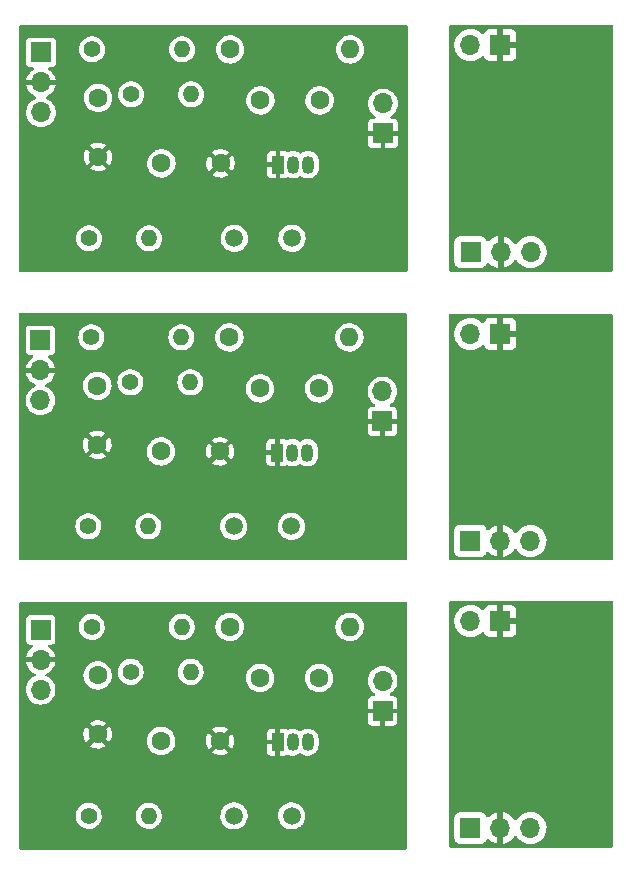
<source format=gbr>
%TF.GenerationSoftware,KiCad,Pcbnew,(6.0.4)*%
%TF.CreationDate,2022-07-15T22:22:15+03:00*%
%TF.ProjectId,panelized,70616e65-6c69-47a6-9564-2e6b69636164,rev?*%
%TF.SameCoordinates,Original*%
%TF.FileFunction,Copper,L2,Bot*%
%TF.FilePolarity,Positive*%
%FSLAX46Y46*%
G04 Gerber Fmt 4.6, Leading zero omitted, Abs format (unit mm)*
G04 Created by KiCad (PCBNEW (6.0.4)) date 2022-07-15 22:22:15*
%MOMM*%
%LPD*%
G01*
G04 APERTURE LIST*
%TA.AperFunction,ComponentPad*%
%ADD10R,1.700000X1.700000*%
%TD*%
%TA.AperFunction,ComponentPad*%
%ADD11O,1.700000X1.700000*%
%TD*%
%TA.AperFunction,ComponentPad*%
%ADD12C,1.400000*%
%TD*%
%TA.AperFunction,ComponentPad*%
%ADD13O,1.400000X1.400000*%
%TD*%
%TA.AperFunction,ComponentPad*%
%ADD14C,1.500000*%
%TD*%
%TA.AperFunction,ComponentPad*%
%ADD15C,1.600000*%
%TD*%
%TA.AperFunction,ComponentPad*%
%ADD16O,1.600000X1.600000*%
%TD*%
%TA.AperFunction,ComponentPad*%
%ADD17R,1.050000X1.500000*%
%TD*%
%TA.AperFunction,ComponentPad*%
%ADD18O,1.050000X1.500000*%
%TD*%
%TA.AperFunction,ViaPad*%
%ADD19C,0.620000*%
%TD*%
G04 APERTURE END LIST*
D10*
%TO.P,J2,1,Pin_1*%
%TO.N,N/C*%
X93094900Y-78508100D03*
D11*
%TO.P,J2,2,Pin_2*%
X90554900Y-78508100D03*
%TD*%
D10*
%TO.P,J1,1,Pin_1*%
%TO.N,N/C*%
X90569900Y-96034100D03*
D11*
%TO.P,J1,2,Pin_2*%
X93109900Y-96034100D03*
%TO.P,J1,3,Pin_3*%
X95649900Y-96034100D03*
%TD*%
D10*
%TO.P,J1,1,Pin_1*%
%TO.N,N/C*%
X90563045Y-120488376D03*
D11*
%TO.P,J1,2,Pin_2*%
X93103045Y-120488376D03*
%TO.P,J1,3,Pin_3*%
X95643045Y-120488376D03*
%TD*%
D10*
%TO.P,J2,1,Pin_1*%
%TO.N,N/C*%
X93088045Y-102962376D03*
D11*
%TO.P,J2,2,Pin_2*%
X90548045Y-102962376D03*
%TD*%
D12*
%TO.P,L1,1,1*%
%TO.N,N/C*%
X58521600Y-78877494D03*
D13*
%TO.P,L1,2,2*%
X66141600Y-78877494D03*
%TD*%
D10*
%TO.P,J2,1,Pin_1*%
%TO.N,N/C*%
X83159600Y-85994494D03*
D11*
%TO.P,J2,2,Pin_2*%
X83159600Y-83454494D03*
%TD*%
D14*
%TO.P,Y1,1,1*%
%TO.N,N/C*%
X75449600Y-94879494D03*
%TO.P,Y1,2,2*%
X70569600Y-94879494D03*
%TD*%
D15*
%TO.P,C2,1*%
%TO.N,N/C*%
X77785600Y-83195494D03*
%TO.P,C2,2*%
X72785600Y-83195494D03*
%TD*%
%TO.P,L2,1,1*%
%TO.N,N/C*%
X70205600Y-78877494D03*
D16*
%TO.P,L2,2,2*%
X80365600Y-78877494D03*
%TD*%
D10*
%TO.P,J1,1,Pin_1*%
%TO.N,N/C*%
X54203600Y-79131494D03*
D11*
%TO.P,J1,2,Pin_2*%
X54203600Y-81671494D03*
%TO.P,J1,3,Pin_3*%
X54203600Y-84211494D03*
%TD*%
D12*
%TO.P,R1,1*%
%TO.N,N/C*%
X58267600Y-94879494D03*
D13*
%TO.P,R1,2*%
X63347600Y-94879494D03*
%TD*%
D12*
%TO.P,RP1,1*%
%TO.N,N/C*%
X61823600Y-82687494D03*
D13*
%TO.P,RP1,2*%
X66903600Y-82687494D03*
%TD*%
D15*
%TO.P,C1,1*%
%TO.N,N/C*%
X59029600Y-87981494D03*
%TO.P,C1,2*%
X59029600Y-82981494D03*
%TD*%
%TO.P,CP1,1*%
%TO.N,N/C*%
X64403600Y-88529494D03*
%TO.P,CP1,2*%
X69403600Y-88529494D03*
%TD*%
D17*
%TO.P,Q1,1,E*%
%TO.N,N/C*%
X74269600Y-88635494D03*
D18*
%TO.P,Q1,2,B*%
X75539600Y-88635494D03*
%TO.P,Q1,3,C*%
X76809600Y-88635494D03*
%TD*%
D12*
%TO.P,L1,1,1*%
%TO.N,N/C*%
X58470800Y-103261494D03*
D13*
%TO.P,L1,2,2*%
X66090800Y-103261494D03*
%TD*%
D10*
%TO.P,J2,1,Pin_1*%
%TO.N,N/C*%
X83108800Y-110378494D03*
D11*
%TO.P,J2,2,Pin_2*%
X83108800Y-107838494D03*
%TD*%
D14*
%TO.P,Y1,1,1*%
%TO.N,N/C*%
X75398800Y-119263494D03*
%TO.P,Y1,2,2*%
X70518800Y-119263494D03*
%TD*%
D15*
%TO.P,C2,1*%
%TO.N,N/C*%
X77734800Y-107579494D03*
%TO.P,C2,2*%
X72734800Y-107579494D03*
%TD*%
%TO.P,L2,1,1*%
%TO.N,N/C*%
X70154800Y-103261494D03*
D16*
%TO.P,L2,2,2*%
X80314800Y-103261494D03*
%TD*%
D10*
%TO.P,J1,1,Pin_1*%
%TO.N,N/C*%
X54152800Y-103515494D03*
D11*
%TO.P,J1,2,Pin_2*%
X54152800Y-106055494D03*
%TO.P,J1,3,Pin_3*%
X54152800Y-108595494D03*
%TD*%
D12*
%TO.P,R1,1*%
%TO.N,N/C*%
X58216800Y-119263494D03*
D13*
%TO.P,R1,2*%
X63296800Y-119263494D03*
%TD*%
D12*
%TO.P,RP1,1*%
%TO.N,N/C*%
X61772800Y-107071494D03*
D13*
%TO.P,RP1,2*%
X66852800Y-107071494D03*
%TD*%
D15*
%TO.P,C1,1*%
%TO.N,N/C*%
X58978800Y-112365494D03*
%TO.P,C1,2*%
X58978800Y-107365494D03*
%TD*%
%TO.P,CP1,1*%
%TO.N,N/C*%
X64352800Y-112913494D03*
%TO.P,CP1,2*%
X69352800Y-112913494D03*
%TD*%
D17*
%TO.P,Q1,1,E*%
%TO.N,N/C*%
X74218800Y-113019494D03*
D18*
%TO.P,Q1,2,B*%
X75488800Y-113019494D03*
%TO.P,Q1,3,C*%
X76758800Y-113019494D03*
%TD*%
D10*
%TO.P,J1,1,Pin_1*%
%TO.N,N/C*%
X54175200Y-128026494D03*
D11*
%TO.P,J1,2,Pin_2*%
X54175200Y-130566494D03*
%TO.P,J1,3,Pin_3*%
X54175200Y-133106494D03*
%TD*%
D15*
%TO.P,L2,1,1*%
%TO.N,N/C*%
X70177200Y-127772494D03*
D16*
%TO.P,L2,2,2*%
X80337200Y-127772494D03*
%TD*%
D14*
%TO.P,Y1,1,1*%
%TO.N,N/C*%
X75421200Y-143774494D03*
%TO.P,Y1,2,2*%
X70541200Y-143774494D03*
%TD*%
D12*
%TO.P,L1,1,1*%
%TO.N,N/C*%
X58493200Y-127772494D03*
D13*
%TO.P,L1,2,2*%
X66113200Y-127772494D03*
%TD*%
D15*
%TO.P,C2,1*%
%TO.N,N/C*%
X77757200Y-132090494D03*
%TO.P,C2,2*%
X72757200Y-132090494D03*
%TD*%
D10*
%TO.P,J2,1,Pin_1*%
%TO.N,N/C*%
X83131200Y-134889494D03*
D11*
%TO.P,J2,2,Pin_2*%
X83131200Y-132349494D03*
%TD*%
D15*
%TO.P,C1,1*%
%TO.N,N/C*%
X59001200Y-136876494D03*
%TO.P,C1,2*%
X59001200Y-131876494D03*
%TD*%
D12*
%TO.P,R1,1*%
%TO.N,N/C*%
X58239200Y-143774494D03*
D13*
%TO.P,R1,2*%
X63319200Y-143774494D03*
%TD*%
D17*
%TO.P,Q1,1,E*%
%TO.N,N/C*%
X74241200Y-137530494D03*
D18*
%TO.P,Q1,2,B*%
X75511200Y-137530494D03*
%TO.P,Q1,3,C*%
X76781200Y-137530494D03*
%TD*%
D15*
%TO.P,CP1,1*%
%TO.N,N/C*%
X64375200Y-137424494D03*
%TO.P,CP1,2*%
X69375200Y-137424494D03*
%TD*%
D12*
%TO.P,RP1,1*%
%TO.N,N/C*%
X61795200Y-131582494D03*
D13*
%TO.P,RP1,2*%
X66875200Y-131582494D03*
%TD*%
D10*
%TO.P,J2,1,Pin_1*%
%TO.N,N/C*%
X93093300Y-127272950D03*
D11*
%TO.P,J2,2,Pin_2*%
X90553300Y-127272950D03*
%TD*%
D10*
%TO.P,J1,1,Pin_1*%
%TO.N,N/C*%
X90568300Y-144798950D03*
D11*
%TO.P,J1,2,Pin_2*%
X93108300Y-144798950D03*
%TO.P,J1,3,Pin_3*%
X95648300Y-144798950D03*
%TD*%
D19*
%TO.N,*%
X101400700Y-90471500D03*
X96396900Y-93011500D03*
X94390300Y-93113100D03*
X96549300Y-83562700D03*
X96390045Y-117465776D03*
X101393845Y-114925776D03*
X96542445Y-108016976D03*
X94383445Y-117567376D03*
X101399100Y-139236350D03*
X96547700Y-132327550D03*
X94388700Y-141877950D03*
X96395300Y-141776350D03*
%TD*%
%TA.AperFunction,NonConductor*%
G36*
X88787702Y-125631579D02*
G01*
X88841358Y-125585086D01*
X88893700Y-125573700D01*
X102524700Y-125573700D01*
X102592821Y-125593702D01*
X102639314Y-125647358D01*
X102650700Y-125699700D01*
X102650700Y-146330700D01*
X102630698Y-146398821D01*
X102577042Y-146445314D01*
X102524700Y-146456700D01*
X95614995Y-146456700D01*
X95614995Y-146161699D01*
X95620148Y-146161402D01*
X95620151Y-146161402D01*
X95714890Y-146155939D01*
X95838015Y-146148840D01*
X95843061Y-146147703D01*
X95843067Y-146147702D01*
X95931239Y-146127831D01*
X96055939Y-146099728D01*
X96262916Y-146015684D01*
X96453388Y-145898963D01*
X96622238Y-145752700D01*
X96764932Y-145580824D01*
X96877638Y-145387950D01*
X96957330Y-145179258D01*
X96958361Y-145174190D01*
X96958362Y-145174187D01*
X96980183Y-145066933D01*
X97001867Y-144960353D01*
X97002057Y-144955178D01*
X97002057Y-144955176D01*
X97009864Y-144742277D01*
X97009864Y-144742273D01*
X97010053Y-144737113D01*
X97009397Y-144731993D01*
X97009397Y-144731991D01*
X96982325Y-144520662D01*
X96982325Y-144520661D01*
X96981668Y-144515534D01*
X96980183Y-144510584D01*
X96918961Y-144306521D01*
X96918959Y-144306516D01*
X96917474Y-144301566D01*
X96819196Y-144100956D01*
X96689473Y-143919090D01*
X96531789Y-143760854D01*
X96448989Y-143701356D01*
X96354577Y-143633515D01*
X96350377Y-143630497D01*
X96150111Y-143531520D01*
X95936369Y-143466580D01*
X95714890Y-143437421D01*
X95648300Y-143435794D01*
X95425661Y-143454098D01*
X95209002Y-143508519D01*
X95004140Y-143597596D01*
X94816577Y-143718936D01*
X94651351Y-143869280D01*
X94648152Y-143873331D01*
X94648148Y-143873335D01*
X94516100Y-144040536D01*
X94516098Y-144040540D01*
X94512898Y-144044591D01*
X94489829Y-144086381D01*
X94439397Y-144136352D01*
X94369954Y-144151124D01*
X94303548Y-144126008D01*
X94276941Y-144098656D01*
X94152092Y-143923622D01*
X94145439Y-143915750D01*
X93995112Y-143764898D01*
X93987969Y-143758819D01*
X93987969Y-128630949D01*
X93994790Y-128630579D01*
X94045652Y-128625055D01*
X94060904Y-128621429D01*
X94181354Y-128576274D01*
X94196949Y-128567736D01*
X94299024Y-128491235D01*
X94311585Y-128478674D01*
X94388086Y-128376599D01*
X94396624Y-128361004D01*
X94441778Y-128240556D01*
X94445405Y-128225301D01*
X94450931Y-128174436D01*
X94451300Y-128167622D01*
X94451300Y-127545065D01*
X94446825Y-127529826D01*
X94445435Y-127528621D01*
X94437752Y-127526950D01*
X94433184Y-127526950D01*
X94433184Y-127018950D01*
X94448423Y-127014475D01*
X94449628Y-127013085D01*
X94451299Y-127005402D01*
X94451299Y-126378281D01*
X94450929Y-126371460D01*
X94445405Y-126320598D01*
X94441779Y-126305346D01*
X94396624Y-126184896D01*
X94388086Y-126169301D01*
X94311585Y-126067226D01*
X94299024Y-126054665D01*
X94196949Y-125978164D01*
X94181354Y-125969626D01*
X94060906Y-125924472D01*
X94045651Y-125920845D01*
X93994786Y-125915319D01*
X93987972Y-125914950D01*
X93365415Y-125914950D01*
X93350176Y-125919425D01*
X93348971Y-125920815D01*
X93347300Y-125928498D01*
X93347300Y-127000835D01*
X93351775Y-127016074D01*
X93353165Y-127017279D01*
X93360848Y-127018950D01*
X94433184Y-127018950D01*
X94433184Y-127526950D01*
X93365415Y-127526950D01*
X93350176Y-127531425D01*
X93348971Y-127532815D01*
X93347300Y-127540498D01*
X93347300Y-128612834D01*
X93351775Y-128628073D01*
X93353165Y-128629278D01*
X93360848Y-128630949D01*
X93987969Y-128630949D01*
X93987969Y-143758819D01*
X93987265Y-143758220D01*
X93814320Y-143633947D01*
X93805483Y-143628637D01*
X93614567Y-143534280D01*
X93604972Y-143530481D01*
X93401210Y-143468573D01*
X93391137Y-143466395D01*
X93380262Y-143464964D01*
X93366078Y-143467175D01*
X93362300Y-143480333D01*
X93362300Y-146115725D01*
X93366273Y-146129256D01*
X93376266Y-146130693D01*
X93510746Y-146100385D01*
X93520575Y-146097305D01*
X93717903Y-146017180D01*
X93727094Y-146012537D01*
X93908688Y-145901256D01*
X93916999Y-145895173D01*
X94077967Y-145755737D01*
X94085183Y-145748370D01*
X94221216Y-145584516D01*
X94227131Y-145576069D01*
X94267503Y-145506981D01*
X94319142Y-145458257D01*
X94388925Y-145445186D01*
X94454696Y-145471917D01*
X94488052Y-145512366D01*
X94494807Y-145525343D01*
X94497910Y-145529476D01*
X94497912Y-145529479D01*
X94516100Y-145553703D01*
X94628935Y-145703985D01*
X94790438Y-145858321D01*
X94974980Y-145984207D01*
X95177605Y-146078262D01*
X95392870Y-146137961D01*
X95614995Y-146161699D01*
X95614995Y-146456700D01*
X91466434Y-146456700D01*
X91466434Y-146157450D01*
X91528616Y-146150695D01*
X91665005Y-146099565D01*
X91781561Y-146012211D01*
X91868915Y-145895655D01*
X91872067Y-145887246D01*
X91872068Y-145887245D01*
X91913026Y-145777990D01*
X91955667Y-145721225D01*
X92022229Y-145696525D01*
X92091578Y-145711732D01*
X92118059Y-145731125D01*
X92247017Y-145854360D01*
X92255027Y-145860846D01*
X92430949Y-145980852D01*
X92439923Y-145985950D01*
X92633083Y-146075612D01*
X92642770Y-146079175D01*
X92842483Y-146134561D01*
X92850907Y-146133038D01*
X92854300Y-146120658D01*
X92854300Y-143480606D01*
X92850327Y-143467075D01*
X92841247Y-143465770D01*
X92674175Y-143507736D01*
X92664424Y-143511056D01*
X92469114Y-143595978D01*
X92460039Y-143600845D01*
X92281226Y-143716524D01*
X92273057Y-143722814D01*
X92114977Y-143866657D01*
X92051131Y-143897709D01*
X91980633Y-143889315D01*
X91925864Y-143844138D01*
X91912195Y-143817694D01*
X91872067Y-143710653D01*
X91868915Y-143702245D01*
X91781561Y-143585689D01*
X91665005Y-143498335D01*
X91528616Y-143447205D01*
X91466434Y-143440450D01*
X90519995Y-143440450D01*
X90519995Y-128635699D01*
X90525148Y-128635402D01*
X90525151Y-128635402D01*
X90619890Y-128629939D01*
X90743015Y-128622840D01*
X90748061Y-128621703D01*
X90748067Y-128621702D01*
X90836239Y-128601831D01*
X90960939Y-128573728D01*
X91167916Y-128489684D01*
X91358388Y-128372963D01*
X91527238Y-128226700D01*
X91530538Y-128222725D01*
X91530544Y-128222719D01*
X91534856Y-128217525D01*
X91593760Y-128177891D01*
X91664741Y-128176395D01*
X91725262Y-128213511D01*
X91749780Y-128253782D01*
X91789976Y-128361004D01*
X91798514Y-128376599D01*
X91875015Y-128478674D01*
X91887576Y-128491235D01*
X91989651Y-128567736D01*
X92005246Y-128576274D01*
X92125694Y-128621428D01*
X92140949Y-128625055D01*
X92191814Y-128630581D01*
X92198628Y-128630950D01*
X92821185Y-128630950D01*
X92836424Y-128626475D01*
X92837629Y-128625085D01*
X92839300Y-128617402D01*
X92839300Y-125933066D01*
X92834825Y-125917827D01*
X92833435Y-125916622D01*
X92825752Y-125914951D01*
X92198631Y-125914951D01*
X92191810Y-125915321D01*
X92140948Y-125920845D01*
X92125696Y-125924471D01*
X92005246Y-125969626D01*
X91989651Y-125978164D01*
X91887576Y-126054665D01*
X91875015Y-126067226D01*
X91798514Y-126169301D01*
X91789976Y-126184896D01*
X91748648Y-126295137D01*
X91706006Y-126351901D01*
X91639445Y-126376601D01*
X91570096Y-126361393D01*
X91541415Y-126339846D01*
X91440444Y-126238520D01*
X91440432Y-126238510D01*
X91436789Y-126234854D01*
X91353989Y-126175356D01*
X91259577Y-126107515D01*
X91255377Y-126104497D01*
X91055111Y-126005520D01*
X90841369Y-125940580D01*
X90619890Y-125911421D01*
X90553300Y-125909794D01*
X90330661Y-125928098D01*
X90114002Y-125982519D01*
X89909140Y-126071596D01*
X89721577Y-126192936D01*
X89556351Y-126343280D01*
X89553152Y-126347331D01*
X89553148Y-126347335D01*
X89421100Y-126514536D01*
X89421098Y-126514540D01*
X89417898Y-126518591D01*
X89309938Y-126714161D01*
X89308214Y-126719030D01*
X89308212Y-126719034D01*
X89237095Y-126919863D01*
X89237094Y-126919867D01*
X89235369Y-126924738D01*
X89234462Y-126929831D01*
X89234461Y-126929834D01*
X89197100Y-127139577D01*
X89197099Y-127139583D01*
X89196194Y-127144666D01*
X89195292Y-127218498D01*
X89193528Y-127362869D01*
X89193528Y-127362871D01*
X89193465Y-127368039D01*
X89227255Y-127588859D01*
X89296657Y-127801194D01*
X89399807Y-127999343D01*
X89402910Y-128003476D01*
X89402912Y-128003479D01*
X89530830Y-128173850D01*
X89533935Y-128177985D01*
X89537673Y-128181557D01*
X89670166Y-128308170D01*
X89695438Y-128332321D01*
X89879980Y-128458207D01*
X90082605Y-128552262D01*
X90297870Y-128611961D01*
X90519995Y-128635699D01*
X90519995Y-143440450D01*
X89670166Y-143440450D01*
X89607984Y-143447205D01*
X89471595Y-143498335D01*
X89355039Y-143585689D01*
X89267685Y-143702245D01*
X89216555Y-143838634D01*
X89209800Y-143900816D01*
X89209800Y-145697084D01*
X89216555Y-145759266D01*
X89267685Y-145895655D01*
X89355039Y-146012211D01*
X89471595Y-146099565D01*
X89607984Y-146150695D01*
X89670166Y-146157450D01*
X91466434Y-146157450D01*
X91466434Y-146456700D01*
X88893700Y-146456700D01*
X88825579Y-146436698D01*
X88779086Y-146383042D01*
X88767700Y-146330700D01*
X88767700Y-125699700D01*
X88787702Y-125631579D01*
G37*
%TD.AperFunction*%
%TA.AperFunction,NonConductor*%
G36*
X85163739Y-125702679D02*
G01*
X85209494Y-125755483D01*
X85220700Y-125806994D01*
X85220700Y-146501994D01*
X85201015Y-146569033D01*
X85148211Y-146614788D01*
X85096700Y-146625994D01*
X52463700Y-146625994D01*
X52396661Y-146606309D01*
X52350906Y-146553505D01*
X52339700Y-146501994D01*
X52339700Y-143745563D01*
X57134364Y-143745563D01*
X57134735Y-143751225D01*
X57134735Y-143751229D01*
X57140288Y-143835952D01*
X57147592Y-143947388D01*
X57197378Y-144143422D01*
X57199754Y-144148576D01*
X57243953Y-144244449D01*
X57282056Y-144327101D01*
X57398788Y-144492274D01*
X57543666Y-144633407D01*
X57711837Y-144745776D01*
X57897670Y-144825616D01*
X57925269Y-144831861D01*
X58089393Y-144868999D01*
X58089395Y-144868999D01*
X58094940Y-144870254D01*
X58206249Y-144874627D01*
X58291361Y-144877971D01*
X58291363Y-144877971D01*
X58297042Y-144878194D01*
X58302662Y-144877379D01*
X58302665Y-144877379D01*
X58491587Y-144849987D01*
X58491589Y-144849987D01*
X58497207Y-144849172D01*
X58502584Y-144847347D01*
X58502587Y-144847346D01*
X58587290Y-144818593D01*
X58688731Y-144784158D01*
X58865201Y-144685331D01*
X58880712Y-144672431D01*
X59016338Y-144559631D01*
X59020705Y-144555999D01*
X59077564Y-144487634D01*
X59146406Y-144404861D01*
X59146407Y-144404860D01*
X59150037Y-144400495D01*
X59248864Y-144224025D01*
X59313878Y-144032501D01*
X59327040Y-143941722D01*
X59342376Y-143835952D01*
X59342376Y-143835947D01*
X59342900Y-143832336D01*
X59344415Y-143774494D01*
X59341757Y-143745563D01*
X62214364Y-143745563D01*
X62214735Y-143751225D01*
X62214735Y-143751229D01*
X62220288Y-143835952D01*
X62227592Y-143947388D01*
X62277378Y-144143422D01*
X62279754Y-144148576D01*
X62323953Y-144244449D01*
X62362056Y-144327101D01*
X62478788Y-144492274D01*
X62623666Y-144633407D01*
X62791837Y-144745776D01*
X62977670Y-144825616D01*
X63005269Y-144831861D01*
X63169393Y-144868999D01*
X63169395Y-144868999D01*
X63174940Y-144870254D01*
X63286249Y-144874627D01*
X63371361Y-144877971D01*
X63371363Y-144877971D01*
X63377042Y-144878194D01*
X63382662Y-144877379D01*
X63382665Y-144877379D01*
X63571587Y-144849987D01*
X63571589Y-144849987D01*
X63577207Y-144849172D01*
X63582584Y-144847347D01*
X63582587Y-144847346D01*
X63667290Y-144818593D01*
X63768731Y-144784158D01*
X63945201Y-144685331D01*
X63960712Y-144672431D01*
X64096338Y-144559631D01*
X64100705Y-144555999D01*
X64157564Y-144487634D01*
X64226406Y-144404861D01*
X64226407Y-144404860D01*
X64230037Y-144400495D01*
X64328864Y-144224025D01*
X64393878Y-144032501D01*
X64407040Y-143941722D01*
X64422376Y-143835952D01*
X64422376Y-143835947D01*
X64422900Y-143832336D01*
X64424415Y-143774494D01*
X64421636Y-143744248D01*
X69386167Y-143744248D01*
X69386538Y-143749910D01*
X69386538Y-143749914D01*
X69388149Y-143774494D01*
X69399996Y-143955243D01*
X69452045Y-144160184D01*
X69454419Y-144165335D01*
X69454421Y-144165339D01*
X69531133Y-144331739D01*
X69540569Y-144352208D01*
X69543847Y-144356846D01*
X69639558Y-144492274D01*
X69662605Y-144524885D01*
X69666676Y-144528851D01*
X69666677Y-144528852D01*
X69694544Y-144555999D01*
X69814065Y-144672431D01*
X69818788Y-144675587D01*
X69818792Y-144675590D01*
X69889863Y-144723078D01*
X69989877Y-144789905D01*
X70184153Y-144873372D01*
X70247483Y-144887702D01*
X70384838Y-144918783D01*
X70384842Y-144918784D01*
X70390386Y-144920038D01*
X70516851Y-144925007D01*
X70595989Y-144928117D01*
X70595991Y-144928117D01*
X70601670Y-144928340D01*
X70607290Y-144927525D01*
X70607292Y-144927525D01*
X70805303Y-144898814D01*
X70805304Y-144898814D01*
X70810930Y-144897998D01*
X70892005Y-144870477D01*
X71005765Y-144831861D01*
X71005768Y-144831860D01*
X71011155Y-144830031D01*
X71016116Y-144827253D01*
X71016122Y-144827250D01*
X71157592Y-144748022D01*
X71195642Y-144726713D01*
X71242064Y-144688105D01*
X71353845Y-144595138D01*
X71358212Y-144591506D01*
X71391375Y-144551632D01*
X71489784Y-144433307D01*
X71489785Y-144433305D01*
X71493419Y-144428936D01*
X71553338Y-144321943D01*
X71593956Y-144249416D01*
X71593959Y-144249410D01*
X71596737Y-144244449D01*
X71601987Y-144228985D01*
X71662875Y-144049612D01*
X71664704Y-144044224D01*
X71695046Y-143834964D01*
X71696629Y-143774494D01*
X71693850Y-143744248D01*
X74266167Y-143744248D01*
X74266538Y-143749910D01*
X74266538Y-143749914D01*
X74268149Y-143774494D01*
X74279996Y-143955243D01*
X74332045Y-144160184D01*
X74334419Y-144165335D01*
X74334421Y-144165339D01*
X74411133Y-144331739D01*
X74420569Y-144352208D01*
X74423847Y-144356846D01*
X74519558Y-144492274D01*
X74542605Y-144524885D01*
X74546676Y-144528851D01*
X74546677Y-144528852D01*
X74574544Y-144555999D01*
X74694065Y-144672431D01*
X74698788Y-144675587D01*
X74698792Y-144675590D01*
X74769863Y-144723078D01*
X74869877Y-144789905D01*
X75064153Y-144873372D01*
X75127483Y-144887702D01*
X75264838Y-144918783D01*
X75264842Y-144918784D01*
X75270386Y-144920038D01*
X75396851Y-144925007D01*
X75475989Y-144928117D01*
X75475991Y-144928117D01*
X75481670Y-144928340D01*
X75487290Y-144927525D01*
X75487292Y-144927525D01*
X75685303Y-144898814D01*
X75685304Y-144898814D01*
X75690930Y-144897998D01*
X75772005Y-144870477D01*
X75885765Y-144831861D01*
X75885768Y-144831860D01*
X75891155Y-144830031D01*
X75896116Y-144827253D01*
X75896122Y-144827250D01*
X76037592Y-144748022D01*
X76075642Y-144726713D01*
X76122064Y-144688105D01*
X76233845Y-144595138D01*
X76238212Y-144591506D01*
X76271375Y-144551632D01*
X76369784Y-144433307D01*
X76369785Y-144433305D01*
X76373419Y-144428936D01*
X76433338Y-144321943D01*
X76473956Y-144249416D01*
X76473959Y-144249410D01*
X76476737Y-144244449D01*
X76481987Y-144228985D01*
X76542875Y-144049612D01*
X76544704Y-144044224D01*
X76575046Y-143834964D01*
X76576629Y-143774494D01*
X76557281Y-143563934D01*
X76499886Y-143360425D01*
X76406365Y-143170784D01*
X76279851Y-143001361D01*
X76275681Y-142997506D01*
X76275678Y-142997503D01*
X76145800Y-142877446D01*
X76124581Y-142857831D01*
X76091290Y-142836826D01*
X75950563Y-142748033D01*
X75950561Y-142748032D01*
X75945754Y-142744999D01*
X75749360Y-142666646D01*
X75743779Y-142665536D01*
X75743776Y-142665535D01*
X75645667Y-142646020D01*
X75541975Y-142625395D01*
X75536288Y-142625321D01*
X75536283Y-142625320D01*
X75336234Y-142622701D01*
X75336229Y-142622701D01*
X75330546Y-142622627D01*
X75324942Y-142623590D01*
X75324941Y-142623590D01*
X75127750Y-142657473D01*
X75127747Y-142657474D01*
X75122153Y-142658435D01*
X74923775Y-142731621D01*
X74918897Y-142734523D01*
X74918895Y-142734524D01*
X74746940Y-142836826D01*
X74746937Y-142836828D01*
X74742056Y-142839732D01*
X74583081Y-142979149D01*
X74579562Y-142983613D01*
X74579559Y-142983616D01*
X74520931Y-143057986D01*
X74452176Y-143145202D01*
X74353723Y-143332330D01*
X74352037Y-143337761D01*
X74352035Y-143337765D01*
X74337711Y-143383897D01*
X74291020Y-143534267D01*
X74290352Y-143539912D01*
X74290351Y-143539916D01*
X74285755Y-143578748D01*
X74266167Y-143744248D01*
X71693850Y-143744248D01*
X71677281Y-143563934D01*
X71619886Y-143360425D01*
X71526365Y-143170784D01*
X71399851Y-143001361D01*
X71395681Y-142997506D01*
X71395678Y-142997503D01*
X71265800Y-142877446D01*
X71244581Y-142857831D01*
X71211290Y-142836826D01*
X71070563Y-142748033D01*
X71070561Y-142748032D01*
X71065754Y-142744999D01*
X70869360Y-142666646D01*
X70863779Y-142665536D01*
X70863776Y-142665535D01*
X70765667Y-142646020D01*
X70661975Y-142625395D01*
X70656288Y-142625321D01*
X70656283Y-142625320D01*
X70456234Y-142622701D01*
X70456229Y-142622701D01*
X70450546Y-142622627D01*
X70444942Y-142623590D01*
X70444941Y-142623590D01*
X70247750Y-142657473D01*
X70247747Y-142657474D01*
X70242153Y-142658435D01*
X70043775Y-142731621D01*
X70038897Y-142734523D01*
X70038895Y-142734524D01*
X69866940Y-142836826D01*
X69866937Y-142836828D01*
X69862056Y-142839732D01*
X69703081Y-142979149D01*
X69699562Y-142983613D01*
X69699559Y-142983616D01*
X69640931Y-143057986D01*
X69572176Y-143145202D01*
X69473723Y-143332330D01*
X69472037Y-143337761D01*
X69472035Y-143337765D01*
X69457711Y-143383897D01*
X69411020Y-143534267D01*
X69410352Y-143539912D01*
X69410351Y-143539916D01*
X69405755Y-143578748D01*
X69386167Y-143744248D01*
X64421636Y-143744248D01*
X64405908Y-143573085D01*
X64351007Y-143378420D01*
X64261551Y-143197021D01*
X64140535Y-143034961D01*
X63992012Y-142897668D01*
X63934992Y-142861691D01*
X63825766Y-142792774D01*
X63825764Y-142792773D01*
X63820957Y-142789740D01*
X63633098Y-142714792D01*
X63627517Y-142713682D01*
X63627514Y-142713681D01*
X63559573Y-142700167D01*
X63434726Y-142675333D01*
X63429039Y-142675259D01*
X63429034Y-142675258D01*
X63238175Y-142672760D01*
X63238170Y-142672760D01*
X63232486Y-142672686D01*
X63226882Y-142673649D01*
X63226881Y-142673649D01*
X63038746Y-142705976D01*
X63038743Y-142705977D01*
X63033149Y-142706938D01*
X63011860Y-142714792D01*
X62848721Y-142774977D01*
X62848717Y-142774979D01*
X62843393Y-142776943D01*
X62838510Y-142779848D01*
X62838508Y-142779849D01*
X62707432Y-142857831D01*
X62669571Y-142880356D01*
X62517505Y-143013714D01*
X62392289Y-143172551D01*
X62298114Y-143351547D01*
X62296429Y-143356973D01*
X62296428Y-143356976D01*
X62289770Y-143378420D01*
X62238137Y-143544707D01*
X62214364Y-143745563D01*
X59341757Y-143745563D01*
X59325908Y-143573085D01*
X59271007Y-143378420D01*
X59181551Y-143197021D01*
X59060535Y-143034961D01*
X58912012Y-142897668D01*
X58854992Y-142861691D01*
X58745766Y-142792774D01*
X58745764Y-142792773D01*
X58740957Y-142789740D01*
X58553098Y-142714792D01*
X58547517Y-142713682D01*
X58547514Y-142713681D01*
X58479573Y-142700167D01*
X58354726Y-142675333D01*
X58349039Y-142675259D01*
X58349034Y-142675258D01*
X58158175Y-142672760D01*
X58158170Y-142672760D01*
X58152486Y-142672686D01*
X58146882Y-142673649D01*
X58146881Y-142673649D01*
X57958746Y-142705976D01*
X57958743Y-142705977D01*
X57953149Y-142706938D01*
X57931860Y-142714792D01*
X57768721Y-142774977D01*
X57768717Y-142774979D01*
X57763393Y-142776943D01*
X57758510Y-142779848D01*
X57758508Y-142779849D01*
X57627432Y-142857831D01*
X57589571Y-142880356D01*
X57437505Y-143013714D01*
X57312289Y-143172551D01*
X57218114Y-143351547D01*
X57216429Y-143356973D01*
X57216428Y-143356976D01*
X57209770Y-143378420D01*
X57158137Y-143544707D01*
X57134364Y-143745563D01*
X52339700Y-143745563D01*
X52339700Y-137853556D01*
X58312050Y-137853556D01*
X58321775Y-137865847D01*
X58421426Y-137932433D01*
X58431384Y-137937839D01*
X58623566Y-138020406D01*
X58634338Y-138023906D01*
X58838351Y-138070070D01*
X58849581Y-138071548D01*
X59058591Y-138079760D01*
X59069895Y-138079168D01*
X59276915Y-138049152D01*
X59287915Y-138046511D01*
X59485989Y-137979273D01*
X59496340Y-137974665D01*
X59678834Y-137872462D01*
X59685769Y-137867697D01*
X59693558Y-137856099D01*
X59687484Y-137845621D01*
X59013807Y-137171944D01*
X59000087Y-137164452D01*
X58998281Y-137164581D01*
X58991774Y-137168763D01*
X58318146Y-137842391D01*
X58312050Y-137853556D01*
X52339700Y-137853556D01*
X52339700Y-136850620D01*
X57796844Y-136850620D01*
X57810525Y-137059354D01*
X57812294Y-137070524D01*
X57863787Y-137273277D01*
X57867560Y-137283933D01*
X57955139Y-137473906D01*
X57960795Y-137483702D01*
X58012764Y-137557237D01*
X58023186Y-137565493D01*
X58036274Y-137558577D01*
X58705750Y-136889101D01*
X58712026Y-136877607D01*
X59289158Y-136877607D01*
X59289287Y-136879413D01*
X59293469Y-136885920D01*
X59969183Y-137561634D01*
X59982278Y-137568784D01*
X59991681Y-137562114D01*
X59997168Y-137554128D01*
X60087442Y-137392934D01*
X63169970Y-137392934D01*
X63170341Y-137398596D01*
X63170341Y-137398600D01*
X63176174Y-137487592D01*
X63184400Y-137613098D01*
X63238711Y-137826946D01*
X63241087Y-137832100D01*
X63287342Y-137932433D01*
X63331083Y-138027315D01*
X63334361Y-138031953D01*
X63402116Y-138127824D01*
X63458422Y-138207496D01*
X63462493Y-138211462D01*
X63462494Y-138211463D01*
X63612390Y-138357487D01*
X63612395Y-138357491D01*
X63616464Y-138361455D01*
X63621187Y-138364611D01*
X63621191Y-138364614D01*
X63704774Y-138420462D01*
X63799917Y-138484034D01*
X64002636Y-138571129D01*
X64105969Y-138594511D01*
X64212285Y-138618568D01*
X64212287Y-138618568D01*
X64217832Y-138619823D01*
X64355657Y-138625238D01*
X64432618Y-138628262D01*
X64432620Y-138628262D01*
X64438298Y-138628485D01*
X64443918Y-138627670D01*
X64443921Y-138627670D01*
X64651026Y-138597641D01*
X64651029Y-138597640D01*
X64656652Y-138596825D01*
X64772220Y-138557595D01*
X64860189Y-138527734D01*
X64860192Y-138527733D01*
X64865579Y-138525904D01*
X65006360Y-138447063D01*
X65053131Y-138420870D01*
X65053132Y-138420869D01*
X65058084Y-138418096D01*
X65062608Y-138414334D01*
X65077972Y-138401556D01*
X68686050Y-138401556D01*
X68695775Y-138413847D01*
X68795426Y-138480433D01*
X68805384Y-138485839D01*
X68997566Y-138568406D01*
X69008338Y-138571906D01*
X69212351Y-138618070D01*
X69223581Y-138619548D01*
X69432591Y-138627760D01*
X69443895Y-138627168D01*
X69650915Y-138597152D01*
X69661915Y-138594511D01*
X69859989Y-138527273D01*
X69870340Y-138522665D01*
X70052834Y-138420462D01*
X70059769Y-138415697D01*
X70067558Y-138404099D01*
X70061484Y-138393621D01*
X69974966Y-138307103D01*
X73316201Y-138307103D01*
X73316963Y-138316783D01*
X73329509Y-138396007D01*
X73335464Y-138414334D01*
X73384129Y-138509844D01*
X73395461Y-138525441D01*
X73471253Y-138601233D01*
X73486850Y-138612565D01*
X73582355Y-138661228D01*
X73600695Y-138667186D01*
X73679897Y-138679730D01*
X73689599Y-138680494D01*
X74023370Y-138680494D01*
X74038369Y-138676090D01*
X74039556Y-138674720D01*
X74041200Y-138667162D01*
X74041200Y-138662663D01*
X74441200Y-138662663D01*
X74445604Y-138677662D01*
X74446974Y-138678849D01*
X74454532Y-138680493D01*
X74792809Y-138680493D01*
X74802489Y-138679731D01*
X74881713Y-138667185D01*
X74900040Y-138661230D01*
X74995549Y-138612566D01*
X75000413Y-138609032D01*
X75066220Y-138585552D01*
X75123733Y-138596070D01*
X75217686Y-138637900D01*
X75217694Y-138637903D01*
X75223629Y-138640545D01*
X75229991Y-138641897D01*
X75229990Y-138641897D01*
X75407563Y-138679642D01*
X75407568Y-138679642D01*
X75413926Y-138680994D01*
X75608474Y-138680994D01*
X75614832Y-138679642D01*
X75614837Y-138679642D01*
X75792410Y-138641897D01*
X75792409Y-138641897D01*
X75798771Y-138640545D01*
X75825859Y-138628485D01*
X75970563Y-138564059D01*
X75970564Y-138564058D01*
X75976499Y-138561416D01*
X76073315Y-138491075D01*
X76139121Y-138467595D01*
X76207175Y-138483420D01*
X76219085Y-138491075D01*
X76315901Y-138561416D01*
X76321836Y-138564058D01*
X76321837Y-138564059D01*
X76466542Y-138628485D01*
X76493629Y-138640545D01*
X76499991Y-138641897D01*
X76499990Y-138641897D01*
X76677563Y-138679642D01*
X76677568Y-138679642D01*
X76683926Y-138680994D01*
X76878474Y-138680994D01*
X76884832Y-138679642D01*
X76884837Y-138679642D01*
X77062410Y-138641897D01*
X77062409Y-138641897D01*
X77068771Y-138640545D01*
X77095859Y-138628485D01*
X77240563Y-138564059D01*
X77240564Y-138564058D01*
X77246499Y-138561416D01*
X77403892Y-138447063D01*
X77449863Y-138396007D01*
X77529723Y-138307314D01*
X77529724Y-138307313D01*
X77534070Y-138302486D01*
X77631344Y-138134002D01*
X77691462Y-137948976D01*
X77706700Y-137803998D01*
X77706700Y-137256990D01*
X77691462Y-137112012D01*
X77631344Y-136926986D01*
X77534070Y-136758502D01*
X77419782Y-136631572D01*
X77408241Y-136618755D01*
X77403892Y-136613925D01*
X77377272Y-136594584D01*
X77251758Y-136503393D01*
X77251759Y-136503393D01*
X77246499Y-136499572D01*
X77168754Y-136464958D01*
X77074710Y-136423087D01*
X77074708Y-136423086D01*
X77068771Y-136420443D01*
X77020949Y-136410278D01*
X76884837Y-136381346D01*
X76884832Y-136381346D01*
X76878474Y-136379994D01*
X76683926Y-136379994D01*
X76677568Y-136381346D01*
X76677563Y-136381346D01*
X76541451Y-136410278D01*
X76493629Y-136420443D01*
X76487692Y-136423086D01*
X76487690Y-136423087D01*
X76393646Y-136464958D01*
X76315901Y-136499572D01*
X76310641Y-136503393D01*
X76310642Y-136503393D01*
X76219085Y-136569913D01*
X76153279Y-136593393D01*
X76085225Y-136577568D01*
X76073315Y-136569913D01*
X75981758Y-136503393D01*
X75981759Y-136503393D01*
X75976499Y-136499572D01*
X75898754Y-136464958D01*
X75804710Y-136423087D01*
X75804708Y-136423086D01*
X75798771Y-136420443D01*
X75750949Y-136410278D01*
X75614837Y-136381346D01*
X75614832Y-136381346D01*
X75608474Y-136379994D01*
X75413926Y-136379994D01*
X75407568Y-136381346D01*
X75407563Y-136381346D01*
X75271451Y-136410278D01*
X75223629Y-136420443D01*
X75217694Y-136423085D01*
X75217686Y-136423088D01*
X75123733Y-136464918D01*
X75054483Y-136474202D01*
X75000413Y-136451956D01*
X74995549Y-136448422D01*
X74900045Y-136399760D01*
X74881705Y-136393802D01*
X74802503Y-136381258D01*
X74792801Y-136380494D01*
X74459030Y-136380494D01*
X74444031Y-136384898D01*
X74442844Y-136386268D01*
X74441200Y-136393826D01*
X74441200Y-138662663D01*
X74041200Y-138662663D01*
X74041200Y-137748324D01*
X74036796Y-137733325D01*
X74035426Y-137732138D01*
X74027868Y-137730494D01*
X73334031Y-137730494D01*
X73319032Y-137734898D01*
X73317845Y-137736268D01*
X73316201Y-137743826D01*
X73316201Y-138307103D01*
X69974966Y-138307103D01*
X69387807Y-137719944D01*
X69374087Y-137712452D01*
X69372281Y-137712581D01*
X69365774Y-137716763D01*
X68692146Y-138390391D01*
X68686050Y-138401556D01*
X65077972Y-138401556D01*
X65223351Y-138280644D01*
X65227718Y-138277012D01*
X65285534Y-138207496D01*
X65365171Y-138111744D01*
X65365172Y-138111743D01*
X65368802Y-138107378D01*
X65384601Y-138079168D01*
X65473831Y-137919835D01*
X65476610Y-137914873D01*
X65508382Y-137821277D01*
X65515347Y-137800756D01*
X65547531Y-137705946D01*
X65579191Y-137487592D01*
X65580843Y-137424494D01*
X65578465Y-137398620D01*
X68170844Y-137398620D01*
X68184525Y-137607354D01*
X68186294Y-137618524D01*
X68237787Y-137821277D01*
X68241560Y-137831933D01*
X68329139Y-138021906D01*
X68334795Y-138031702D01*
X68386764Y-138105237D01*
X68397186Y-138113493D01*
X68410274Y-138106577D01*
X69079750Y-137437101D01*
X69086026Y-137425607D01*
X69663158Y-137425607D01*
X69663287Y-137427413D01*
X69667469Y-137433920D01*
X70343183Y-138109634D01*
X70356278Y-138116784D01*
X70365681Y-138110114D01*
X70371168Y-138102128D01*
X70473371Y-137919634D01*
X70477979Y-137909283D01*
X70545217Y-137711209D01*
X70547858Y-137700209D01*
X70578165Y-137491182D01*
X70578785Y-137483908D01*
X70580245Y-137428155D01*
X70580006Y-137420853D01*
X70570065Y-137312664D01*
X73316200Y-137312664D01*
X73320604Y-137327663D01*
X73321974Y-137328850D01*
X73329532Y-137330494D01*
X74023370Y-137330494D01*
X74038369Y-137326090D01*
X74039556Y-137324720D01*
X74041200Y-137317162D01*
X74041200Y-136398325D01*
X74036796Y-136383326D01*
X74035426Y-136382139D01*
X74027868Y-136380495D01*
X73689591Y-136380495D01*
X73679911Y-136381257D01*
X73600687Y-136393803D01*
X73582360Y-136399758D01*
X73486850Y-136448423D01*
X73471253Y-136459755D01*
X73395461Y-136535547D01*
X73384129Y-136551144D01*
X73335466Y-136646649D01*
X73329508Y-136664989D01*
X73316964Y-136744191D01*
X73316200Y-136753893D01*
X73316200Y-137312664D01*
X70570065Y-137312664D01*
X70560681Y-137210534D01*
X70558617Y-137199401D01*
X70501839Y-136998082D01*
X70497782Y-136987511D01*
X70405267Y-136799910D01*
X70399350Y-136790254D01*
X70364246Y-136743245D01*
X70353165Y-136734929D01*
X70340944Y-136741593D01*
X69670650Y-137411887D01*
X69663158Y-137425607D01*
X69086026Y-137425607D01*
X69087242Y-137423381D01*
X69087113Y-137421575D01*
X69082931Y-137415068D01*
X68408612Y-136740749D01*
X68395977Y-136733850D01*
X68385458Y-136741521D01*
X68368004Y-136763662D01*
X68361837Y-136773158D01*
X68264441Y-136958278D01*
X68260108Y-136968739D01*
X68198080Y-137168501D01*
X68195726Y-137179572D01*
X68171140Y-137387301D01*
X68170844Y-137398620D01*
X65578465Y-137398620D01*
X65560654Y-137204783D01*
X65500765Y-136992430D01*
X65403180Y-136794547D01*
X65271167Y-136617761D01*
X65109149Y-136467993D01*
X65104339Y-136464958D01*
X65071939Y-136444515D01*
X68682887Y-136444515D01*
X68686317Y-136452768D01*
X69362593Y-137129044D01*
X69376313Y-137136536D01*
X69378119Y-137136407D01*
X69384626Y-137132225D01*
X70059213Y-136457638D01*
X70065864Y-136445457D01*
X70059929Y-136437528D01*
X69927132Y-136353740D01*
X69917041Y-136348599D01*
X69722767Y-136271091D01*
X69711895Y-136267870D01*
X69506756Y-136227066D01*
X69495480Y-136225880D01*
X69286335Y-136223142D01*
X69275041Y-136224031D01*
X69068890Y-136259454D01*
X69057954Y-136262385D01*
X68861705Y-136334784D01*
X68851487Y-136339658D01*
X68692333Y-136434345D01*
X68682887Y-136444515D01*
X65071939Y-136444515D01*
X64927359Y-136353292D01*
X64927357Y-136353291D01*
X64922550Y-136350258D01*
X64717621Y-136268500D01*
X64712040Y-136267390D01*
X64712037Y-136267389D01*
X64585673Y-136242254D01*
X64501224Y-136225456D01*
X64495537Y-136225382D01*
X64495532Y-136225381D01*
X64286295Y-136222642D01*
X64286290Y-136222642D01*
X64280606Y-136222568D01*
X64275002Y-136223531D01*
X64275001Y-136223531D01*
X64068760Y-136258969D01*
X64068757Y-136258970D01*
X64063157Y-136259932D01*
X63856157Y-136336298D01*
X63827593Y-136353292D01*
X63710277Y-136423088D01*
X63666541Y-136449108D01*
X63500657Y-136594584D01*
X63364063Y-136767854D01*
X63361416Y-136772885D01*
X63305369Y-136879413D01*
X63261331Y-136963114D01*
X63259643Y-136968549D01*
X63259643Y-136968550D01*
X63252228Y-136992430D01*
X63195903Y-137173827D01*
X63195235Y-137179472D01*
X63195234Y-137179476D01*
X63177695Y-137327663D01*
X63169970Y-137392934D01*
X60087442Y-137392934D01*
X60099371Y-137371634D01*
X60103979Y-137361283D01*
X60171217Y-137163209D01*
X60173858Y-137152209D01*
X60204165Y-136943182D01*
X60204785Y-136935908D01*
X60206245Y-136880155D01*
X60206006Y-136872853D01*
X60186681Y-136662534D01*
X60184617Y-136651401D01*
X60127839Y-136450082D01*
X60123782Y-136439511D01*
X60031267Y-136251910D01*
X60025350Y-136242254D01*
X59990246Y-136195245D01*
X59979165Y-136186929D01*
X59966944Y-136193593D01*
X59296650Y-136863887D01*
X59289158Y-136877607D01*
X58712026Y-136877607D01*
X58713242Y-136875381D01*
X58713113Y-136873575D01*
X58708931Y-136867068D01*
X58034612Y-136192749D01*
X58021977Y-136185850D01*
X58011458Y-136193521D01*
X57994004Y-136215662D01*
X57987837Y-136225158D01*
X57890441Y-136410278D01*
X57886108Y-136420739D01*
X57824080Y-136620501D01*
X57821726Y-136631572D01*
X57797140Y-136839301D01*
X57796844Y-136850620D01*
X52339700Y-136850620D01*
X52339700Y-135896515D01*
X58308887Y-135896515D01*
X58312317Y-135904768D01*
X58988593Y-136581044D01*
X59002313Y-136588536D01*
X59004119Y-136588407D01*
X59010626Y-136584225D01*
X59685213Y-135909638D01*
X59691864Y-135897457D01*
X59685929Y-135889528D01*
X59553132Y-135805740D01*
X59543041Y-135800599D01*
X59456577Y-135766103D01*
X81881201Y-135766103D01*
X81881963Y-135775783D01*
X81894509Y-135855007D01*
X81900464Y-135873334D01*
X81949129Y-135968844D01*
X81960461Y-135984441D01*
X82036253Y-136060233D01*
X82051850Y-136071565D01*
X82147355Y-136120228D01*
X82165695Y-136126186D01*
X82244897Y-136138730D01*
X82254599Y-136139494D01*
X82913370Y-136139494D01*
X82928369Y-136135090D01*
X82929556Y-136133720D01*
X82931200Y-136126162D01*
X82931200Y-136121663D01*
X83331200Y-136121663D01*
X83335604Y-136136662D01*
X83336974Y-136137849D01*
X83344532Y-136139493D01*
X84007809Y-136139493D01*
X84017489Y-136138731D01*
X84096713Y-136126185D01*
X84115040Y-136120230D01*
X84210550Y-136071565D01*
X84226147Y-136060233D01*
X84301939Y-135984441D01*
X84313271Y-135968844D01*
X84361934Y-135873339D01*
X84367892Y-135854999D01*
X84380436Y-135775797D01*
X84381200Y-135766095D01*
X84381200Y-135107324D01*
X84376796Y-135092325D01*
X84375426Y-135091138D01*
X84367868Y-135089494D01*
X83349030Y-135089494D01*
X83334031Y-135093898D01*
X83332844Y-135095268D01*
X83331200Y-135102826D01*
X83331200Y-136121663D01*
X82931200Y-136121663D01*
X82931200Y-135107324D01*
X82926796Y-135092325D01*
X82925426Y-135091138D01*
X82917868Y-135089494D01*
X81899031Y-135089494D01*
X81884032Y-135093898D01*
X81882845Y-135095268D01*
X81881201Y-135102826D01*
X81881201Y-135766103D01*
X59456577Y-135766103D01*
X59348767Y-135723091D01*
X59337895Y-135719870D01*
X59132756Y-135679066D01*
X59121480Y-135677880D01*
X58912335Y-135675142D01*
X58901041Y-135676031D01*
X58694890Y-135711454D01*
X58683954Y-135714385D01*
X58487705Y-135786784D01*
X58477487Y-135791658D01*
X58318333Y-135886345D01*
X58308887Y-135896515D01*
X52339700Y-135896515D01*
X52339700Y-133106494D01*
X52919923Y-133106494D01*
X52938993Y-133324471D01*
X52940395Y-133329703D01*
X52977585Y-133468497D01*
X52995625Y-133535824D01*
X53088098Y-133734132D01*
X53091205Y-133738569D01*
X53091206Y-133738571D01*
X53210496Y-133908936D01*
X53210500Y-133908940D01*
X53213602Y-133913371D01*
X53368323Y-134068092D01*
X53547561Y-134193596D01*
X53745870Y-134286069D01*
X53751093Y-134287468D01*
X53751097Y-134287470D01*
X53918101Y-134332218D01*
X53957223Y-134342701D01*
X54175200Y-134361771D01*
X54393177Y-134342701D01*
X54432299Y-134332218D01*
X54599303Y-134287470D01*
X54599307Y-134287468D01*
X54604530Y-134286069D01*
X54802839Y-134193596D01*
X54982077Y-134068092D01*
X55136798Y-133913371D01*
X55139900Y-133908940D01*
X55139904Y-133908936D01*
X55259194Y-133738571D01*
X55259195Y-133738569D01*
X55262302Y-133734132D01*
X55354775Y-133535824D01*
X55372816Y-133468497D01*
X55410005Y-133329703D01*
X55411407Y-133324471D01*
X55430477Y-133106494D01*
X55411407Y-132888517D01*
X55390231Y-132809487D01*
X55356176Y-132682391D01*
X55356174Y-132682387D01*
X55354775Y-132677164D01*
X55262302Y-132478856D01*
X55233302Y-132437439D01*
X55139904Y-132304052D01*
X55139900Y-132304048D01*
X55136798Y-132299617D01*
X54982077Y-132144896D01*
X54802839Y-132019392D01*
X54651025Y-131948600D01*
X54598586Y-131902428D01*
X54582199Y-131844934D01*
X57795970Y-131844934D01*
X57796341Y-131850596D01*
X57796341Y-131850600D01*
X57802174Y-131939592D01*
X57810400Y-132065098D01*
X57864711Y-132278946D01*
X57867087Y-132284100D01*
X57874241Y-132299617D01*
X57957083Y-132479315D01*
X57966989Y-132493331D01*
X58067019Y-132634871D01*
X58084422Y-132659496D01*
X58088493Y-132663462D01*
X58088494Y-132663463D01*
X58238390Y-132809487D01*
X58238395Y-132809491D01*
X58242464Y-132813455D01*
X58247187Y-132816611D01*
X58247191Y-132816614D01*
X58331385Y-132872870D01*
X58425917Y-132936034D01*
X58628636Y-133023129D01*
X58661715Y-133030614D01*
X58838285Y-133070568D01*
X58838287Y-133070568D01*
X58843832Y-133071823D01*
X58981657Y-133077238D01*
X59058618Y-133080262D01*
X59058620Y-133080262D01*
X59064298Y-133080485D01*
X59069918Y-133079670D01*
X59069921Y-133079670D01*
X59277026Y-133049641D01*
X59277029Y-133049640D01*
X59282652Y-133048825D01*
X59389677Y-133012495D01*
X59486189Y-132979734D01*
X59486192Y-132979733D01*
X59491579Y-132977904D01*
X59576776Y-132930192D01*
X59679131Y-132872870D01*
X59679132Y-132872869D01*
X59684084Y-132870096D01*
X59853718Y-132729012D01*
X59914986Y-132655346D01*
X59991171Y-132563744D01*
X59991172Y-132563743D01*
X59994802Y-132559378D01*
X60039897Y-132478856D01*
X60099831Y-132371835D01*
X60102610Y-132366873D01*
X60108510Y-132349494D01*
X60171702Y-132163333D01*
X60173531Y-132157946D01*
X60175874Y-132141791D01*
X60193952Y-132017106D01*
X60205191Y-131939592D01*
X60206843Y-131876494D01*
X60186654Y-131656783D01*
X60157543Y-131553563D01*
X60690364Y-131553563D01*
X60690735Y-131559225D01*
X60690735Y-131559229D01*
X60696051Y-131640336D01*
X60703592Y-131755388D01*
X60753378Y-131951422D01*
X60838056Y-132135101D01*
X60954788Y-132300274D01*
X61099666Y-132441407D01*
X61267837Y-132553776D01*
X61453670Y-132633616D01*
X61547541Y-132654857D01*
X61645393Y-132676999D01*
X61645395Y-132676999D01*
X61650940Y-132678254D01*
X61756242Y-132682391D01*
X61847361Y-132685971D01*
X61847363Y-132685971D01*
X61853042Y-132686194D01*
X61858662Y-132685379D01*
X61858665Y-132685379D01*
X62047587Y-132657987D01*
X62047589Y-132657987D01*
X62053207Y-132657172D01*
X62058584Y-132655347D01*
X62058587Y-132655346D01*
X62143290Y-132626593D01*
X62244731Y-132592158D01*
X62346097Y-132535391D01*
X62416248Y-132496105D01*
X62416250Y-132496104D01*
X62421201Y-132493331D01*
X62432701Y-132483767D01*
X62572338Y-132367631D01*
X62576705Y-132363999D01*
X62706037Y-132208495D01*
X62739510Y-132148725D01*
X62802086Y-132036985D01*
X62804864Y-132032025D01*
X62848295Y-131904083D01*
X62868052Y-131845881D01*
X62868053Y-131845878D01*
X62869878Y-131840501D01*
X62870693Y-131834881D01*
X62898376Y-131643952D01*
X62898376Y-131643947D01*
X62898900Y-131640336D01*
X62900415Y-131582494D01*
X62897757Y-131553563D01*
X65770364Y-131553563D01*
X65770735Y-131559225D01*
X65770735Y-131559229D01*
X65776051Y-131640336D01*
X65783592Y-131755388D01*
X65833378Y-131951422D01*
X65918056Y-132135101D01*
X66034788Y-132300274D01*
X66179666Y-132441407D01*
X66347837Y-132553776D01*
X66533670Y-132633616D01*
X66627541Y-132654857D01*
X66725393Y-132676999D01*
X66725395Y-132676999D01*
X66730940Y-132678254D01*
X66836242Y-132682391D01*
X66927361Y-132685971D01*
X66927363Y-132685971D01*
X66933042Y-132686194D01*
X66938662Y-132685379D01*
X66938665Y-132685379D01*
X67127587Y-132657987D01*
X67127589Y-132657987D01*
X67133207Y-132657172D01*
X67138584Y-132655347D01*
X67138587Y-132655346D01*
X67223290Y-132626593D01*
X67324731Y-132592158D01*
X67426097Y-132535391D01*
X67496248Y-132496105D01*
X67496250Y-132496104D01*
X67501201Y-132493331D01*
X67512701Y-132483767D01*
X67652338Y-132367631D01*
X67656705Y-132363999D01*
X67786037Y-132208495D01*
X67819510Y-132148725D01*
X67869794Y-132058934D01*
X71551970Y-132058934D01*
X71552341Y-132064596D01*
X71552341Y-132064600D01*
X71558091Y-132152320D01*
X71566400Y-132279098D01*
X71620711Y-132492946D01*
X71623087Y-132498100D01*
X71706243Y-132678477D01*
X71713083Y-132693315D01*
X71716361Y-132697953D01*
X71773515Y-132778824D01*
X71840422Y-132873496D01*
X71844493Y-132877462D01*
X71844494Y-132877463D01*
X71994390Y-133023487D01*
X71994395Y-133023491D01*
X71998464Y-133027455D01*
X72003187Y-133030611D01*
X72003191Y-133030614D01*
X72087385Y-133086870D01*
X72181917Y-133150034D01*
X72384636Y-133237129D01*
X72490113Y-133260996D01*
X72594285Y-133284568D01*
X72594287Y-133284568D01*
X72599832Y-133285823D01*
X72737657Y-133291238D01*
X72814618Y-133294262D01*
X72814620Y-133294262D01*
X72820298Y-133294485D01*
X72825918Y-133293670D01*
X72825921Y-133293670D01*
X73033026Y-133263641D01*
X73033029Y-133263640D01*
X73038652Y-133262825D01*
X73145677Y-133226495D01*
X73242189Y-133193734D01*
X73242192Y-133193733D01*
X73247579Y-133191904D01*
X73440084Y-133084096D01*
X73454573Y-133072046D01*
X73605351Y-132946644D01*
X73609718Y-132943012D01*
X73670362Y-132870096D01*
X73747171Y-132777744D01*
X73747172Y-132777743D01*
X73750802Y-132773378D01*
X73858610Y-132580873D01*
X73861384Y-132572703D01*
X73894835Y-132474157D01*
X73929531Y-132371946D01*
X73930684Y-132363999D01*
X73953230Y-132208495D01*
X73961191Y-132153592D01*
X73962843Y-132090494D01*
X73959943Y-132058934D01*
X76551970Y-132058934D01*
X76552341Y-132064596D01*
X76552341Y-132064600D01*
X76558091Y-132152320D01*
X76566400Y-132279098D01*
X76620711Y-132492946D01*
X76623087Y-132498100D01*
X76706243Y-132678477D01*
X76713083Y-132693315D01*
X76716361Y-132697953D01*
X76773515Y-132778824D01*
X76840422Y-132873496D01*
X76844493Y-132877462D01*
X76844494Y-132877463D01*
X76994390Y-133023487D01*
X76994395Y-133023491D01*
X76998464Y-133027455D01*
X77003187Y-133030611D01*
X77003191Y-133030614D01*
X77087385Y-133086870D01*
X77181917Y-133150034D01*
X77384636Y-133237129D01*
X77490113Y-133260996D01*
X77594285Y-133284568D01*
X77594287Y-133284568D01*
X77599832Y-133285823D01*
X77737657Y-133291238D01*
X77814618Y-133294262D01*
X77814620Y-133294262D01*
X77820298Y-133294485D01*
X77825918Y-133293670D01*
X77825921Y-133293670D01*
X78033026Y-133263641D01*
X78033029Y-133263640D01*
X78038652Y-133262825D01*
X78145677Y-133226495D01*
X78242189Y-133193734D01*
X78242192Y-133193733D01*
X78247579Y-133191904D01*
X78440084Y-133084096D01*
X78454573Y-133072046D01*
X78605351Y-132946644D01*
X78609718Y-132943012D01*
X78670362Y-132870096D01*
X78747171Y-132777744D01*
X78747172Y-132777743D01*
X78750802Y-132773378D01*
X78858610Y-132580873D01*
X78861384Y-132572703D01*
X78894835Y-132474157D01*
X78929531Y-132371946D01*
X78930684Y-132363999D01*
X78932787Y-132349494D01*
X81875923Y-132349494D01*
X81894993Y-132567471D01*
X81896395Y-132572703D01*
X81950166Y-132773378D01*
X81951625Y-132778824D01*
X82044098Y-132977132D01*
X82047205Y-132981569D01*
X82047206Y-132981571D01*
X82166496Y-133151936D01*
X82166500Y-133151940D01*
X82169602Y-133156371D01*
X82324323Y-133311092D01*
X82417477Y-133376319D01*
X82471176Y-133413920D01*
X82514800Y-133468497D01*
X82521993Y-133537996D01*
X82490471Y-133600350D01*
X82430241Y-133635764D01*
X82400052Y-133639495D01*
X82254591Y-133639495D01*
X82244911Y-133640257D01*
X82165687Y-133652803D01*
X82147360Y-133658758D01*
X82051850Y-133707423D01*
X82036253Y-133718755D01*
X81960461Y-133794547D01*
X81949129Y-133810144D01*
X81900466Y-133905649D01*
X81894508Y-133923989D01*
X81881964Y-134003191D01*
X81881200Y-134012893D01*
X81881200Y-134671664D01*
X81885604Y-134686663D01*
X81886974Y-134687850D01*
X81894532Y-134689494D01*
X84363369Y-134689494D01*
X84378368Y-134685090D01*
X84379555Y-134683720D01*
X84381199Y-134676162D01*
X84381199Y-134012885D01*
X84380437Y-134003205D01*
X84367891Y-133923981D01*
X84361936Y-133905654D01*
X84313271Y-133810144D01*
X84301939Y-133794547D01*
X84226147Y-133718755D01*
X84210550Y-133707423D01*
X84115045Y-133658760D01*
X84096705Y-133652802D01*
X84017503Y-133640258D01*
X84007801Y-133639494D01*
X83862349Y-133639494D01*
X83795310Y-133619809D01*
X83749555Y-133567005D01*
X83739611Y-133497847D01*
X83768636Y-133434291D01*
X83791225Y-133413919D01*
X83938077Y-133311092D01*
X84092798Y-133156371D01*
X84095900Y-133151940D01*
X84095904Y-133151936D01*
X84215194Y-132981571D01*
X84215195Y-132981569D01*
X84218302Y-132977132D01*
X84310775Y-132778824D01*
X84312235Y-132773378D01*
X84366005Y-132572703D01*
X84367407Y-132567471D01*
X84386477Y-132349494D01*
X84367407Y-132131517D01*
X84319151Y-131951422D01*
X84312176Y-131925391D01*
X84312174Y-131925387D01*
X84310775Y-131920164D01*
X84218302Y-131721856D01*
X84215194Y-131717417D01*
X84095904Y-131547052D01*
X84095900Y-131547048D01*
X84092798Y-131542617D01*
X83938077Y-131387896D01*
X83758839Y-131262392D01*
X83560530Y-131169919D01*
X83555307Y-131168520D01*
X83555303Y-131168518D01*
X83354409Y-131114689D01*
X83354410Y-131114689D01*
X83349177Y-131113287D01*
X83131200Y-131094217D01*
X82913223Y-131113287D01*
X82907990Y-131114689D01*
X82907991Y-131114689D01*
X82707097Y-131168518D01*
X82707093Y-131168520D01*
X82701870Y-131169919D01*
X82503562Y-131262392D01*
X82499125Y-131265499D01*
X82499123Y-131265500D01*
X82328758Y-131384790D01*
X82328757Y-131384791D01*
X82324323Y-131387896D01*
X82169602Y-131542617D01*
X82166500Y-131547048D01*
X82166496Y-131547052D01*
X82047206Y-131717417D01*
X82044098Y-131721856D01*
X81951625Y-131920164D01*
X81950226Y-131925387D01*
X81950224Y-131925391D01*
X81943249Y-131951422D01*
X81894993Y-132131517D01*
X81875923Y-132349494D01*
X78932787Y-132349494D01*
X78953230Y-132208495D01*
X78961191Y-132153592D01*
X78962843Y-132090494D01*
X78942654Y-131870783D01*
X78882765Y-131658430D01*
X78785180Y-131460547D01*
X78653167Y-131283761D01*
X78491149Y-131133993D01*
X78396573Y-131074320D01*
X78309359Y-131019292D01*
X78309357Y-131019291D01*
X78304550Y-131016258D01*
X78099621Y-130934500D01*
X78094040Y-130933390D01*
X78094037Y-130933389D01*
X77950605Y-130904859D01*
X77883224Y-130891456D01*
X77877537Y-130891382D01*
X77877532Y-130891381D01*
X77668295Y-130888642D01*
X77668290Y-130888642D01*
X77662606Y-130888568D01*
X77657002Y-130889531D01*
X77657001Y-130889531D01*
X77450760Y-130924969D01*
X77450757Y-130924970D01*
X77445157Y-130925932D01*
X77238157Y-131002298D01*
X77209593Y-131019292D01*
X77083656Y-131094217D01*
X77048541Y-131115108D01*
X76882657Y-131260584D01*
X76746063Y-131433854D01*
X76743416Y-131438885D01*
X76680100Y-131559229D01*
X76643331Y-131629114D01*
X76641643Y-131634549D01*
X76641643Y-131634550D01*
X76634228Y-131658430D01*
X76577903Y-131839827D01*
X76577235Y-131845472D01*
X76577234Y-131845476D01*
X76570298Y-131904083D01*
X76551970Y-132058934D01*
X73959943Y-132058934D01*
X73942654Y-131870783D01*
X73882765Y-131658430D01*
X73785180Y-131460547D01*
X73653167Y-131283761D01*
X73491149Y-131133993D01*
X73396573Y-131074320D01*
X73309359Y-131019292D01*
X73309357Y-131019291D01*
X73304550Y-131016258D01*
X73099621Y-130934500D01*
X73094040Y-130933390D01*
X73094037Y-130933389D01*
X72950605Y-130904859D01*
X72883224Y-130891456D01*
X72877537Y-130891382D01*
X72877532Y-130891381D01*
X72668295Y-130888642D01*
X72668290Y-130888642D01*
X72662606Y-130888568D01*
X72657002Y-130889531D01*
X72657001Y-130889531D01*
X72450760Y-130924969D01*
X72450757Y-130924970D01*
X72445157Y-130925932D01*
X72238157Y-131002298D01*
X72209593Y-131019292D01*
X72083656Y-131094217D01*
X72048541Y-131115108D01*
X71882657Y-131260584D01*
X71746063Y-131433854D01*
X71743416Y-131438885D01*
X71680100Y-131559229D01*
X71643331Y-131629114D01*
X71641643Y-131634549D01*
X71641643Y-131634550D01*
X71634228Y-131658430D01*
X71577903Y-131839827D01*
X71577235Y-131845472D01*
X71577234Y-131845476D01*
X71570298Y-131904083D01*
X71551970Y-132058934D01*
X67869794Y-132058934D01*
X67882086Y-132036985D01*
X67884864Y-132032025D01*
X67928295Y-131904083D01*
X67948052Y-131845881D01*
X67948053Y-131845878D01*
X67949878Y-131840501D01*
X67950693Y-131834881D01*
X67978376Y-131643952D01*
X67978376Y-131643947D01*
X67978900Y-131640336D01*
X67980415Y-131582494D01*
X67961908Y-131381085D01*
X67917855Y-131224885D01*
X67908552Y-131191897D01*
X67908551Y-131191894D01*
X67907007Y-131186420D01*
X67817551Y-131005021D01*
X67696535Y-130842961D01*
X67564057Y-130720500D01*
X67552188Y-130709528D01*
X67552186Y-130709527D01*
X67548012Y-130705668D01*
X67376957Y-130597740D01*
X67189098Y-130522792D01*
X67183517Y-130521682D01*
X67183514Y-130521681D01*
X67115573Y-130508167D01*
X66990726Y-130483333D01*
X66985039Y-130483259D01*
X66985034Y-130483258D01*
X66794175Y-130480760D01*
X66794170Y-130480760D01*
X66788486Y-130480686D01*
X66782882Y-130481649D01*
X66782881Y-130481649D01*
X66594746Y-130513976D01*
X66594743Y-130513977D01*
X66589149Y-130514938D01*
X66567860Y-130522792D01*
X66404721Y-130582977D01*
X66404717Y-130582979D01*
X66399393Y-130584943D01*
X66394510Y-130587848D01*
X66394508Y-130587849D01*
X66248622Y-130674642D01*
X66225571Y-130688356D01*
X66073505Y-130821714D01*
X65948289Y-130980551D01*
X65945642Y-130985582D01*
X65867559Y-131133993D01*
X65854114Y-131159547D01*
X65852429Y-131164973D01*
X65852428Y-131164976D01*
X65823905Y-131256838D01*
X65794137Y-131352707D01*
X65770364Y-131553563D01*
X62897757Y-131553563D01*
X62881908Y-131381085D01*
X62837855Y-131224885D01*
X62828552Y-131191897D01*
X62828551Y-131191894D01*
X62827007Y-131186420D01*
X62737551Y-131005021D01*
X62616535Y-130842961D01*
X62484057Y-130720500D01*
X62472188Y-130709528D01*
X62472186Y-130709527D01*
X62468012Y-130705668D01*
X62296957Y-130597740D01*
X62109098Y-130522792D01*
X62103517Y-130521682D01*
X62103514Y-130521681D01*
X62035573Y-130508167D01*
X61910726Y-130483333D01*
X61905039Y-130483259D01*
X61905034Y-130483258D01*
X61714175Y-130480760D01*
X61714170Y-130480760D01*
X61708486Y-130480686D01*
X61702882Y-130481649D01*
X61702881Y-130481649D01*
X61514746Y-130513976D01*
X61514743Y-130513977D01*
X61509149Y-130514938D01*
X61487860Y-130522792D01*
X61324721Y-130582977D01*
X61324717Y-130582979D01*
X61319393Y-130584943D01*
X61314510Y-130587848D01*
X61314508Y-130587849D01*
X61168622Y-130674642D01*
X61145571Y-130688356D01*
X60993505Y-130821714D01*
X60868289Y-130980551D01*
X60865642Y-130985582D01*
X60787559Y-131133993D01*
X60774114Y-131159547D01*
X60772429Y-131164973D01*
X60772428Y-131164976D01*
X60743905Y-131256838D01*
X60714137Y-131352707D01*
X60690364Y-131553563D01*
X60157543Y-131553563D01*
X60126765Y-131444430D01*
X60121550Y-131433854D01*
X60031695Y-131251647D01*
X60029180Y-131246547D01*
X59897167Y-131069761D01*
X59735149Y-130919993D01*
X59700606Y-130898198D01*
X59553359Y-130805292D01*
X59553357Y-130805291D01*
X59548550Y-130802258D01*
X59343621Y-130720500D01*
X59338040Y-130719390D01*
X59338037Y-130719389D01*
X59235423Y-130698978D01*
X59127224Y-130677456D01*
X59121537Y-130677382D01*
X59121532Y-130677381D01*
X58912295Y-130674642D01*
X58912290Y-130674642D01*
X58906606Y-130674568D01*
X58901002Y-130675531D01*
X58901001Y-130675531D01*
X58694760Y-130710969D01*
X58694757Y-130710970D01*
X58689157Y-130711932D01*
X58482157Y-130788298D01*
X58453593Y-130805292D01*
X58308765Y-130891456D01*
X58292541Y-130901108D01*
X58126657Y-131046584D01*
X57990063Y-131219854D01*
X57987416Y-131224885D01*
X57911797Y-131368613D01*
X57887331Y-131415114D01*
X57821903Y-131625827D01*
X57821235Y-131631472D01*
X57821234Y-131631476D01*
X57810537Y-131721856D01*
X57795970Y-131844934D01*
X54582199Y-131844934D01*
X54579434Y-131835234D01*
X54599650Y-131768353D01*
X54651025Y-131723836D01*
X54797685Y-131655447D01*
X54807017Y-131650059D01*
X54977319Y-131530812D01*
X54985585Y-131523876D01*
X55132584Y-131376877D01*
X55139519Y-131368613D01*
X55258759Y-131198320D01*
X55264157Y-131188970D01*
X55352013Y-131000562D01*
X55355705Y-130990419D01*
X55409512Y-130789608D01*
X55410674Y-130783016D01*
X55407966Y-130769543D01*
X55396403Y-130766494D01*
X52955753Y-130766494D01*
X52941354Y-130770722D01*
X52939478Y-130781611D01*
X52940888Y-130789608D01*
X52994695Y-130990419D01*
X52998387Y-131000562D01*
X53086243Y-131188970D01*
X53091641Y-131198320D01*
X53210881Y-131368613D01*
X53217816Y-131376877D01*
X53364815Y-131523876D01*
X53373081Y-131530812D01*
X53543383Y-131650059D01*
X53552715Y-131655447D01*
X53699375Y-131723836D01*
X53751814Y-131770008D01*
X53770966Y-131837202D01*
X53750750Y-131904083D01*
X53699375Y-131948600D01*
X53547562Y-132019392D01*
X53543125Y-132022499D01*
X53543123Y-132022500D01*
X53372758Y-132141790D01*
X53372757Y-132141791D01*
X53368323Y-132144896D01*
X53213602Y-132299617D01*
X53210500Y-132304048D01*
X53210496Y-132304052D01*
X53117098Y-132437439D01*
X53088098Y-132478856D01*
X52995625Y-132677164D01*
X52994226Y-132682387D01*
X52994224Y-132682391D01*
X52960169Y-132809487D01*
X52938993Y-132888517D01*
X52919923Y-133106494D01*
X52339700Y-133106494D01*
X52339700Y-127144975D01*
X52924700Y-127144975D01*
X52924701Y-128908012D01*
X52939554Y-129001798D01*
X52997150Y-129114836D01*
X53086858Y-129204544D01*
X53199896Y-129262140D01*
X53229133Y-129266771D01*
X53288861Y-129276231D01*
X53288866Y-129276231D01*
X53293681Y-129276994D01*
X53444211Y-129276994D01*
X53511250Y-129296679D01*
X53557005Y-129349483D01*
X53566949Y-129418641D01*
X53537924Y-129482197D01*
X53515334Y-129502569D01*
X53373081Y-129602175D01*
X53364817Y-129609110D01*
X53217816Y-129756111D01*
X53210881Y-129764375D01*
X53091641Y-129934668D01*
X53086243Y-129944018D01*
X52998387Y-130132426D01*
X52994695Y-130142569D01*
X52940888Y-130343380D01*
X52939726Y-130349972D01*
X52942434Y-130363445D01*
X52953997Y-130366494D01*
X55394647Y-130366494D01*
X55409046Y-130362266D01*
X55410922Y-130351377D01*
X55409512Y-130343380D01*
X55355705Y-130142569D01*
X55352013Y-130132426D01*
X55264157Y-129944018D01*
X55258759Y-129934668D01*
X55139519Y-129764375D01*
X55132584Y-129756111D01*
X54985585Y-129609112D01*
X54977319Y-129602176D01*
X54835065Y-129502568D01*
X54791441Y-129447991D01*
X54784248Y-129378492D01*
X54815770Y-129316138D01*
X54876000Y-129280724D01*
X54906188Y-129276993D01*
X55056718Y-129276993D01*
X55129351Y-129265490D01*
X55140869Y-129263666D01*
X55140870Y-129263666D01*
X55150504Y-129262140D01*
X55263542Y-129204544D01*
X55353250Y-129114836D01*
X55410846Y-129001798D01*
X55416426Y-128966568D01*
X55424937Y-128912833D01*
X55424937Y-128912828D01*
X55425700Y-128908013D01*
X55425699Y-127743563D01*
X57388364Y-127743563D01*
X57388735Y-127749225D01*
X57388735Y-127749229D01*
X57394051Y-127830336D01*
X57401592Y-127945388D01*
X57451378Y-128141422D01*
X57536056Y-128325101D01*
X57652788Y-128490274D01*
X57797666Y-128631407D01*
X57965837Y-128743776D01*
X58151670Y-128823616D01*
X58188872Y-128832034D01*
X58343393Y-128866999D01*
X58343395Y-128866999D01*
X58348940Y-128868254D01*
X58466335Y-128872866D01*
X58545361Y-128875971D01*
X58545363Y-128875971D01*
X58551042Y-128876194D01*
X58556662Y-128875379D01*
X58556665Y-128875379D01*
X58745587Y-128847987D01*
X58745589Y-128847987D01*
X58751207Y-128847172D01*
X58756584Y-128845347D01*
X58756587Y-128845346D01*
X58841290Y-128816593D01*
X58942731Y-128782158D01*
X59119201Y-128683331D01*
X59181633Y-128631407D01*
X59270338Y-128557631D01*
X59274705Y-128553999D01*
X59331564Y-128485634D01*
X59400406Y-128402861D01*
X59400407Y-128402860D01*
X59404037Y-128398495D01*
X59502864Y-128222025D01*
X59558091Y-128059333D01*
X59566052Y-128035881D01*
X59566053Y-128035878D01*
X59567878Y-128030501D01*
X59581040Y-127939722D01*
X59596376Y-127833952D01*
X59596376Y-127833947D01*
X59596900Y-127830336D01*
X59598415Y-127772494D01*
X59595757Y-127743563D01*
X65008364Y-127743563D01*
X65008735Y-127749225D01*
X65008735Y-127749229D01*
X65014051Y-127830336D01*
X65021592Y-127945388D01*
X65071378Y-128141422D01*
X65156056Y-128325101D01*
X65272788Y-128490274D01*
X65417666Y-128631407D01*
X65585837Y-128743776D01*
X65771670Y-128823616D01*
X65808872Y-128832034D01*
X65963393Y-128866999D01*
X65963395Y-128866999D01*
X65968940Y-128868254D01*
X66086335Y-128872866D01*
X66165361Y-128875971D01*
X66165363Y-128875971D01*
X66171042Y-128876194D01*
X66176662Y-128875379D01*
X66176665Y-128875379D01*
X66365587Y-128847987D01*
X66365589Y-128847987D01*
X66371207Y-128847172D01*
X66376584Y-128845347D01*
X66376587Y-128845346D01*
X66461290Y-128816593D01*
X66562731Y-128782158D01*
X66739201Y-128683331D01*
X66801633Y-128631407D01*
X66890338Y-128557631D01*
X66894705Y-128553999D01*
X66951564Y-128485634D01*
X67020406Y-128402861D01*
X67020407Y-128402860D01*
X67024037Y-128398495D01*
X67122864Y-128222025D01*
X67178091Y-128059333D01*
X67186052Y-128035881D01*
X67186053Y-128035878D01*
X67187878Y-128030501D01*
X67201040Y-127939722D01*
X67216376Y-127833952D01*
X67216376Y-127833947D01*
X67216900Y-127830336D01*
X67218415Y-127772494D01*
X67215515Y-127740934D01*
X68971970Y-127740934D01*
X68972341Y-127746596D01*
X68972341Y-127746600D01*
X68978067Y-127833952D01*
X68986400Y-127961098D01*
X69040711Y-128174946D01*
X69133083Y-128375315D01*
X69136361Y-128379953D01*
X69256278Y-128549632D01*
X69260422Y-128555496D01*
X69264493Y-128559462D01*
X69264494Y-128559463D01*
X69414390Y-128705487D01*
X69414395Y-128705491D01*
X69418464Y-128709455D01*
X69423187Y-128712611D01*
X69423191Y-128712614D01*
X69507385Y-128768870D01*
X69601917Y-128832034D01*
X69804636Y-128919129D01*
X69910113Y-128942996D01*
X70014285Y-128966568D01*
X70014287Y-128966568D01*
X70019832Y-128967823D01*
X70157657Y-128973238D01*
X70234618Y-128976262D01*
X70234620Y-128976262D01*
X70240298Y-128976485D01*
X70245918Y-128975670D01*
X70245921Y-128975670D01*
X70453026Y-128945641D01*
X70453029Y-128945640D01*
X70458652Y-128944825D01*
X70567100Y-128908012D01*
X70662189Y-128875734D01*
X70662192Y-128875733D01*
X70667579Y-128873904D01*
X70860084Y-128766096D01*
X70890722Y-128740615D01*
X71025351Y-128628644D01*
X71029718Y-128625012D01*
X71088779Y-128553999D01*
X71167171Y-128459744D01*
X71167172Y-128459743D01*
X71170802Y-128455378D01*
X71278610Y-128262873D01*
X71290793Y-128226985D01*
X71347702Y-128059333D01*
X71349531Y-128053946D01*
X71352151Y-128035881D01*
X71380668Y-127839197D01*
X71381191Y-127835592D01*
X71382843Y-127772494D01*
X71379943Y-127740934D01*
X79131970Y-127740934D01*
X79132341Y-127746596D01*
X79132341Y-127746600D01*
X79138067Y-127833952D01*
X79146400Y-127961098D01*
X79200711Y-128174946D01*
X79293083Y-128375315D01*
X79296361Y-128379953D01*
X79416278Y-128549632D01*
X79420422Y-128555496D01*
X79424493Y-128559462D01*
X79424494Y-128559463D01*
X79574390Y-128705487D01*
X79574395Y-128705491D01*
X79578464Y-128709455D01*
X79583187Y-128712611D01*
X79583191Y-128712614D01*
X79667385Y-128768870D01*
X79761917Y-128832034D01*
X79964636Y-128919129D01*
X80070113Y-128942996D01*
X80174285Y-128966568D01*
X80174287Y-128966568D01*
X80179832Y-128967823D01*
X80317657Y-128973238D01*
X80394618Y-128976262D01*
X80394620Y-128976262D01*
X80400298Y-128976485D01*
X80405918Y-128975670D01*
X80405921Y-128975670D01*
X80613026Y-128945641D01*
X80613029Y-128945640D01*
X80618652Y-128944825D01*
X80727100Y-128908012D01*
X80822189Y-128875734D01*
X80822192Y-128875733D01*
X80827579Y-128873904D01*
X81020084Y-128766096D01*
X81050722Y-128740615D01*
X81185351Y-128628644D01*
X81189718Y-128625012D01*
X81248779Y-128553999D01*
X81327171Y-128459744D01*
X81327172Y-128459743D01*
X81330802Y-128455378D01*
X81438610Y-128262873D01*
X81450793Y-128226985D01*
X81507702Y-128059333D01*
X81509531Y-128053946D01*
X81512151Y-128035881D01*
X81540668Y-127839197D01*
X81541191Y-127835592D01*
X81542843Y-127772494D01*
X81522654Y-127552783D01*
X81462765Y-127340430D01*
X81365180Y-127142547D01*
X81233167Y-126965761D01*
X81071149Y-126815993D01*
X81028878Y-126789322D01*
X80889359Y-126701292D01*
X80889357Y-126701291D01*
X80884550Y-126698258D01*
X80679621Y-126616500D01*
X80674040Y-126615390D01*
X80674037Y-126615389D01*
X80571422Y-126594978D01*
X80463224Y-126573456D01*
X80457537Y-126573382D01*
X80457532Y-126573381D01*
X80248295Y-126570642D01*
X80248290Y-126570642D01*
X80242606Y-126570568D01*
X80237002Y-126571531D01*
X80237001Y-126571531D01*
X80030760Y-126606969D01*
X80030757Y-126606970D01*
X80025157Y-126607932D01*
X79818157Y-126684298D01*
X79731507Y-126735850D01*
X79641630Y-126789321D01*
X79628541Y-126797108D01*
X79462657Y-126942584D01*
X79326063Y-127115854D01*
X79323416Y-127120885D01*
X79313278Y-127140155D01*
X79223331Y-127311114D01*
X79221643Y-127316549D01*
X79221643Y-127316550D01*
X79204637Y-127371319D01*
X79157903Y-127521827D01*
X79157235Y-127527472D01*
X79157234Y-127527476D01*
X79132638Y-127735290D01*
X79131970Y-127740934D01*
X71379943Y-127740934D01*
X71362654Y-127552783D01*
X71302765Y-127340430D01*
X71205180Y-127142547D01*
X71073167Y-126965761D01*
X70911149Y-126815993D01*
X70868878Y-126789322D01*
X70729359Y-126701292D01*
X70729357Y-126701291D01*
X70724550Y-126698258D01*
X70519621Y-126616500D01*
X70514040Y-126615390D01*
X70514037Y-126615389D01*
X70411422Y-126594978D01*
X70303224Y-126573456D01*
X70297537Y-126573382D01*
X70297532Y-126573381D01*
X70088295Y-126570642D01*
X70088290Y-126570642D01*
X70082606Y-126570568D01*
X70077002Y-126571531D01*
X70077001Y-126571531D01*
X69870760Y-126606969D01*
X69870757Y-126606970D01*
X69865157Y-126607932D01*
X69658157Y-126684298D01*
X69571507Y-126735850D01*
X69481630Y-126789321D01*
X69468541Y-126797108D01*
X69302657Y-126942584D01*
X69166063Y-127115854D01*
X69163416Y-127120885D01*
X69153278Y-127140155D01*
X69063331Y-127311114D01*
X69061643Y-127316549D01*
X69061643Y-127316550D01*
X69044637Y-127371319D01*
X68997903Y-127521827D01*
X68997235Y-127527472D01*
X68997234Y-127527476D01*
X68972638Y-127735290D01*
X68971970Y-127740934D01*
X67215515Y-127740934D01*
X67199908Y-127571085D01*
X67145007Y-127376420D01*
X67055551Y-127195021D01*
X66934535Y-127032961D01*
X66831971Y-126938152D01*
X66790188Y-126899528D01*
X66790186Y-126899527D01*
X66786012Y-126895668D01*
X66665853Y-126819853D01*
X66619766Y-126790774D01*
X66619764Y-126790773D01*
X66614957Y-126787740D01*
X66427098Y-126712792D01*
X66421517Y-126711682D01*
X66421514Y-126711681D01*
X66343439Y-126696151D01*
X66228726Y-126673333D01*
X66223039Y-126673259D01*
X66223034Y-126673258D01*
X66032175Y-126670760D01*
X66032170Y-126670760D01*
X66026486Y-126670686D01*
X66020882Y-126671649D01*
X66020881Y-126671649D01*
X65832746Y-126703976D01*
X65832743Y-126703977D01*
X65827149Y-126704938D01*
X65805860Y-126712792D01*
X65642721Y-126772977D01*
X65642717Y-126772979D01*
X65637393Y-126774943D01*
X65632510Y-126777848D01*
X65632508Y-126777849D01*
X65502247Y-126855346D01*
X65463571Y-126878356D01*
X65311505Y-127011714D01*
X65186289Y-127170551D01*
X65092114Y-127349547D01*
X65090429Y-127354973D01*
X65090428Y-127354976D01*
X65083770Y-127376420D01*
X65032137Y-127542707D01*
X65008364Y-127743563D01*
X59595757Y-127743563D01*
X59579908Y-127571085D01*
X59525007Y-127376420D01*
X59435551Y-127195021D01*
X59314535Y-127032961D01*
X59211971Y-126938152D01*
X59170188Y-126899528D01*
X59170186Y-126899527D01*
X59166012Y-126895668D01*
X59045853Y-126819853D01*
X58999766Y-126790774D01*
X58999764Y-126790773D01*
X58994957Y-126787740D01*
X58807098Y-126712792D01*
X58801517Y-126711682D01*
X58801514Y-126711681D01*
X58723439Y-126696151D01*
X58608726Y-126673333D01*
X58603039Y-126673259D01*
X58603034Y-126673258D01*
X58412175Y-126670760D01*
X58412170Y-126670760D01*
X58406486Y-126670686D01*
X58400882Y-126671649D01*
X58400881Y-126671649D01*
X58212746Y-126703976D01*
X58212743Y-126703977D01*
X58207149Y-126704938D01*
X58185860Y-126712792D01*
X58022721Y-126772977D01*
X58022717Y-126772979D01*
X58017393Y-126774943D01*
X58012510Y-126777848D01*
X58012508Y-126777849D01*
X57882247Y-126855346D01*
X57843571Y-126878356D01*
X57691505Y-127011714D01*
X57566289Y-127170551D01*
X57472114Y-127349547D01*
X57470429Y-127354973D01*
X57470428Y-127354976D01*
X57463770Y-127376420D01*
X57412137Y-127542707D01*
X57388364Y-127743563D01*
X55425699Y-127743563D01*
X55425699Y-127144976D01*
X55410846Y-127051190D01*
X55353250Y-126938152D01*
X55263542Y-126848444D01*
X55150504Y-126790848D01*
X55117578Y-126785633D01*
X55061539Y-126776757D01*
X55061534Y-126776757D01*
X55056719Y-126775994D01*
X55051841Y-126775994D01*
X54174568Y-126775995D01*
X53293682Y-126775995D01*
X53221049Y-126787498D01*
X53209531Y-126789322D01*
X53209530Y-126789322D01*
X53199896Y-126790848D01*
X53086858Y-126848444D01*
X52997150Y-126938152D01*
X52939554Y-127051190D01*
X52924700Y-127144975D01*
X52339700Y-127144975D01*
X52339700Y-125806994D01*
X52359385Y-125739955D01*
X52412189Y-125694200D01*
X52463700Y-125682994D01*
X85096700Y-125682994D01*
X85163739Y-125702679D01*
G37*
%TD.AperFunction*%
%TA.AperFunction,NonConductor*%
G36*
X85141339Y-101191679D02*
G01*
X85187094Y-101244483D01*
X85198300Y-101295994D01*
X85198300Y-121990994D01*
X85178615Y-122058033D01*
X85125811Y-122103788D01*
X85074300Y-122114994D01*
X52441300Y-122114994D01*
X52374261Y-122095309D01*
X52328506Y-122042505D01*
X52317300Y-121990994D01*
X52317300Y-119234563D01*
X57111964Y-119234563D01*
X57112335Y-119240225D01*
X57112335Y-119240229D01*
X57117888Y-119324952D01*
X57125192Y-119436388D01*
X57174978Y-119632422D01*
X57177354Y-119637576D01*
X57221553Y-119733449D01*
X57259656Y-119816101D01*
X57376388Y-119981274D01*
X57521266Y-120122407D01*
X57689437Y-120234776D01*
X57875270Y-120314616D01*
X57902869Y-120320861D01*
X58066993Y-120357999D01*
X58066995Y-120357999D01*
X58072540Y-120359254D01*
X58183849Y-120363627D01*
X58268961Y-120366971D01*
X58268963Y-120366971D01*
X58274642Y-120367194D01*
X58280262Y-120366379D01*
X58280265Y-120366379D01*
X58469187Y-120338987D01*
X58469189Y-120338987D01*
X58474807Y-120338172D01*
X58480184Y-120336347D01*
X58480187Y-120336346D01*
X58564890Y-120307593D01*
X58666331Y-120273158D01*
X58842801Y-120174331D01*
X58858312Y-120161431D01*
X58993938Y-120048631D01*
X58998305Y-120044999D01*
X59055164Y-119976634D01*
X59124006Y-119893861D01*
X59124007Y-119893860D01*
X59127637Y-119889495D01*
X59226464Y-119713025D01*
X59291478Y-119521501D01*
X59304640Y-119430722D01*
X59319976Y-119324952D01*
X59319976Y-119324947D01*
X59320500Y-119321336D01*
X59322015Y-119263494D01*
X59319357Y-119234563D01*
X62191964Y-119234563D01*
X62192335Y-119240225D01*
X62192335Y-119240229D01*
X62197888Y-119324952D01*
X62205192Y-119436388D01*
X62254978Y-119632422D01*
X62257354Y-119637576D01*
X62301553Y-119733449D01*
X62339656Y-119816101D01*
X62456388Y-119981274D01*
X62601266Y-120122407D01*
X62769437Y-120234776D01*
X62955270Y-120314616D01*
X62982869Y-120320861D01*
X63146993Y-120357999D01*
X63146995Y-120357999D01*
X63152540Y-120359254D01*
X63263849Y-120363627D01*
X63348961Y-120366971D01*
X63348963Y-120366971D01*
X63354642Y-120367194D01*
X63360262Y-120366379D01*
X63360265Y-120366379D01*
X63549187Y-120338987D01*
X63549189Y-120338987D01*
X63554807Y-120338172D01*
X63560184Y-120336347D01*
X63560187Y-120336346D01*
X63644890Y-120307593D01*
X63746331Y-120273158D01*
X63922801Y-120174331D01*
X63938312Y-120161431D01*
X64073938Y-120048631D01*
X64078305Y-120044999D01*
X64135164Y-119976634D01*
X64204006Y-119893861D01*
X64204007Y-119893860D01*
X64207637Y-119889495D01*
X64306464Y-119713025D01*
X64371478Y-119521501D01*
X64384640Y-119430722D01*
X64399976Y-119324952D01*
X64399976Y-119324947D01*
X64400500Y-119321336D01*
X64402015Y-119263494D01*
X64399236Y-119233248D01*
X69363767Y-119233248D01*
X69364138Y-119238910D01*
X69364138Y-119238914D01*
X69365749Y-119263494D01*
X69377596Y-119444243D01*
X69429645Y-119649184D01*
X69432019Y-119654335D01*
X69432021Y-119654339D01*
X69508733Y-119820739D01*
X69518169Y-119841208D01*
X69521447Y-119845846D01*
X69617158Y-119981274D01*
X69640205Y-120013885D01*
X69644276Y-120017851D01*
X69644277Y-120017852D01*
X69672144Y-120044999D01*
X69791665Y-120161431D01*
X69796388Y-120164587D01*
X69796392Y-120164590D01*
X69867463Y-120212078D01*
X69967477Y-120278905D01*
X70161753Y-120362372D01*
X70225083Y-120376702D01*
X70362438Y-120407783D01*
X70362442Y-120407784D01*
X70367986Y-120409038D01*
X70494451Y-120414007D01*
X70573589Y-120417117D01*
X70573591Y-120417117D01*
X70579270Y-120417340D01*
X70584890Y-120416525D01*
X70584892Y-120416525D01*
X70782903Y-120387814D01*
X70782904Y-120387814D01*
X70788530Y-120386998D01*
X70869605Y-120359477D01*
X70983365Y-120320861D01*
X70983368Y-120320860D01*
X70988755Y-120319031D01*
X70993716Y-120316253D01*
X70993722Y-120316250D01*
X71135192Y-120237022D01*
X71173242Y-120215713D01*
X71219664Y-120177105D01*
X71331445Y-120084138D01*
X71335812Y-120080506D01*
X71368975Y-120040632D01*
X71467384Y-119922307D01*
X71467385Y-119922305D01*
X71471019Y-119917936D01*
X71530938Y-119810943D01*
X71571556Y-119738416D01*
X71571559Y-119738410D01*
X71574337Y-119733449D01*
X71579587Y-119717985D01*
X71640475Y-119538612D01*
X71642304Y-119533224D01*
X71672646Y-119323964D01*
X71674229Y-119263494D01*
X71671450Y-119233248D01*
X74243767Y-119233248D01*
X74244138Y-119238910D01*
X74244138Y-119238914D01*
X74245749Y-119263494D01*
X74257596Y-119444243D01*
X74309645Y-119649184D01*
X74312019Y-119654335D01*
X74312021Y-119654339D01*
X74388733Y-119820739D01*
X74398169Y-119841208D01*
X74401447Y-119845846D01*
X74497158Y-119981274D01*
X74520205Y-120013885D01*
X74524276Y-120017851D01*
X74524277Y-120017852D01*
X74552144Y-120044999D01*
X74671665Y-120161431D01*
X74676388Y-120164587D01*
X74676392Y-120164590D01*
X74747463Y-120212078D01*
X74847477Y-120278905D01*
X75041753Y-120362372D01*
X75105083Y-120376702D01*
X75242438Y-120407783D01*
X75242442Y-120407784D01*
X75247986Y-120409038D01*
X75374451Y-120414007D01*
X75453589Y-120417117D01*
X75453591Y-120417117D01*
X75459270Y-120417340D01*
X75464890Y-120416525D01*
X75464892Y-120416525D01*
X75662903Y-120387814D01*
X75662904Y-120387814D01*
X75668530Y-120386998D01*
X75749605Y-120359477D01*
X75863365Y-120320861D01*
X75863368Y-120320860D01*
X75868755Y-120319031D01*
X75873716Y-120316253D01*
X75873722Y-120316250D01*
X76015192Y-120237022D01*
X76053242Y-120215713D01*
X76099664Y-120177105D01*
X76211445Y-120084138D01*
X76215812Y-120080506D01*
X76248975Y-120040632D01*
X76347384Y-119922307D01*
X76347385Y-119922305D01*
X76351019Y-119917936D01*
X76410938Y-119810943D01*
X76451556Y-119738416D01*
X76451559Y-119738410D01*
X76454337Y-119733449D01*
X76459587Y-119717985D01*
X76520475Y-119538612D01*
X76522304Y-119533224D01*
X76552646Y-119323964D01*
X76554229Y-119263494D01*
X76534881Y-119052934D01*
X76477486Y-118849425D01*
X76383965Y-118659784D01*
X76257451Y-118490361D01*
X76253281Y-118486506D01*
X76253278Y-118486503D01*
X76123400Y-118366446D01*
X76102181Y-118346831D01*
X76068890Y-118325826D01*
X75928163Y-118237033D01*
X75928161Y-118237032D01*
X75923354Y-118233999D01*
X75726960Y-118155646D01*
X75721379Y-118154536D01*
X75721376Y-118154535D01*
X75623267Y-118135020D01*
X75519575Y-118114395D01*
X75513888Y-118114321D01*
X75513883Y-118114320D01*
X75313834Y-118111701D01*
X75313829Y-118111701D01*
X75308146Y-118111627D01*
X75302542Y-118112590D01*
X75302541Y-118112590D01*
X75105350Y-118146473D01*
X75105347Y-118146474D01*
X75099753Y-118147435D01*
X74901375Y-118220621D01*
X74896497Y-118223523D01*
X74896495Y-118223524D01*
X74724540Y-118325826D01*
X74724537Y-118325828D01*
X74719656Y-118328732D01*
X74560681Y-118468149D01*
X74557162Y-118472613D01*
X74557159Y-118472616D01*
X74498531Y-118546986D01*
X74429776Y-118634202D01*
X74331323Y-118821330D01*
X74329637Y-118826761D01*
X74329635Y-118826765D01*
X74315311Y-118872897D01*
X74268620Y-119023267D01*
X74267952Y-119028912D01*
X74267951Y-119028916D01*
X74263355Y-119067748D01*
X74243767Y-119233248D01*
X71671450Y-119233248D01*
X71654881Y-119052934D01*
X71597486Y-118849425D01*
X71503965Y-118659784D01*
X71377451Y-118490361D01*
X71373281Y-118486506D01*
X71373278Y-118486503D01*
X71243400Y-118366446D01*
X71222181Y-118346831D01*
X71188890Y-118325826D01*
X71048163Y-118237033D01*
X71048161Y-118237032D01*
X71043354Y-118233999D01*
X70846960Y-118155646D01*
X70841379Y-118154536D01*
X70841376Y-118154535D01*
X70743267Y-118135020D01*
X70639575Y-118114395D01*
X70633888Y-118114321D01*
X70633883Y-118114320D01*
X70433834Y-118111701D01*
X70433829Y-118111701D01*
X70428146Y-118111627D01*
X70422542Y-118112590D01*
X70422541Y-118112590D01*
X70225350Y-118146473D01*
X70225347Y-118146474D01*
X70219753Y-118147435D01*
X70021375Y-118220621D01*
X70016497Y-118223523D01*
X70016495Y-118223524D01*
X69844540Y-118325826D01*
X69844537Y-118325828D01*
X69839656Y-118328732D01*
X69680681Y-118468149D01*
X69677162Y-118472613D01*
X69677159Y-118472616D01*
X69618531Y-118546986D01*
X69549776Y-118634202D01*
X69451323Y-118821330D01*
X69449637Y-118826761D01*
X69449635Y-118826765D01*
X69435311Y-118872897D01*
X69388620Y-119023267D01*
X69387952Y-119028912D01*
X69387951Y-119028916D01*
X69383355Y-119067748D01*
X69363767Y-119233248D01*
X64399236Y-119233248D01*
X64383508Y-119062085D01*
X64328607Y-118867420D01*
X64239151Y-118686021D01*
X64118135Y-118523961D01*
X63969612Y-118386668D01*
X63912592Y-118350691D01*
X63803366Y-118281774D01*
X63803364Y-118281773D01*
X63798557Y-118278740D01*
X63610698Y-118203792D01*
X63605117Y-118202682D01*
X63605114Y-118202681D01*
X63537173Y-118189167D01*
X63412326Y-118164333D01*
X63406639Y-118164259D01*
X63406634Y-118164258D01*
X63215775Y-118161760D01*
X63215770Y-118161760D01*
X63210086Y-118161686D01*
X63204482Y-118162649D01*
X63204481Y-118162649D01*
X63016346Y-118194976D01*
X63016343Y-118194977D01*
X63010749Y-118195938D01*
X62989460Y-118203792D01*
X62826321Y-118263977D01*
X62826317Y-118263979D01*
X62820993Y-118265943D01*
X62816110Y-118268848D01*
X62816108Y-118268849D01*
X62685032Y-118346831D01*
X62647171Y-118369356D01*
X62495105Y-118502714D01*
X62369889Y-118661551D01*
X62275714Y-118840547D01*
X62274029Y-118845973D01*
X62274028Y-118845976D01*
X62267370Y-118867420D01*
X62215737Y-119033707D01*
X62191964Y-119234563D01*
X59319357Y-119234563D01*
X59303508Y-119062085D01*
X59248607Y-118867420D01*
X59159151Y-118686021D01*
X59038135Y-118523961D01*
X58889612Y-118386668D01*
X58832592Y-118350691D01*
X58723366Y-118281774D01*
X58723364Y-118281773D01*
X58718557Y-118278740D01*
X58530698Y-118203792D01*
X58525117Y-118202682D01*
X58525114Y-118202681D01*
X58457173Y-118189167D01*
X58332326Y-118164333D01*
X58326639Y-118164259D01*
X58326634Y-118164258D01*
X58135775Y-118161760D01*
X58135770Y-118161760D01*
X58130086Y-118161686D01*
X58124482Y-118162649D01*
X58124481Y-118162649D01*
X57936346Y-118194976D01*
X57936343Y-118194977D01*
X57930749Y-118195938D01*
X57909460Y-118203792D01*
X57746321Y-118263977D01*
X57746317Y-118263979D01*
X57740993Y-118265943D01*
X57736110Y-118268848D01*
X57736108Y-118268849D01*
X57605032Y-118346831D01*
X57567171Y-118369356D01*
X57415105Y-118502714D01*
X57289889Y-118661551D01*
X57195714Y-118840547D01*
X57194029Y-118845973D01*
X57194028Y-118845976D01*
X57187370Y-118867420D01*
X57135737Y-119033707D01*
X57111964Y-119234563D01*
X52317300Y-119234563D01*
X52317300Y-113342556D01*
X58289650Y-113342556D01*
X58299375Y-113354847D01*
X58399026Y-113421433D01*
X58408984Y-113426839D01*
X58601166Y-113509406D01*
X58611938Y-113512906D01*
X58815951Y-113559070D01*
X58827181Y-113560548D01*
X59036191Y-113568760D01*
X59047495Y-113568168D01*
X59254515Y-113538152D01*
X59265515Y-113535511D01*
X59463589Y-113468273D01*
X59473940Y-113463665D01*
X59656434Y-113361462D01*
X59663369Y-113356697D01*
X59671158Y-113345099D01*
X59665084Y-113334621D01*
X58991407Y-112660944D01*
X58977687Y-112653452D01*
X58975881Y-112653581D01*
X58969374Y-112657763D01*
X58295746Y-113331391D01*
X58289650Y-113342556D01*
X52317300Y-113342556D01*
X52317300Y-112339620D01*
X57774444Y-112339620D01*
X57788125Y-112548354D01*
X57789894Y-112559524D01*
X57841387Y-112762277D01*
X57845160Y-112772933D01*
X57932739Y-112962906D01*
X57938395Y-112972702D01*
X57990364Y-113046237D01*
X58000786Y-113054493D01*
X58013874Y-113047577D01*
X58683350Y-112378101D01*
X58689626Y-112366607D01*
X59266758Y-112366607D01*
X59266887Y-112368413D01*
X59271069Y-112374920D01*
X59946783Y-113050634D01*
X59959878Y-113057784D01*
X59969281Y-113051114D01*
X59974768Y-113043128D01*
X60065042Y-112881934D01*
X63147570Y-112881934D01*
X63147941Y-112887596D01*
X63147941Y-112887600D01*
X63153774Y-112976592D01*
X63162000Y-113102098D01*
X63216311Y-113315946D01*
X63218687Y-113321100D01*
X63264942Y-113421433D01*
X63308683Y-113516315D01*
X63311961Y-113520953D01*
X63379716Y-113616824D01*
X63436022Y-113696496D01*
X63440093Y-113700462D01*
X63440094Y-113700463D01*
X63589990Y-113846487D01*
X63589995Y-113846491D01*
X63594064Y-113850455D01*
X63598787Y-113853611D01*
X63598791Y-113853614D01*
X63682374Y-113909462D01*
X63777517Y-113973034D01*
X63980236Y-114060129D01*
X64083569Y-114083511D01*
X64189885Y-114107568D01*
X64189887Y-114107568D01*
X64195432Y-114108823D01*
X64333257Y-114114238D01*
X64410218Y-114117262D01*
X64410220Y-114117262D01*
X64415898Y-114117485D01*
X64421518Y-114116670D01*
X64421521Y-114116670D01*
X64628626Y-114086641D01*
X64628629Y-114086640D01*
X64634252Y-114085825D01*
X64749820Y-114046595D01*
X64837789Y-114016734D01*
X64837792Y-114016733D01*
X64843179Y-114014904D01*
X64983960Y-113936063D01*
X65030731Y-113909870D01*
X65030732Y-113909869D01*
X65035684Y-113907096D01*
X65040208Y-113903334D01*
X65055572Y-113890556D01*
X68663650Y-113890556D01*
X68673375Y-113902847D01*
X68773026Y-113969433D01*
X68782984Y-113974839D01*
X68975166Y-114057406D01*
X68985938Y-114060906D01*
X69189951Y-114107070D01*
X69201181Y-114108548D01*
X69410191Y-114116760D01*
X69421495Y-114116168D01*
X69628515Y-114086152D01*
X69639515Y-114083511D01*
X69837589Y-114016273D01*
X69847940Y-114011665D01*
X70030434Y-113909462D01*
X70037369Y-113904697D01*
X70045158Y-113893099D01*
X70039084Y-113882621D01*
X69952566Y-113796103D01*
X73293801Y-113796103D01*
X73294563Y-113805783D01*
X73307109Y-113885007D01*
X73313064Y-113903334D01*
X73361729Y-113998844D01*
X73373061Y-114014441D01*
X73448853Y-114090233D01*
X73464450Y-114101565D01*
X73559955Y-114150228D01*
X73578295Y-114156186D01*
X73657497Y-114168730D01*
X73667199Y-114169494D01*
X74000970Y-114169494D01*
X74015969Y-114165090D01*
X74017156Y-114163720D01*
X74018800Y-114156162D01*
X74018800Y-114151663D01*
X74418800Y-114151663D01*
X74423204Y-114166662D01*
X74424574Y-114167849D01*
X74432132Y-114169493D01*
X74770409Y-114169493D01*
X74780089Y-114168731D01*
X74859313Y-114156185D01*
X74877640Y-114150230D01*
X74973149Y-114101566D01*
X74978013Y-114098032D01*
X75043820Y-114074552D01*
X75101333Y-114085070D01*
X75195286Y-114126900D01*
X75195294Y-114126903D01*
X75201229Y-114129545D01*
X75207591Y-114130897D01*
X75207590Y-114130897D01*
X75385163Y-114168642D01*
X75385168Y-114168642D01*
X75391526Y-114169994D01*
X75586074Y-114169994D01*
X75592432Y-114168642D01*
X75592437Y-114168642D01*
X75770010Y-114130897D01*
X75770009Y-114130897D01*
X75776371Y-114129545D01*
X75803459Y-114117485D01*
X75948163Y-114053059D01*
X75948164Y-114053058D01*
X75954099Y-114050416D01*
X76050915Y-113980075D01*
X76116721Y-113956595D01*
X76184775Y-113972420D01*
X76196685Y-113980075D01*
X76293501Y-114050416D01*
X76299436Y-114053058D01*
X76299437Y-114053059D01*
X76444142Y-114117485D01*
X76471229Y-114129545D01*
X76477591Y-114130897D01*
X76477590Y-114130897D01*
X76655163Y-114168642D01*
X76655168Y-114168642D01*
X76661526Y-114169994D01*
X76856074Y-114169994D01*
X76862432Y-114168642D01*
X76862437Y-114168642D01*
X77040010Y-114130897D01*
X77040009Y-114130897D01*
X77046371Y-114129545D01*
X77073459Y-114117485D01*
X77218163Y-114053059D01*
X77218164Y-114053058D01*
X77224099Y-114050416D01*
X77381492Y-113936063D01*
X77427463Y-113885007D01*
X77507323Y-113796314D01*
X77507324Y-113796313D01*
X77511670Y-113791486D01*
X77608944Y-113623002D01*
X77669062Y-113437976D01*
X77684300Y-113292998D01*
X77684300Y-112745990D01*
X77669062Y-112601012D01*
X77608944Y-112415986D01*
X77511670Y-112247502D01*
X77397382Y-112120572D01*
X77385841Y-112107755D01*
X77381492Y-112102925D01*
X77354872Y-112083584D01*
X77229358Y-111992393D01*
X77229359Y-111992393D01*
X77224099Y-111988572D01*
X77146354Y-111953958D01*
X77052310Y-111912087D01*
X77052308Y-111912086D01*
X77046371Y-111909443D01*
X76998549Y-111899278D01*
X76862437Y-111870346D01*
X76862432Y-111870346D01*
X76856074Y-111868994D01*
X76661526Y-111868994D01*
X76655168Y-111870346D01*
X76655163Y-111870346D01*
X76519051Y-111899278D01*
X76471229Y-111909443D01*
X76465292Y-111912086D01*
X76465290Y-111912087D01*
X76371246Y-111953958D01*
X76293501Y-111988572D01*
X76288241Y-111992393D01*
X76288242Y-111992393D01*
X76196685Y-112058913D01*
X76130879Y-112082393D01*
X76062825Y-112066568D01*
X76050915Y-112058913D01*
X75959358Y-111992393D01*
X75959359Y-111992393D01*
X75954099Y-111988572D01*
X75876354Y-111953958D01*
X75782310Y-111912087D01*
X75782308Y-111912086D01*
X75776371Y-111909443D01*
X75728549Y-111899278D01*
X75592437Y-111870346D01*
X75592432Y-111870346D01*
X75586074Y-111868994D01*
X75391526Y-111868994D01*
X75385168Y-111870346D01*
X75385163Y-111870346D01*
X75249051Y-111899278D01*
X75201229Y-111909443D01*
X75195294Y-111912085D01*
X75195286Y-111912088D01*
X75101333Y-111953918D01*
X75032083Y-111963202D01*
X74978013Y-111940956D01*
X74973149Y-111937422D01*
X74877645Y-111888760D01*
X74859305Y-111882802D01*
X74780103Y-111870258D01*
X74770401Y-111869494D01*
X74436630Y-111869494D01*
X74421631Y-111873898D01*
X74420444Y-111875268D01*
X74418800Y-111882826D01*
X74418800Y-114151663D01*
X74018800Y-114151663D01*
X74018800Y-113237324D01*
X74014396Y-113222325D01*
X74013026Y-113221138D01*
X74005468Y-113219494D01*
X73311631Y-113219494D01*
X73296632Y-113223898D01*
X73295445Y-113225268D01*
X73293801Y-113232826D01*
X73293801Y-113796103D01*
X69952566Y-113796103D01*
X69365407Y-113208944D01*
X69351687Y-113201452D01*
X69349881Y-113201581D01*
X69343374Y-113205763D01*
X68669746Y-113879391D01*
X68663650Y-113890556D01*
X65055572Y-113890556D01*
X65200951Y-113769644D01*
X65205318Y-113766012D01*
X65263134Y-113696496D01*
X65342771Y-113600744D01*
X65342772Y-113600743D01*
X65346402Y-113596378D01*
X65362201Y-113568168D01*
X65451431Y-113408835D01*
X65454210Y-113403873D01*
X65485982Y-113310277D01*
X65492947Y-113289756D01*
X65525131Y-113194946D01*
X65556791Y-112976592D01*
X65558443Y-112913494D01*
X65556065Y-112887620D01*
X68148444Y-112887620D01*
X68162125Y-113096354D01*
X68163894Y-113107524D01*
X68215387Y-113310277D01*
X68219160Y-113320933D01*
X68306739Y-113510906D01*
X68312395Y-113520702D01*
X68364364Y-113594237D01*
X68374786Y-113602493D01*
X68387874Y-113595577D01*
X69057350Y-112926101D01*
X69063626Y-112914607D01*
X69640758Y-112914607D01*
X69640887Y-112916413D01*
X69645069Y-112922920D01*
X70320783Y-113598634D01*
X70333878Y-113605784D01*
X70343281Y-113599114D01*
X70348768Y-113591128D01*
X70450971Y-113408634D01*
X70455579Y-113398283D01*
X70522817Y-113200209D01*
X70525458Y-113189209D01*
X70555765Y-112980182D01*
X70556385Y-112972908D01*
X70557845Y-112917155D01*
X70557606Y-112909853D01*
X70547665Y-112801664D01*
X73293800Y-112801664D01*
X73298204Y-112816663D01*
X73299574Y-112817850D01*
X73307132Y-112819494D01*
X74000970Y-112819494D01*
X74015969Y-112815090D01*
X74017156Y-112813720D01*
X74018800Y-112806162D01*
X74018800Y-111887325D01*
X74014396Y-111872326D01*
X74013026Y-111871139D01*
X74005468Y-111869495D01*
X73667191Y-111869495D01*
X73657511Y-111870257D01*
X73578287Y-111882803D01*
X73559960Y-111888758D01*
X73464450Y-111937423D01*
X73448853Y-111948755D01*
X73373061Y-112024547D01*
X73361729Y-112040144D01*
X73313066Y-112135649D01*
X73307108Y-112153989D01*
X73294564Y-112233191D01*
X73293800Y-112242893D01*
X73293800Y-112801664D01*
X70547665Y-112801664D01*
X70538281Y-112699534D01*
X70536217Y-112688401D01*
X70479439Y-112487082D01*
X70475382Y-112476511D01*
X70382867Y-112288910D01*
X70376950Y-112279254D01*
X70341846Y-112232245D01*
X70330765Y-112223929D01*
X70318544Y-112230593D01*
X69648250Y-112900887D01*
X69640758Y-112914607D01*
X69063626Y-112914607D01*
X69064842Y-112912381D01*
X69064713Y-112910575D01*
X69060531Y-112904068D01*
X68386212Y-112229749D01*
X68373577Y-112222850D01*
X68363058Y-112230521D01*
X68345604Y-112252662D01*
X68339437Y-112262158D01*
X68242041Y-112447278D01*
X68237708Y-112457739D01*
X68175680Y-112657501D01*
X68173326Y-112668572D01*
X68148740Y-112876301D01*
X68148444Y-112887620D01*
X65556065Y-112887620D01*
X65538254Y-112693783D01*
X65478365Y-112481430D01*
X65380780Y-112283547D01*
X65248767Y-112106761D01*
X65086749Y-111956993D01*
X65081939Y-111953958D01*
X65049539Y-111933515D01*
X68660487Y-111933515D01*
X68663917Y-111941768D01*
X69340193Y-112618044D01*
X69353913Y-112625536D01*
X69355719Y-112625407D01*
X69362226Y-112621225D01*
X70036813Y-111946638D01*
X70043464Y-111934457D01*
X70037529Y-111926528D01*
X69904732Y-111842740D01*
X69894641Y-111837599D01*
X69700367Y-111760091D01*
X69689495Y-111756870D01*
X69484356Y-111716066D01*
X69473080Y-111714880D01*
X69263935Y-111712142D01*
X69252641Y-111713031D01*
X69046490Y-111748454D01*
X69035554Y-111751385D01*
X68839305Y-111823784D01*
X68829087Y-111828658D01*
X68669933Y-111923345D01*
X68660487Y-111933515D01*
X65049539Y-111933515D01*
X64904959Y-111842292D01*
X64904957Y-111842291D01*
X64900150Y-111839258D01*
X64695221Y-111757500D01*
X64689640Y-111756390D01*
X64689637Y-111756389D01*
X64563273Y-111731254D01*
X64478824Y-111714456D01*
X64473137Y-111714382D01*
X64473132Y-111714381D01*
X64263895Y-111711642D01*
X64263890Y-111711642D01*
X64258206Y-111711568D01*
X64252602Y-111712531D01*
X64252601Y-111712531D01*
X64046360Y-111747969D01*
X64046357Y-111747970D01*
X64040757Y-111748932D01*
X63833757Y-111825298D01*
X63805193Y-111842292D01*
X63687877Y-111912088D01*
X63644141Y-111938108D01*
X63478257Y-112083584D01*
X63341663Y-112256854D01*
X63339016Y-112261885D01*
X63282969Y-112368413D01*
X63238931Y-112452114D01*
X63237243Y-112457549D01*
X63237243Y-112457550D01*
X63229828Y-112481430D01*
X63173503Y-112662827D01*
X63172835Y-112668472D01*
X63172834Y-112668476D01*
X63155295Y-112816663D01*
X63147570Y-112881934D01*
X60065042Y-112881934D01*
X60076971Y-112860634D01*
X60081579Y-112850283D01*
X60148817Y-112652209D01*
X60151458Y-112641209D01*
X60181765Y-112432182D01*
X60182385Y-112424908D01*
X60183845Y-112369155D01*
X60183606Y-112361853D01*
X60164281Y-112151534D01*
X60162217Y-112140401D01*
X60105439Y-111939082D01*
X60101382Y-111928511D01*
X60008867Y-111740910D01*
X60002950Y-111731254D01*
X59967846Y-111684245D01*
X59956765Y-111675929D01*
X59944544Y-111682593D01*
X59274250Y-112352887D01*
X59266758Y-112366607D01*
X58689626Y-112366607D01*
X58690842Y-112364381D01*
X58690713Y-112362575D01*
X58686531Y-112356068D01*
X58012212Y-111681749D01*
X57999577Y-111674850D01*
X57989058Y-111682521D01*
X57971604Y-111704662D01*
X57965437Y-111714158D01*
X57868041Y-111899278D01*
X57863708Y-111909739D01*
X57801680Y-112109501D01*
X57799326Y-112120572D01*
X57774740Y-112328301D01*
X57774444Y-112339620D01*
X52317300Y-112339620D01*
X52317300Y-111385515D01*
X58286487Y-111385515D01*
X58289917Y-111393768D01*
X58966193Y-112070044D01*
X58979913Y-112077536D01*
X58981719Y-112077407D01*
X58988226Y-112073225D01*
X59662813Y-111398638D01*
X59669464Y-111386457D01*
X59663529Y-111378528D01*
X59530732Y-111294740D01*
X59520641Y-111289599D01*
X59434177Y-111255103D01*
X81858801Y-111255103D01*
X81859563Y-111264783D01*
X81872109Y-111344007D01*
X81878064Y-111362334D01*
X81926729Y-111457844D01*
X81938061Y-111473441D01*
X82013853Y-111549233D01*
X82029450Y-111560565D01*
X82124955Y-111609228D01*
X82143295Y-111615186D01*
X82222497Y-111627730D01*
X82232199Y-111628494D01*
X82890970Y-111628494D01*
X82905969Y-111624090D01*
X82907156Y-111622720D01*
X82908800Y-111615162D01*
X82908800Y-111610663D01*
X83308800Y-111610663D01*
X83313204Y-111625662D01*
X83314574Y-111626849D01*
X83322132Y-111628493D01*
X83985409Y-111628493D01*
X83995089Y-111627731D01*
X84074313Y-111615185D01*
X84092640Y-111609230D01*
X84188150Y-111560565D01*
X84203747Y-111549233D01*
X84279539Y-111473441D01*
X84290871Y-111457844D01*
X84339534Y-111362339D01*
X84345492Y-111343999D01*
X84358036Y-111264797D01*
X84358800Y-111255095D01*
X84358800Y-110596324D01*
X84354396Y-110581325D01*
X84353026Y-110580138D01*
X84345468Y-110578494D01*
X83326630Y-110578494D01*
X83311631Y-110582898D01*
X83310444Y-110584268D01*
X83308800Y-110591826D01*
X83308800Y-111610663D01*
X82908800Y-111610663D01*
X82908800Y-110596324D01*
X82904396Y-110581325D01*
X82903026Y-110580138D01*
X82895468Y-110578494D01*
X81876631Y-110578494D01*
X81861632Y-110582898D01*
X81860445Y-110584268D01*
X81858801Y-110591826D01*
X81858801Y-111255103D01*
X59434177Y-111255103D01*
X59326367Y-111212091D01*
X59315495Y-111208870D01*
X59110356Y-111168066D01*
X59099080Y-111166880D01*
X58889935Y-111164142D01*
X58878641Y-111165031D01*
X58672490Y-111200454D01*
X58661554Y-111203385D01*
X58465305Y-111275784D01*
X58455087Y-111280658D01*
X58295933Y-111375345D01*
X58286487Y-111385515D01*
X52317300Y-111385515D01*
X52317300Y-108595494D01*
X52897523Y-108595494D01*
X52916593Y-108813471D01*
X52917995Y-108818703D01*
X52955185Y-108957497D01*
X52973225Y-109024824D01*
X53065698Y-109223132D01*
X53068805Y-109227569D01*
X53068806Y-109227571D01*
X53188096Y-109397936D01*
X53188100Y-109397940D01*
X53191202Y-109402371D01*
X53345923Y-109557092D01*
X53525161Y-109682596D01*
X53723470Y-109775069D01*
X53728693Y-109776468D01*
X53728697Y-109776470D01*
X53895701Y-109821218D01*
X53934823Y-109831701D01*
X54152800Y-109850771D01*
X54370777Y-109831701D01*
X54409899Y-109821218D01*
X54576903Y-109776470D01*
X54576907Y-109776468D01*
X54582130Y-109775069D01*
X54780439Y-109682596D01*
X54959677Y-109557092D01*
X55114398Y-109402371D01*
X55117500Y-109397940D01*
X55117504Y-109397936D01*
X55236794Y-109227571D01*
X55236795Y-109227569D01*
X55239902Y-109223132D01*
X55332375Y-109024824D01*
X55350416Y-108957497D01*
X55387605Y-108818703D01*
X55389007Y-108813471D01*
X55408077Y-108595494D01*
X55389007Y-108377517D01*
X55367831Y-108298487D01*
X55333776Y-108171391D01*
X55333774Y-108171387D01*
X55332375Y-108166164D01*
X55239902Y-107967856D01*
X55210902Y-107926439D01*
X55117504Y-107793052D01*
X55117500Y-107793048D01*
X55114398Y-107788617D01*
X54959677Y-107633896D01*
X54780439Y-107508392D01*
X54628625Y-107437600D01*
X54576186Y-107391428D01*
X54559799Y-107333934D01*
X57773570Y-107333934D01*
X57773941Y-107339596D01*
X57773941Y-107339600D01*
X57779774Y-107428592D01*
X57788000Y-107554098D01*
X57842311Y-107767946D01*
X57844687Y-107773100D01*
X57851841Y-107788617D01*
X57934683Y-107968315D01*
X57944589Y-107982331D01*
X58044619Y-108123871D01*
X58062022Y-108148496D01*
X58066093Y-108152462D01*
X58066094Y-108152463D01*
X58215990Y-108298487D01*
X58215995Y-108298491D01*
X58220064Y-108302455D01*
X58224787Y-108305611D01*
X58224791Y-108305614D01*
X58308985Y-108361870D01*
X58403517Y-108425034D01*
X58606236Y-108512129D01*
X58639315Y-108519614D01*
X58815885Y-108559568D01*
X58815887Y-108559568D01*
X58821432Y-108560823D01*
X58959257Y-108566238D01*
X59036218Y-108569262D01*
X59036220Y-108569262D01*
X59041898Y-108569485D01*
X59047518Y-108568670D01*
X59047521Y-108568670D01*
X59254626Y-108538641D01*
X59254629Y-108538640D01*
X59260252Y-108537825D01*
X59367277Y-108501495D01*
X59463789Y-108468734D01*
X59463792Y-108468733D01*
X59469179Y-108466904D01*
X59554376Y-108419192D01*
X59656731Y-108361870D01*
X59656732Y-108361869D01*
X59661684Y-108359096D01*
X59831318Y-108218012D01*
X59892586Y-108144346D01*
X59968771Y-108052744D01*
X59968772Y-108052743D01*
X59972402Y-108048378D01*
X60017497Y-107967856D01*
X60077431Y-107860835D01*
X60080210Y-107855873D01*
X60086110Y-107838494D01*
X60149302Y-107652333D01*
X60151131Y-107646946D01*
X60153474Y-107630791D01*
X60171552Y-107506106D01*
X60182791Y-107428592D01*
X60184443Y-107365494D01*
X60164254Y-107145783D01*
X60135143Y-107042563D01*
X60667964Y-107042563D01*
X60668335Y-107048225D01*
X60668335Y-107048229D01*
X60673651Y-107129336D01*
X60681192Y-107244388D01*
X60730978Y-107440422D01*
X60815656Y-107624101D01*
X60932388Y-107789274D01*
X61077266Y-107930407D01*
X61245437Y-108042776D01*
X61431270Y-108122616D01*
X61525141Y-108143857D01*
X61622993Y-108165999D01*
X61622995Y-108165999D01*
X61628540Y-108167254D01*
X61733842Y-108171391D01*
X61824961Y-108174971D01*
X61824963Y-108174971D01*
X61830642Y-108175194D01*
X61836262Y-108174379D01*
X61836265Y-108174379D01*
X62025187Y-108146987D01*
X62025189Y-108146987D01*
X62030807Y-108146172D01*
X62036184Y-108144347D01*
X62036187Y-108144346D01*
X62120890Y-108115593D01*
X62222331Y-108081158D01*
X62323697Y-108024391D01*
X62393848Y-107985105D01*
X62393850Y-107985104D01*
X62398801Y-107982331D01*
X62410301Y-107972767D01*
X62549938Y-107856631D01*
X62554305Y-107852999D01*
X62683637Y-107697495D01*
X62717110Y-107637725D01*
X62779686Y-107525985D01*
X62782464Y-107521025D01*
X62825895Y-107393083D01*
X62845652Y-107334881D01*
X62845653Y-107334878D01*
X62847478Y-107329501D01*
X62848293Y-107323881D01*
X62875976Y-107132952D01*
X62875976Y-107132947D01*
X62876500Y-107129336D01*
X62878015Y-107071494D01*
X62875357Y-107042563D01*
X65747964Y-107042563D01*
X65748335Y-107048225D01*
X65748335Y-107048229D01*
X65753651Y-107129336D01*
X65761192Y-107244388D01*
X65810978Y-107440422D01*
X65895656Y-107624101D01*
X66012388Y-107789274D01*
X66157266Y-107930407D01*
X66325437Y-108042776D01*
X66511270Y-108122616D01*
X66605141Y-108143857D01*
X66702993Y-108165999D01*
X66702995Y-108165999D01*
X66708540Y-108167254D01*
X66813842Y-108171391D01*
X66904961Y-108174971D01*
X66904963Y-108174971D01*
X66910642Y-108175194D01*
X66916262Y-108174379D01*
X66916265Y-108174379D01*
X67105187Y-108146987D01*
X67105189Y-108146987D01*
X67110807Y-108146172D01*
X67116184Y-108144347D01*
X67116187Y-108144346D01*
X67200890Y-108115593D01*
X67302331Y-108081158D01*
X67403697Y-108024391D01*
X67473848Y-107985105D01*
X67473850Y-107985104D01*
X67478801Y-107982331D01*
X67490301Y-107972767D01*
X67629938Y-107856631D01*
X67634305Y-107852999D01*
X67763637Y-107697495D01*
X67797110Y-107637725D01*
X67847394Y-107547934D01*
X71529570Y-107547934D01*
X71529941Y-107553596D01*
X71529941Y-107553600D01*
X71535691Y-107641320D01*
X71544000Y-107768098D01*
X71598311Y-107981946D01*
X71600687Y-107987100D01*
X71683843Y-108167477D01*
X71690683Y-108182315D01*
X71693961Y-108186953D01*
X71751115Y-108267824D01*
X71818022Y-108362496D01*
X71822093Y-108366462D01*
X71822094Y-108366463D01*
X71971990Y-108512487D01*
X71971995Y-108512491D01*
X71976064Y-108516455D01*
X71980787Y-108519611D01*
X71980791Y-108519614D01*
X72064985Y-108575870D01*
X72159517Y-108639034D01*
X72362236Y-108726129D01*
X72467713Y-108749996D01*
X72571885Y-108773568D01*
X72571887Y-108773568D01*
X72577432Y-108774823D01*
X72715257Y-108780238D01*
X72792218Y-108783262D01*
X72792220Y-108783262D01*
X72797898Y-108783485D01*
X72803518Y-108782670D01*
X72803521Y-108782670D01*
X73010626Y-108752641D01*
X73010629Y-108752640D01*
X73016252Y-108751825D01*
X73123277Y-108715495D01*
X73219789Y-108682734D01*
X73219792Y-108682733D01*
X73225179Y-108680904D01*
X73417684Y-108573096D01*
X73432173Y-108561046D01*
X73582951Y-108435644D01*
X73587318Y-108432012D01*
X73647962Y-108359096D01*
X73724771Y-108266744D01*
X73724772Y-108266743D01*
X73728402Y-108262378D01*
X73836210Y-108069873D01*
X73838984Y-108061703D01*
X73872435Y-107963157D01*
X73907131Y-107860946D01*
X73908284Y-107852999D01*
X73930830Y-107697495D01*
X73938791Y-107642592D01*
X73940443Y-107579494D01*
X73937543Y-107547934D01*
X76529570Y-107547934D01*
X76529941Y-107553596D01*
X76529941Y-107553600D01*
X76535691Y-107641320D01*
X76544000Y-107768098D01*
X76598311Y-107981946D01*
X76600687Y-107987100D01*
X76683843Y-108167477D01*
X76690683Y-108182315D01*
X76693961Y-108186953D01*
X76751115Y-108267824D01*
X76818022Y-108362496D01*
X76822093Y-108366462D01*
X76822094Y-108366463D01*
X76971990Y-108512487D01*
X76971995Y-108512491D01*
X76976064Y-108516455D01*
X76980787Y-108519611D01*
X76980791Y-108519614D01*
X77064985Y-108575870D01*
X77159517Y-108639034D01*
X77362236Y-108726129D01*
X77467713Y-108749996D01*
X77571885Y-108773568D01*
X77571887Y-108773568D01*
X77577432Y-108774823D01*
X77715257Y-108780238D01*
X77792218Y-108783262D01*
X77792220Y-108783262D01*
X77797898Y-108783485D01*
X77803518Y-108782670D01*
X77803521Y-108782670D01*
X78010626Y-108752641D01*
X78010629Y-108752640D01*
X78016252Y-108751825D01*
X78123277Y-108715495D01*
X78219789Y-108682734D01*
X78219792Y-108682733D01*
X78225179Y-108680904D01*
X78417684Y-108573096D01*
X78432173Y-108561046D01*
X78582951Y-108435644D01*
X78587318Y-108432012D01*
X78647962Y-108359096D01*
X78724771Y-108266744D01*
X78724772Y-108266743D01*
X78728402Y-108262378D01*
X78836210Y-108069873D01*
X78838984Y-108061703D01*
X78872435Y-107963157D01*
X78907131Y-107860946D01*
X78908284Y-107852999D01*
X78910387Y-107838494D01*
X81853523Y-107838494D01*
X81872593Y-108056471D01*
X81873995Y-108061703D01*
X81927766Y-108262378D01*
X81929225Y-108267824D01*
X82021698Y-108466132D01*
X82024805Y-108470569D01*
X82024806Y-108470571D01*
X82144096Y-108640936D01*
X82144100Y-108640940D01*
X82147202Y-108645371D01*
X82301923Y-108800092D01*
X82395077Y-108865319D01*
X82448776Y-108902920D01*
X82492400Y-108957497D01*
X82499593Y-109026996D01*
X82468071Y-109089350D01*
X82407841Y-109124764D01*
X82377652Y-109128495D01*
X82232191Y-109128495D01*
X82222511Y-109129257D01*
X82143287Y-109141803D01*
X82124960Y-109147758D01*
X82029450Y-109196423D01*
X82013853Y-109207755D01*
X81938061Y-109283547D01*
X81926729Y-109299144D01*
X81878066Y-109394649D01*
X81872108Y-109412989D01*
X81859564Y-109492191D01*
X81858800Y-109501893D01*
X81858800Y-110160664D01*
X81863204Y-110175663D01*
X81864574Y-110176850D01*
X81872132Y-110178494D01*
X84340969Y-110178494D01*
X84355968Y-110174090D01*
X84357155Y-110172720D01*
X84358799Y-110165162D01*
X84358799Y-109501885D01*
X84358037Y-109492205D01*
X84345491Y-109412981D01*
X84339536Y-109394654D01*
X84290871Y-109299144D01*
X84279539Y-109283547D01*
X84203747Y-109207755D01*
X84188150Y-109196423D01*
X84092645Y-109147760D01*
X84074305Y-109141802D01*
X83995103Y-109129258D01*
X83985401Y-109128494D01*
X83839949Y-109128494D01*
X83772910Y-109108809D01*
X83727155Y-109056005D01*
X83717211Y-108986847D01*
X83746236Y-108923291D01*
X83768825Y-108902919D01*
X83915677Y-108800092D01*
X84070398Y-108645371D01*
X84073500Y-108640940D01*
X84073504Y-108640936D01*
X84192794Y-108470571D01*
X84192795Y-108470569D01*
X84195902Y-108466132D01*
X84288375Y-108267824D01*
X84289835Y-108262378D01*
X84343605Y-108061703D01*
X84345007Y-108056471D01*
X84364077Y-107838494D01*
X84345007Y-107620517D01*
X84296751Y-107440422D01*
X84289776Y-107414391D01*
X84289774Y-107414387D01*
X84288375Y-107409164D01*
X84195902Y-107210856D01*
X84192794Y-107206417D01*
X84073504Y-107036052D01*
X84073500Y-107036048D01*
X84070398Y-107031617D01*
X83915677Y-106876896D01*
X83736439Y-106751392D01*
X83538130Y-106658919D01*
X83532907Y-106657520D01*
X83532903Y-106657518D01*
X83332009Y-106603689D01*
X83332010Y-106603689D01*
X83326777Y-106602287D01*
X83108800Y-106583217D01*
X82890823Y-106602287D01*
X82885590Y-106603689D01*
X82885591Y-106603689D01*
X82684697Y-106657518D01*
X82684693Y-106657520D01*
X82679470Y-106658919D01*
X82481162Y-106751392D01*
X82476725Y-106754499D01*
X82476723Y-106754500D01*
X82306358Y-106873790D01*
X82306357Y-106873791D01*
X82301923Y-106876896D01*
X82147202Y-107031617D01*
X82144100Y-107036048D01*
X82144096Y-107036052D01*
X82024806Y-107206417D01*
X82021698Y-107210856D01*
X81929225Y-107409164D01*
X81927826Y-107414387D01*
X81927824Y-107414391D01*
X81920849Y-107440422D01*
X81872593Y-107620517D01*
X81853523Y-107838494D01*
X78910387Y-107838494D01*
X78930830Y-107697495D01*
X78938791Y-107642592D01*
X78940443Y-107579494D01*
X78920254Y-107359783D01*
X78860365Y-107147430D01*
X78762780Y-106949547D01*
X78630767Y-106772761D01*
X78468749Y-106622993D01*
X78374173Y-106563320D01*
X78286959Y-106508292D01*
X78286957Y-106508291D01*
X78282150Y-106505258D01*
X78077221Y-106423500D01*
X78071640Y-106422390D01*
X78071637Y-106422389D01*
X77928205Y-106393859D01*
X77860824Y-106380456D01*
X77855137Y-106380382D01*
X77855132Y-106380381D01*
X77645895Y-106377642D01*
X77645890Y-106377642D01*
X77640206Y-106377568D01*
X77634602Y-106378531D01*
X77634601Y-106378531D01*
X77428360Y-106413969D01*
X77428357Y-106413970D01*
X77422757Y-106414932D01*
X77215757Y-106491298D01*
X77187193Y-106508292D01*
X77061256Y-106583217D01*
X77026141Y-106604108D01*
X76860257Y-106749584D01*
X76723663Y-106922854D01*
X76721016Y-106927885D01*
X76657700Y-107048229D01*
X76620931Y-107118114D01*
X76619243Y-107123549D01*
X76619243Y-107123550D01*
X76611828Y-107147430D01*
X76555503Y-107328827D01*
X76554835Y-107334472D01*
X76554834Y-107334476D01*
X76547898Y-107393083D01*
X76529570Y-107547934D01*
X73937543Y-107547934D01*
X73920254Y-107359783D01*
X73860365Y-107147430D01*
X73762780Y-106949547D01*
X73630767Y-106772761D01*
X73468749Y-106622993D01*
X73374173Y-106563320D01*
X73286959Y-106508292D01*
X73286957Y-106508291D01*
X73282150Y-106505258D01*
X73077221Y-106423500D01*
X73071640Y-106422390D01*
X73071637Y-106422389D01*
X72928205Y-106393859D01*
X72860824Y-106380456D01*
X72855137Y-106380382D01*
X72855132Y-106380381D01*
X72645895Y-106377642D01*
X72645890Y-106377642D01*
X72640206Y-106377568D01*
X72634602Y-106378531D01*
X72634601Y-106378531D01*
X72428360Y-106413969D01*
X72428357Y-106413970D01*
X72422757Y-106414932D01*
X72215757Y-106491298D01*
X72187193Y-106508292D01*
X72061256Y-106583217D01*
X72026141Y-106604108D01*
X71860257Y-106749584D01*
X71723663Y-106922854D01*
X71721016Y-106927885D01*
X71657700Y-107048229D01*
X71620931Y-107118114D01*
X71619243Y-107123549D01*
X71619243Y-107123550D01*
X71611828Y-107147430D01*
X71555503Y-107328827D01*
X71554835Y-107334472D01*
X71554834Y-107334476D01*
X71547898Y-107393083D01*
X71529570Y-107547934D01*
X67847394Y-107547934D01*
X67859686Y-107525985D01*
X67862464Y-107521025D01*
X67905895Y-107393083D01*
X67925652Y-107334881D01*
X67925653Y-107334878D01*
X67927478Y-107329501D01*
X67928293Y-107323881D01*
X67955976Y-107132952D01*
X67955976Y-107132947D01*
X67956500Y-107129336D01*
X67958015Y-107071494D01*
X67939508Y-106870085D01*
X67895455Y-106713885D01*
X67886152Y-106680897D01*
X67886151Y-106680894D01*
X67884607Y-106675420D01*
X67795151Y-106494021D01*
X67674135Y-106331961D01*
X67541657Y-106209500D01*
X67529788Y-106198528D01*
X67529786Y-106198527D01*
X67525612Y-106194668D01*
X67354557Y-106086740D01*
X67166698Y-106011792D01*
X67161117Y-106010682D01*
X67161114Y-106010681D01*
X67093173Y-105997167D01*
X66968326Y-105972333D01*
X66962639Y-105972259D01*
X66962634Y-105972258D01*
X66771775Y-105969760D01*
X66771770Y-105969760D01*
X66766086Y-105969686D01*
X66760482Y-105970649D01*
X66760481Y-105970649D01*
X66572346Y-106002976D01*
X66572343Y-106002977D01*
X66566749Y-106003938D01*
X66545460Y-106011792D01*
X66382321Y-106071977D01*
X66382317Y-106071979D01*
X66376993Y-106073943D01*
X66372110Y-106076848D01*
X66372108Y-106076849D01*
X66226222Y-106163642D01*
X66203171Y-106177356D01*
X66051105Y-106310714D01*
X65925889Y-106469551D01*
X65923242Y-106474582D01*
X65845159Y-106622993D01*
X65831714Y-106648547D01*
X65830029Y-106653973D01*
X65830028Y-106653976D01*
X65801505Y-106745838D01*
X65771737Y-106841707D01*
X65747964Y-107042563D01*
X62875357Y-107042563D01*
X62859508Y-106870085D01*
X62815455Y-106713885D01*
X62806152Y-106680897D01*
X62806151Y-106680894D01*
X62804607Y-106675420D01*
X62715151Y-106494021D01*
X62594135Y-106331961D01*
X62461657Y-106209500D01*
X62449788Y-106198528D01*
X62449786Y-106198527D01*
X62445612Y-106194668D01*
X62274557Y-106086740D01*
X62086698Y-106011792D01*
X62081117Y-106010682D01*
X62081114Y-106010681D01*
X62013173Y-105997167D01*
X61888326Y-105972333D01*
X61882639Y-105972259D01*
X61882634Y-105972258D01*
X61691775Y-105969760D01*
X61691770Y-105969760D01*
X61686086Y-105969686D01*
X61680482Y-105970649D01*
X61680481Y-105970649D01*
X61492346Y-106002976D01*
X61492343Y-106002977D01*
X61486749Y-106003938D01*
X61465460Y-106011792D01*
X61302321Y-106071977D01*
X61302317Y-106071979D01*
X61296993Y-106073943D01*
X61292110Y-106076848D01*
X61292108Y-106076849D01*
X61146222Y-106163642D01*
X61123171Y-106177356D01*
X60971105Y-106310714D01*
X60845889Y-106469551D01*
X60843242Y-106474582D01*
X60765159Y-106622993D01*
X60751714Y-106648547D01*
X60750029Y-106653973D01*
X60750028Y-106653976D01*
X60721505Y-106745838D01*
X60691737Y-106841707D01*
X60667964Y-107042563D01*
X60135143Y-107042563D01*
X60104365Y-106933430D01*
X60099150Y-106922854D01*
X60009295Y-106740647D01*
X60006780Y-106735547D01*
X59874767Y-106558761D01*
X59712749Y-106408993D01*
X59678206Y-106387198D01*
X59530959Y-106294292D01*
X59530957Y-106294291D01*
X59526150Y-106291258D01*
X59321221Y-106209500D01*
X59315640Y-106208390D01*
X59315637Y-106208389D01*
X59213023Y-106187978D01*
X59104824Y-106166456D01*
X59099137Y-106166382D01*
X59099132Y-106166381D01*
X58889895Y-106163642D01*
X58889890Y-106163642D01*
X58884206Y-106163568D01*
X58878602Y-106164531D01*
X58878601Y-106164531D01*
X58672360Y-106199969D01*
X58672357Y-106199970D01*
X58666757Y-106200932D01*
X58459757Y-106277298D01*
X58431193Y-106294292D01*
X58286365Y-106380456D01*
X58270141Y-106390108D01*
X58104257Y-106535584D01*
X57967663Y-106708854D01*
X57965016Y-106713885D01*
X57889397Y-106857613D01*
X57864931Y-106904114D01*
X57799503Y-107114827D01*
X57798835Y-107120472D01*
X57798834Y-107120476D01*
X57788137Y-107210856D01*
X57773570Y-107333934D01*
X54559799Y-107333934D01*
X54557034Y-107324234D01*
X54577250Y-107257353D01*
X54628625Y-107212836D01*
X54775285Y-107144447D01*
X54784617Y-107139059D01*
X54954919Y-107019812D01*
X54963185Y-107012876D01*
X55110184Y-106865877D01*
X55117119Y-106857613D01*
X55236359Y-106687320D01*
X55241757Y-106677970D01*
X55329613Y-106489562D01*
X55333305Y-106479419D01*
X55387112Y-106278608D01*
X55388274Y-106272016D01*
X55385566Y-106258543D01*
X55374003Y-106255494D01*
X52933353Y-106255494D01*
X52918954Y-106259722D01*
X52917078Y-106270611D01*
X52918488Y-106278608D01*
X52972295Y-106479419D01*
X52975987Y-106489562D01*
X53063843Y-106677970D01*
X53069241Y-106687320D01*
X53188481Y-106857613D01*
X53195416Y-106865877D01*
X53342415Y-107012876D01*
X53350681Y-107019812D01*
X53520983Y-107139059D01*
X53530315Y-107144447D01*
X53676975Y-107212836D01*
X53729414Y-107259008D01*
X53748566Y-107326202D01*
X53728350Y-107393083D01*
X53676975Y-107437600D01*
X53525162Y-107508392D01*
X53520725Y-107511499D01*
X53520723Y-107511500D01*
X53350358Y-107630790D01*
X53350357Y-107630791D01*
X53345923Y-107633896D01*
X53191202Y-107788617D01*
X53188100Y-107793048D01*
X53188096Y-107793052D01*
X53094698Y-107926439D01*
X53065698Y-107967856D01*
X52973225Y-108166164D01*
X52971826Y-108171387D01*
X52971824Y-108171391D01*
X52937769Y-108298487D01*
X52916593Y-108377517D01*
X52897523Y-108595494D01*
X52317300Y-108595494D01*
X52317300Y-102633975D01*
X52902300Y-102633975D01*
X52902301Y-104397012D01*
X52917154Y-104490798D01*
X52974750Y-104603836D01*
X53064458Y-104693544D01*
X53177496Y-104751140D01*
X53206733Y-104755771D01*
X53266461Y-104765231D01*
X53266466Y-104765231D01*
X53271281Y-104765994D01*
X53421811Y-104765994D01*
X53488850Y-104785679D01*
X53534605Y-104838483D01*
X53544549Y-104907641D01*
X53515524Y-104971197D01*
X53492934Y-104991569D01*
X53350681Y-105091175D01*
X53342417Y-105098110D01*
X53195416Y-105245111D01*
X53188481Y-105253375D01*
X53069241Y-105423668D01*
X53063843Y-105433018D01*
X52975987Y-105621426D01*
X52972295Y-105631569D01*
X52918488Y-105832380D01*
X52917326Y-105838972D01*
X52920034Y-105852445D01*
X52931597Y-105855494D01*
X55372247Y-105855494D01*
X55386646Y-105851266D01*
X55388522Y-105840377D01*
X55387112Y-105832380D01*
X55333305Y-105631569D01*
X55329613Y-105621426D01*
X55241757Y-105433018D01*
X55236359Y-105423668D01*
X55117119Y-105253375D01*
X55110184Y-105245111D01*
X54963185Y-105098112D01*
X54954919Y-105091176D01*
X54812665Y-104991568D01*
X54769041Y-104936991D01*
X54761848Y-104867492D01*
X54793370Y-104805138D01*
X54853600Y-104769724D01*
X54883788Y-104765993D01*
X55034318Y-104765993D01*
X55106951Y-104754490D01*
X55118469Y-104752666D01*
X55118470Y-104752666D01*
X55128104Y-104751140D01*
X55241142Y-104693544D01*
X55330850Y-104603836D01*
X55388446Y-104490798D01*
X55394026Y-104455568D01*
X55402537Y-104401833D01*
X55402537Y-104401828D01*
X55403300Y-104397013D01*
X55403299Y-103232563D01*
X57365964Y-103232563D01*
X57366335Y-103238225D01*
X57366335Y-103238229D01*
X57371651Y-103319336D01*
X57379192Y-103434388D01*
X57428978Y-103630422D01*
X57513656Y-103814101D01*
X57630388Y-103979274D01*
X57775266Y-104120407D01*
X57943437Y-104232776D01*
X58129270Y-104312616D01*
X58166472Y-104321034D01*
X58320993Y-104355999D01*
X58320995Y-104355999D01*
X58326540Y-104357254D01*
X58443935Y-104361866D01*
X58522961Y-104364971D01*
X58522963Y-104364971D01*
X58528642Y-104365194D01*
X58534262Y-104364379D01*
X58534265Y-104364379D01*
X58723187Y-104336987D01*
X58723189Y-104336987D01*
X58728807Y-104336172D01*
X58734184Y-104334347D01*
X58734187Y-104334346D01*
X58818890Y-104305593D01*
X58920331Y-104271158D01*
X59096801Y-104172331D01*
X59159233Y-104120407D01*
X59247938Y-104046631D01*
X59252305Y-104042999D01*
X59309164Y-103974634D01*
X59378006Y-103891861D01*
X59378007Y-103891860D01*
X59381637Y-103887495D01*
X59480464Y-103711025D01*
X59535691Y-103548333D01*
X59543652Y-103524881D01*
X59543653Y-103524878D01*
X59545478Y-103519501D01*
X59558640Y-103428722D01*
X59573976Y-103322952D01*
X59573976Y-103322947D01*
X59574500Y-103319336D01*
X59576015Y-103261494D01*
X59573357Y-103232563D01*
X64985964Y-103232563D01*
X64986335Y-103238225D01*
X64986335Y-103238229D01*
X64991651Y-103319336D01*
X64999192Y-103434388D01*
X65048978Y-103630422D01*
X65133656Y-103814101D01*
X65250388Y-103979274D01*
X65395266Y-104120407D01*
X65563437Y-104232776D01*
X65749270Y-104312616D01*
X65786472Y-104321034D01*
X65940993Y-104355999D01*
X65940995Y-104355999D01*
X65946540Y-104357254D01*
X66063935Y-104361866D01*
X66142961Y-104364971D01*
X66142963Y-104364971D01*
X66148642Y-104365194D01*
X66154262Y-104364379D01*
X66154265Y-104364379D01*
X66343187Y-104336987D01*
X66343189Y-104336987D01*
X66348807Y-104336172D01*
X66354184Y-104334347D01*
X66354187Y-104334346D01*
X66438890Y-104305593D01*
X66540331Y-104271158D01*
X66716801Y-104172331D01*
X66779233Y-104120407D01*
X66867938Y-104046631D01*
X66872305Y-104042999D01*
X66929164Y-103974634D01*
X66998006Y-103891861D01*
X66998007Y-103891860D01*
X67001637Y-103887495D01*
X67100464Y-103711025D01*
X67155691Y-103548333D01*
X67163652Y-103524881D01*
X67163653Y-103524878D01*
X67165478Y-103519501D01*
X67178640Y-103428722D01*
X67193976Y-103322952D01*
X67193976Y-103322947D01*
X67194500Y-103319336D01*
X67196015Y-103261494D01*
X67193115Y-103229934D01*
X68949570Y-103229934D01*
X68949941Y-103235596D01*
X68949941Y-103235600D01*
X68955667Y-103322952D01*
X68964000Y-103450098D01*
X69018311Y-103663946D01*
X69110683Y-103864315D01*
X69113961Y-103868953D01*
X69233878Y-104038632D01*
X69238022Y-104044496D01*
X69242093Y-104048462D01*
X69242094Y-104048463D01*
X69391990Y-104194487D01*
X69391995Y-104194491D01*
X69396064Y-104198455D01*
X69400787Y-104201611D01*
X69400791Y-104201614D01*
X69484985Y-104257870D01*
X69579517Y-104321034D01*
X69782236Y-104408129D01*
X69887713Y-104431996D01*
X69991885Y-104455568D01*
X69991887Y-104455568D01*
X69997432Y-104456823D01*
X70135257Y-104462238D01*
X70212218Y-104465262D01*
X70212220Y-104465262D01*
X70217898Y-104465485D01*
X70223518Y-104464670D01*
X70223521Y-104464670D01*
X70430626Y-104434641D01*
X70430629Y-104434640D01*
X70436252Y-104433825D01*
X70544700Y-104397012D01*
X70639789Y-104364734D01*
X70639792Y-104364733D01*
X70645179Y-104362904D01*
X70837684Y-104255096D01*
X70868322Y-104229615D01*
X71002951Y-104117644D01*
X71007318Y-104114012D01*
X71066379Y-104042999D01*
X71144771Y-103948744D01*
X71144772Y-103948743D01*
X71148402Y-103944378D01*
X71256210Y-103751873D01*
X71268393Y-103715985D01*
X71325302Y-103548333D01*
X71327131Y-103542946D01*
X71329751Y-103524881D01*
X71358268Y-103328197D01*
X71358791Y-103324592D01*
X71360443Y-103261494D01*
X71357543Y-103229934D01*
X79109570Y-103229934D01*
X79109941Y-103235596D01*
X79109941Y-103235600D01*
X79115667Y-103322952D01*
X79124000Y-103450098D01*
X79178311Y-103663946D01*
X79270683Y-103864315D01*
X79273961Y-103868953D01*
X79393878Y-104038632D01*
X79398022Y-104044496D01*
X79402093Y-104048462D01*
X79402094Y-104048463D01*
X79551990Y-104194487D01*
X79551995Y-104194491D01*
X79556064Y-104198455D01*
X79560787Y-104201611D01*
X79560791Y-104201614D01*
X79644985Y-104257870D01*
X79739517Y-104321034D01*
X79942236Y-104408129D01*
X80047713Y-104431996D01*
X80151885Y-104455568D01*
X80151887Y-104455568D01*
X80157432Y-104456823D01*
X80295257Y-104462238D01*
X80372218Y-104465262D01*
X80372220Y-104465262D01*
X80377898Y-104465485D01*
X80383518Y-104464670D01*
X80383521Y-104464670D01*
X80590626Y-104434641D01*
X80590629Y-104434640D01*
X80596252Y-104433825D01*
X80704700Y-104397012D01*
X80799789Y-104364734D01*
X80799792Y-104364733D01*
X80805179Y-104362904D01*
X80997684Y-104255096D01*
X81028322Y-104229615D01*
X81162951Y-104117644D01*
X81167318Y-104114012D01*
X81226379Y-104042999D01*
X81304771Y-103948744D01*
X81304772Y-103948743D01*
X81308402Y-103944378D01*
X81416210Y-103751873D01*
X81428393Y-103715985D01*
X81485302Y-103548333D01*
X81487131Y-103542946D01*
X81489751Y-103524881D01*
X81518268Y-103328197D01*
X81518791Y-103324592D01*
X81520443Y-103261494D01*
X81500254Y-103041783D01*
X81440365Y-102829430D01*
X81342780Y-102631547D01*
X81210767Y-102454761D01*
X81048749Y-102304993D01*
X81006478Y-102278322D01*
X80866959Y-102190292D01*
X80866957Y-102190291D01*
X80862150Y-102187258D01*
X80657221Y-102105500D01*
X80651640Y-102104390D01*
X80651637Y-102104389D01*
X80549022Y-102083978D01*
X80440824Y-102062456D01*
X80435137Y-102062382D01*
X80435132Y-102062381D01*
X80225895Y-102059642D01*
X80225890Y-102059642D01*
X80220206Y-102059568D01*
X80214602Y-102060531D01*
X80214601Y-102060531D01*
X80008360Y-102095969D01*
X80008357Y-102095970D01*
X80002757Y-102096932D01*
X79795757Y-102173298D01*
X79709107Y-102224850D01*
X79619230Y-102278321D01*
X79606141Y-102286108D01*
X79440257Y-102431584D01*
X79303663Y-102604854D01*
X79301016Y-102609885D01*
X79290878Y-102629155D01*
X79200931Y-102800114D01*
X79199243Y-102805549D01*
X79199243Y-102805550D01*
X79182237Y-102860319D01*
X79135503Y-103010827D01*
X79134835Y-103016472D01*
X79134834Y-103016476D01*
X79110238Y-103224290D01*
X79109570Y-103229934D01*
X71357543Y-103229934D01*
X71340254Y-103041783D01*
X71280365Y-102829430D01*
X71182780Y-102631547D01*
X71050767Y-102454761D01*
X70888749Y-102304993D01*
X70846478Y-102278322D01*
X70706959Y-102190292D01*
X70706957Y-102190291D01*
X70702150Y-102187258D01*
X70497221Y-102105500D01*
X70491640Y-102104390D01*
X70491637Y-102104389D01*
X70389022Y-102083978D01*
X70280824Y-102062456D01*
X70275137Y-102062382D01*
X70275132Y-102062381D01*
X70065895Y-102059642D01*
X70065890Y-102059642D01*
X70060206Y-102059568D01*
X70054602Y-102060531D01*
X70054601Y-102060531D01*
X69848360Y-102095969D01*
X69848357Y-102095970D01*
X69842757Y-102096932D01*
X69635757Y-102173298D01*
X69549107Y-102224850D01*
X69459230Y-102278321D01*
X69446141Y-102286108D01*
X69280257Y-102431584D01*
X69143663Y-102604854D01*
X69141016Y-102609885D01*
X69130878Y-102629155D01*
X69040931Y-102800114D01*
X69039243Y-102805549D01*
X69039243Y-102805550D01*
X69022237Y-102860319D01*
X68975503Y-103010827D01*
X68974835Y-103016472D01*
X68974834Y-103016476D01*
X68950238Y-103224290D01*
X68949570Y-103229934D01*
X67193115Y-103229934D01*
X67177508Y-103060085D01*
X67122607Y-102865420D01*
X67033151Y-102684021D01*
X66912135Y-102521961D01*
X66809571Y-102427152D01*
X66767788Y-102388528D01*
X66767786Y-102388527D01*
X66763612Y-102384668D01*
X66643453Y-102308853D01*
X66597366Y-102279774D01*
X66597364Y-102279773D01*
X66592557Y-102276740D01*
X66404698Y-102201792D01*
X66399117Y-102200682D01*
X66399114Y-102200681D01*
X66321039Y-102185151D01*
X66206326Y-102162333D01*
X66200639Y-102162259D01*
X66200634Y-102162258D01*
X66009775Y-102159760D01*
X66009770Y-102159760D01*
X66004086Y-102159686D01*
X65998482Y-102160649D01*
X65998481Y-102160649D01*
X65810346Y-102192976D01*
X65810343Y-102192977D01*
X65804749Y-102193938D01*
X65783460Y-102201792D01*
X65620321Y-102261977D01*
X65620317Y-102261979D01*
X65614993Y-102263943D01*
X65610110Y-102266848D01*
X65610108Y-102266849D01*
X65479847Y-102344346D01*
X65441171Y-102367356D01*
X65289105Y-102500714D01*
X65163889Y-102659551D01*
X65069714Y-102838547D01*
X65068029Y-102843973D01*
X65068028Y-102843976D01*
X65061370Y-102865420D01*
X65009737Y-103031707D01*
X64985964Y-103232563D01*
X59573357Y-103232563D01*
X59557508Y-103060085D01*
X59502607Y-102865420D01*
X59413151Y-102684021D01*
X59292135Y-102521961D01*
X59189571Y-102427152D01*
X59147788Y-102388528D01*
X59147786Y-102388527D01*
X59143612Y-102384668D01*
X59023453Y-102308853D01*
X58977366Y-102279774D01*
X58977364Y-102279773D01*
X58972557Y-102276740D01*
X58784698Y-102201792D01*
X58779117Y-102200682D01*
X58779114Y-102200681D01*
X58701039Y-102185151D01*
X58586326Y-102162333D01*
X58580639Y-102162259D01*
X58580634Y-102162258D01*
X58389775Y-102159760D01*
X58389770Y-102159760D01*
X58384086Y-102159686D01*
X58378482Y-102160649D01*
X58378481Y-102160649D01*
X58190346Y-102192976D01*
X58190343Y-102192977D01*
X58184749Y-102193938D01*
X58163460Y-102201792D01*
X58000321Y-102261977D01*
X58000317Y-102261979D01*
X57994993Y-102263943D01*
X57990110Y-102266848D01*
X57990108Y-102266849D01*
X57859847Y-102344346D01*
X57821171Y-102367356D01*
X57669105Y-102500714D01*
X57543889Y-102659551D01*
X57449714Y-102838547D01*
X57448029Y-102843973D01*
X57448028Y-102843976D01*
X57441370Y-102865420D01*
X57389737Y-103031707D01*
X57365964Y-103232563D01*
X55403299Y-103232563D01*
X55403299Y-102633976D01*
X55388446Y-102540190D01*
X55330850Y-102427152D01*
X55241142Y-102337444D01*
X55128104Y-102279848D01*
X55095178Y-102274633D01*
X55039139Y-102265757D01*
X55039134Y-102265757D01*
X55034319Y-102264994D01*
X55029441Y-102264994D01*
X54152168Y-102264995D01*
X53271282Y-102264995D01*
X53198649Y-102276498D01*
X53187131Y-102278322D01*
X53187130Y-102278322D01*
X53177496Y-102279848D01*
X53064458Y-102337444D01*
X52974750Y-102427152D01*
X52917154Y-102540190D01*
X52902300Y-102633975D01*
X52317300Y-102633975D01*
X52317300Y-101295994D01*
X52336985Y-101228955D01*
X52389789Y-101183200D01*
X52441300Y-101171994D01*
X85074300Y-101171994D01*
X85141339Y-101191679D01*
G37*
%TD.AperFunction*%
%TA.AperFunction,NonConductor*%
G36*
X85192139Y-76807679D02*
G01*
X85237894Y-76860483D01*
X85249100Y-76911994D01*
X85249100Y-97606994D01*
X85229415Y-97674033D01*
X85176611Y-97719788D01*
X85125100Y-97730994D01*
X52492100Y-97730994D01*
X52425061Y-97711309D01*
X52379306Y-97658505D01*
X52368100Y-97606994D01*
X52368100Y-94850563D01*
X57162764Y-94850563D01*
X57163135Y-94856225D01*
X57163135Y-94856229D01*
X57168688Y-94940952D01*
X57175992Y-95052388D01*
X57225778Y-95248422D01*
X57228154Y-95253576D01*
X57272353Y-95349449D01*
X57310456Y-95432101D01*
X57427188Y-95597274D01*
X57572066Y-95738407D01*
X57740237Y-95850776D01*
X57926070Y-95930616D01*
X57953669Y-95936861D01*
X58117793Y-95973999D01*
X58117795Y-95973999D01*
X58123340Y-95975254D01*
X58234649Y-95979627D01*
X58319761Y-95982971D01*
X58319763Y-95982971D01*
X58325442Y-95983194D01*
X58331062Y-95982379D01*
X58331065Y-95982379D01*
X58519987Y-95954987D01*
X58519989Y-95954987D01*
X58525607Y-95954172D01*
X58530984Y-95952347D01*
X58530987Y-95952346D01*
X58615690Y-95923593D01*
X58717131Y-95889158D01*
X58893601Y-95790331D01*
X58909112Y-95777431D01*
X59044738Y-95664631D01*
X59049105Y-95660999D01*
X59105964Y-95592634D01*
X59174806Y-95509861D01*
X59174807Y-95509860D01*
X59178437Y-95505495D01*
X59277264Y-95329025D01*
X59342278Y-95137501D01*
X59355440Y-95046722D01*
X59370776Y-94940952D01*
X59370776Y-94940947D01*
X59371300Y-94937336D01*
X59372815Y-94879494D01*
X59370157Y-94850563D01*
X62242764Y-94850563D01*
X62243135Y-94856225D01*
X62243135Y-94856229D01*
X62248688Y-94940952D01*
X62255992Y-95052388D01*
X62305778Y-95248422D01*
X62308154Y-95253576D01*
X62352353Y-95349449D01*
X62390456Y-95432101D01*
X62507188Y-95597274D01*
X62652066Y-95738407D01*
X62820237Y-95850776D01*
X63006070Y-95930616D01*
X63033669Y-95936861D01*
X63197793Y-95973999D01*
X63197795Y-95973999D01*
X63203340Y-95975254D01*
X63314649Y-95979627D01*
X63399761Y-95982971D01*
X63399763Y-95982971D01*
X63405442Y-95983194D01*
X63411062Y-95982379D01*
X63411065Y-95982379D01*
X63599987Y-95954987D01*
X63599989Y-95954987D01*
X63605607Y-95954172D01*
X63610984Y-95952347D01*
X63610987Y-95952346D01*
X63695690Y-95923593D01*
X63797131Y-95889158D01*
X63973601Y-95790331D01*
X63989112Y-95777431D01*
X64124738Y-95664631D01*
X64129105Y-95660999D01*
X64185964Y-95592634D01*
X64254806Y-95509861D01*
X64254807Y-95509860D01*
X64258437Y-95505495D01*
X64357264Y-95329025D01*
X64422278Y-95137501D01*
X64435440Y-95046722D01*
X64450776Y-94940952D01*
X64450776Y-94940947D01*
X64451300Y-94937336D01*
X64452815Y-94879494D01*
X64450036Y-94849248D01*
X69414567Y-94849248D01*
X69414938Y-94854910D01*
X69414938Y-94854914D01*
X69416549Y-94879494D01*
X69428396Y-95060243D01*
X69480445Y-95265184D01*
X69482819Y-95270335D01*
X69482821Y-95270339D01*
X69559533Y-95436739D01*
X69568969Y-95457208D01*
X69572247Y-95461846D01*
X69667958Y-95597274D01*
X69691005Y-95629885D01*
X69695076Y-95633851D01*
X69695077Y-95633852D01*
X69722944Y-95660999D01*
X69842465Y-95777431D01*
X69847188Y-95780587D01*
X69847192Y-95780590D01*
X69918263Y-95828078D01*
X70018277Y-95894905D01*
X70212553Y-95978372D01*
X70275883Y-95992702D01*
X70413238Y-96023783D01*
X70413242Y-96023784D01*
X70418786Y-96025038D01*
X70545251Y-96030007D01*
X70624389Y-96033117D01*
X70624391Y-96033117D01*
X70630070Y-96033340D01*
X70635690Y-96032525D01*
X70635692Y-96032525D01*
X70833703Y-96003814D01*
X70833704Y-96003814D01*
X70839330Y-96002998D01*
X70920405Y-95975477D01*
X71034165Y-95936861D01*
X71034168Y-95936860D01*
X71039555Y-95935031D01*
X71044516Y-95932253D01*
X71044522Y-95932250D01*
X71185992Y-95853022D01*
X71224042Y-95831713D01*
X71270464Y-95793105D01*
X71382245Y-95700138D01*
X71386612Y-95696506D01*
X71419775Y-95656632D01*
X71518184Y-95538307D01*
X71518185Y-95538305D01*
X71521819Y-95533936D01*
X71581738Y-95426943D01*
X71622356Y-95354416D01*
X71622359Y-95354410D01*
X71625137Y-95349449D01*
X71630387Y-95333985D01*
X71691275Y-95154612D01*
X71693104Y-95149224D01*
X71723446Y-94939964D01*
X71725029Y-94879494D01*
X71722250Y-94849248D01*
X74294567Y-94849248D01*
X74294938Y-94854910D01*
X74294938Y-94854914D01*
X74296549Y-94879494D01*
X74308396Y-95060243D01*
X74360445Y-95265184D01*
X74362819Y-95270335D01*
X74362821Y-95270339D01*
X74439533Y-95436739D01*
X74448969Y-95457208D01*
X74452247Y-95461846D01*
X74547958Y-95597274D01*
X74571005Y-95629885D01*
X74575076Y-95633851D01*
X74575077Y-95633852D01*
X74602944Y-95660999D01*
X74722465Y-95777431D01*
X74727188Y-95780587D01*
X74727192Y-95780590D01*
X74798263Y-95828078D01*
X74898277Y-95894905D01*
X75092553Y-95978372D01*
X75155883Y-95992702D01*
X75293238Y-96023783D01*
X75293242Y-96023784D01*
X75298786Y-96025038D01*
X75425251Y-96030007D01*
X75504389Y-96033117D01*
X75504391Y-96033117D01*
X75510070Y-96033340D01*
X75515690Y-96032525D01*
X75515692Y-96032525D01*
X75713703Y-96003814D01*
X75713704Y-96003814D01*
X75719330Y-96002998D01*
X75800405Y-95975477D01*
X75914165Y-95936861D01*
X75914168Y-95936860D01*
X75919555Y-95935031D01*
X75924516Y-95932253D01*
X75924522Y-95932250D01*
X76065992Y-95853022D01*
X76104042Y-95831713D01*
X76150464Y-95793105D01*
X76262245Y-95700138D01*
X76266612Y-95696506D01*
X76299775Y-95656632D01*
X76398184Y-95538307D01*
X76398185Y-95538305D01*
X76401819Y-95533936D01*
X76461738Y-95426943D01*
X76502356Y-95354416D01*
X76502359Y-95354410D01*
X76505137Y-95349449D01*
X76510387Y-95333985D01*
X76571275Y-95154612D01*
X76573104Y-95149224D01*
X76603446Y-94939964D01*
X76605029Y-94879494D01*
X76585681Y-94668934D01*
X76528286Y-94465425D01*
X76434765Y-94275784D01*
X76308251Y-94106361D01*
X76304081Y-94102506D01*
X76304078Y-94102503D01*
X76174200Y-93982446D01*
X76152981Y-93962831D01*
X76119690Y-93941826D01*
X75978963Y-93853033D01*
X75978961Y-93853032D01*
X75974154Y-93849999D01*
X75777760Y-93771646D01*
X75772179Y-93770536D01*
X75772176Y-93770535D01*
X75674067Y-93751020D01*
X75570375Y-93730395D01*
X75564688Y-93730321D01*
X75564683Y-93730320D01*
X75364634Y-93727701D01*
X75364629Y-93727701D01*
X75358946Y-93727627D01*
X75353342Y-93728590D01*
X75353341Y-93728590D01*
X75156150Y-93762473D01*
X75156147Y-93762474D01*
X75150553Y-93763435D01*
X74952175Y-93836621D01*
X74947297Y-93839523D01*
X74947295Y-93839524D01*
X74775340Y-93941826D01*
X74775337Y-93941828D01*
X74770456Y-93944732D01*
X74611481Y-94084149D01*
X74607962Y-94088613D01*
X74607959Y-94088616D01*
X74549331Y-94162986D01*
X74480576Y-94250202D01*
X74382123Y-94437330D01*
X74380437Y-94442761D01*
X74380435Y-94442765D01*
X74366111Y-94488897D01*
X74319420Y-94639267D01*
X74318752Y-94644912D01*
X74318751Y-94644916D01*
X74314155Y-94683748D01*
X74294567Y-94849248D01*
X71722250Y-94849248D01*
X71705681Y-94668934D01*
X71648286Y-94465425D01*
X71554765Y-94275784D01*
X71428251Y-94106361D01*
X71424081Y-94102506D01*
X71424078Y-94102503D01*
X71294200Y-93982446D01*
X71272981Y-93962831D01*
X71239690Y-93941826D01*
X71098963Y-93853033D01*
X71098961Y-93853032D01*
X71094154Y-93849999D01*
X70897760Y-93771646D01*
X70892179Y-93770536D01*
X70892176Y-93770535D01*
X70794067Y-93751020D01*
X70690375Y-93730395D01*
X70684688Y-93730321D01*
X70684683Y-93730320D01*
X70484634Y-93727701D01*
X70484629Y-93727701D01*
X70478946Y-93727627D01*
X70473342Y-93728590D01*
X70473341Y-93728590D01*
X70276150Y-93762473D01*
X70276147Y-93762474D01*
X70270553Y-93763435D01*
X70072175Y-93836621D01*
X70067297Y-93839523D01*
X70067295Y-93839524D01*
X69895340Y-93941826D01*
X69895337Y-93941828D01*
X69890456Y-93944732D01*
X69731481Y-94084149D01*
X69727962Y-94088613D01*
X69727959Y-94088616D01*
X69669331Y-94162986D01*
X69600576Y-94250202D01*
X69502123Y-94437330D01*
X69500437Y-94442761D01*
X69500435Y-94442765D01*
X69486111Y-94488897D01*
X69439420Y-94639267D01*
X69438752Y-94644912D01*
X69438751Y-94644916D01*
X69434155Y-94683748D01*
X69414567Y-94849248D01*
X64450036Y-94849248D01*
X64434308Y-94678085D01*
X64379407Y-94483420D01*
X64289951Y-94302021D01*
X64168935Y-94139961D01*
X64020412Y-94002668D01*
X63963392Y-93966691D01*
X63854166Y-93897774D01*
X63854164Y-93897773D01*
X63849357Y-93894740D01*
X63661498Y-93819792D01*
X63655917Y-93818682D01*
X63655914Y-93818681D01*
X63587973Y-93805167D01*
X63463126Y-93780333D01*
X63457439Y-93780259D01*
X63457434Y-93780258D01*
X63266575Y-93777760D01*
X63266570Y-93777760D01*
X63260886Y-93777686D01*
X63255282Y-93778649D01*
X63255281Y-93778649D01*
X63067146Y-93810976D01*
X63067143Y-93810977D01*
X63061549Y-93811938D01*
X63040260Y-93819792D01*
X62877121Y-93879977D01*
X62877117Y-93879979D01*
X62871793Y-93881943D01*
X62866910Y-93884848D01*
X62866908Y-93884849D01*
X62735832Y-93962831D01*
X62697971Y-93985356D01*
X62545905Y-94118714D01*
X62420689Y-94277551D01*
X62326514Y-94456547D01*
X62324829Y-94461973D01*
X62324828Y-94461976D01*
X62318170Y-94483420D01*
X62266537Y-94649707D01*
X62242764Y-94850563D01*
X59370157Y-94850563D01*
X59354308Y-94678085D01*
X59299407Y-94483420D01*
X59209951Y-94302021D01*
X59088935Y-94139961D01*
X58940412Y-94002668D01*
X58883392Y-93966691D01*
X58774166Y-93897774D01*
X58774164Y-93897773D01*
X58769357Y-93894740D01*
X58581498Y-93819792D01*
X58575917Y-93818682D01*
X58575914Y-93818681D01*
X58507973Y-93805167D01*
X58383126Y-93780333D01*
X58377439Y-93780259D01*
X58377434Y-93780258D01*
X58186575Y-93777760D01*
X58186570Y-93777760D01*
X58180886Y-93777686D01*
X58175282Y-93778649D01*
X58175281Y-93778649D01*
X57987146Y-93810976D01*
X57987143Y-93810977D01*
X57981549Y-93811938D01*
X57960260Y-93819792D01*
X57797121Y-93879977D01*
X57797117Y-93879979D01*
X57791793Y-93881943D01*
X57786910Y-93884848D01*
X57786908Y-93884849D01*
X57655832Y-93962831D01*
X57617971Y-93985356D01*
X57465905Y-94118714D01*
X57340689Y-94277551D01*
X57246514Y-94456547D01*
X57244829Y-94461973D01*
X57244828Y-94461976D01*
X57238170Y-94483420D01*
X57186537Y-94649707D01*
X57162764Y-94850563D01*
X52368100Y-94850563D01*
X52368100Y-88958556D01*
X58340450Y-88958556D01*
X58350175Y-88970847D01*
X58449826Y-89037433D01*
X58459784Y-89042839D01*
X58651966Y-89125406D01*
X58662738Y-89128906D01*
X58866751Y-89175070D01*
X58877981Y-89176548D01*
X59086991Y-89184760D01*
X59098295Y-89184168D01*
X59305315Y-89154152D01*
X59316315Y-89151511D01*
X59514389Y-89084273D01*
X59524740Y-89079665D01*
X59707234Y-88977462D01*
X59714169Y-88972697D01*
X59721958Y-88961099D01*
X59715884Y-88950621D01*
X59042207Y-88276944D01*
X59028487Y-88269452D01*
X59026681Y-88269581D01*
X59020174Y-88273763D01*
X58346546Y-88947391D01*
X58340450Y-88958556D01*
X52368100Y-88958556D01*
X52368100Y-87955620D01*
X57825244Y-87955620D01*
X57838925Y-88164354D01*
X57840694Y-88175524D01*
X57892187Y-88378277D01*
X57895960Y-88388933D01*
X57983539Y-88578906D01*
X57989195Y-88588702D01*
X58041164Y-88662237D01*
X58051586Y-88670493D01*
X58064674Y-88663577D01*
X58734150Y-87994101D01*
X58740426Y-87982607D01*
X59317558Y-87982607D01*
X59317687Y-87984413D01*
X59321869Y-87990920D01*
X59997583Y-88666634D01*
X60010678Y-88673784D01*
X60020081Y-88667114D01*
X60025568Y-88659128D01*
X60115842Y-88497934D01*
X63198370Y-88497934D01*
X63198741Y-88503596D01*
X63198741Y-88503600D01*
X63204574Y-88592592D01*
X63212800Y-88718098D01*
X63267111Y-88931946D01*
X63269487Y-88937100D01*
X63315742Y-89037433D01*
X63359483Y-89132315D01*
X63362761Y-89136953D01*
X63430516Y-89232824D01*
X63486822Y-89312496D01*
X63490893Y-89316462D01*
X63490894Y-89316463D01*
X63640790Y-89462487D01*
X63640795Y-89462491D01*
X63644864Y-89466455D01*
X63649587Y-89469611D01*
X63649591Y-89469614D01*
X63733174Y-89525462D01*
X63828317Y-89589034D01*
X64031036Y-89676129D01*
X64134369Y-89699511D01*
X64240685Y-89723568D01*
X64240687Y-89723568D01*
X64246232Y-89724823D01*
X64384057Y-89730238D01*
X64461018Y-89733262D01*
X64461020Y-89733262D01*
X64466698Y-89733485D01*
X64472318Y-89732670D01*
X64472321Y-89732670D01*
X64679426Y-89702641D01*
X64679429Y-89702640D01*
X64685052Y-89701825D01*
X64800620Y-89662595D01*
X64888589Y-89632734D01*
X64888592Y-89632733D01*
X64893979Y-89630904D01*
X65034760Y-89552063D01*
X65081531Y-89525870D01*
X65081532Y-89525869D01*
X65086484Y-89523096D01*
X65091008Y-89519334D01*
X65106372Y-89506556D01*
X68714450Y-89506556D01*
X68724175Y-89518847D01*
X68823826Y-89585433D01*
X68833784Y-89590839D01*
X69025966Y-89673406D01*
X69036738Y-89676906D01*
X69240751Y-89723070D01*
X69251981Y-89724548D01*
X69460991Y-89732760D01*
X69472295Y-89732168D01*
X69679315Y-89702152D01*
X69690315Y-89699511D01*
X69888389Y-89632273D01*
X69898740Y-89627665D01*
X70081234Y-89525462D01*
X70088169Y-89520697D01*
X70095958Y-89509099D01*
X70089884Y-89498621D01*
X70003366Y-89412103D01*
X73344601Y-89412103D01*
X73345363Y-89421783D01*
X73357909Y-89501007D01*
X73363864Y-89519334D01*
X73412529Y-89614844D01*
X73423861Y-89630441D01*
X73499653Y-89706233D01*
X73515250Y-89717565D01*
X73610755Y-89766228D01*
X73629095Y-89772186D01*
X73708297Y-89784730D01*
X73717999Y-89785494D01*
X74051770Y-89785494D01*
X74066769Y-89781090D01*
X74067956Y-89779720D01*
X74069600Y-89772162D01*
X74069600Y-89767663D01*
X74469600Y-89767663D01*
X74474004Y-89782662D01*
X74475374Y-89783849D01*
X74482932Y-89785493D01*
X74821209Y-89785493D01*
X74830889Y-89784731D01*
X74910113Y-89772185D01*
X74928440Y-89766230D01*
X75023949Y-89717566D01*
X75028813Y-89714032D01*
X75094620Y-89690552D01*
X75152133Y-89701070D01*
X75246086Y-89742900D01*
X75246094Y-89742903D01*
X75252029Y-89745545D01*
X75258391Y-89746897D01*
X75258390Y-89746897D01*
X75435963Y-89784642D01*
X75435968Y-89784642D01*
X75442326Y-89785994D01*
X75636874Y-89785994D01*
X75643232Y-89784642D01*
X75643237Y-89784642D01*
X75820810Y-89746897D01*
X75820809Y-89746897D01*
X75827171Y-89745545D01*
X75854259Y-89733485D01*
X75998963Y-89669059D01*
X75998964Y-89669058D01*
X76004899Y-89666416D01*
X76101715Y-89596075D01*
X76167521Y-89572595D01*
X76235575Y-89588420D01*
X76247485Y-89596075D01*
X76344301Y-89666416D01*
X76350236Y-89669058D01*
X76350237Y-89669059D01*
X76494942Y-89733485D01*
X76522029Y-89745545D01*
X76528391Y-89746897D01*
X76528390Y-89746897D01*
X76705963Y-89784642D01*
X76705968Y-89784642D01*
X76712326Y-89785994D01*
X76906874Y-89785994D01*
X76913232Y-89784642D01*
X76913237Y-89784642D01*
X77090810Y-89746897D01*
X77090809Y-89746897D01*
X77097171Y-89745545D01*
X77124259Y-89733485D01*
X77268963Y-89669059D01*
X77268964Y-89669058D01*
X77274899Y-89666416D01*
X77432292Y-89552063D01*
X77478263Y-89501007D01*
X77558123Y-89412314D01*
X77558124Y-89412313D01*
X77562470Y-89407486D01*
X77659744Y-89239002D01*
X77719862Y-89053976D01*
X77735100Y-88908998D01*
X77735100Y-88361990D01*
X77719862Y-88217012D01*
X77659744Y-88031986D01*
X77562470Y-87863502D01*
X77448182Y-87736572D01*
X77436641Y-87723755D01*
X77432292Y-87718925D01*
X77405672Y-87699584D01*
X77280158Y-87608393D01*
X77280159Y-87608393D01*
X77274899Y-87604572D01*
X77197154Y-87569958D01*
X77103110Y-87528087D01*
X77103108Y-87528086D01*
X77097171Y-87525443D01*
X77049349Y-87515278D01*
X76913237Y-87486346D01*
X76913232Y-87486346D01*
X76906874Y-87484994D01*
X76712326Y-87484994D01*
X76705968Y-87486346D01*
X76705963Y-87486346D01*
X76569851Y-87515278D01*
X76522029Y-87525443D01*
X76516092Y-87528086D01*
X76516090Y-87528087D01*
X76422046Y-87569958D01*
X76344301Y-87604572D01*
X76339041Y-87608393D01*
X76339042Y-87608393D01*
X76247485Y-87674913D01*
X76181679Y-87698393D01*
X76113625Y-87682568D01*
X76101715Y-87674913D01*
X76010158Y-87608393D01*
X76010159Y-87608393D01*
X76004899Y-87604572D01*
X75927154Y-87569958D01*
X75833110Y-87528087D01*
X75833108Y-87528086D01*
X75827171Y-87525443D01*
X75779349Y-87515278D01*
X75643237Y-87486346D01*
X75643232Y-87486346D01*
X75636874Y-87484994D01*
X75442326Y-87484994D01*
X75435968Y-87486346D01*
X75435963Y-87486346D01*
X75299851Y-87515278D01*
X75252029Y-87525443D01*
X75246094Y-87528085D01*
X75246086Y-87528088D01*
X75152133Y-87569918D01*
X75082883Y-87579202D01*
X75028813Y-87556956D01*
X75023949Y-87553422D01*
X74928445Y-87504760D01*
X74910105Y-87498802D01*
X74830903Y-87486258D01*
X74821201Y-87485494D01*
X74487430Y-87485494D01*
X74472431Y-87489898D01*
X74471244Y-87491268D01*
X74469600Y-87498826D01*
X74469600Y-89767663D01*
X74069600Y-89767663D01*
X74069600Y-88853324D01*
X74065196Y-88838325D01*
X74063826Y-88837138D01*
X74056268Y-88835494D01*
X73362431Y-88835494D01*
X73347432Y-88839898D01*
X73346245Y-88841268D01*
X73344601Y-88848826D01*
X73344601Y-89412103D01*
X70003366Y-89412103D01*
X69416207Y-88824944D01*
X69402487Y-88817452D01*
X69400681Y-88817581D01*
X69394174Y-88821763D01*
X68720546Y-89495391D01*
X68714450Y-89506556D01*
X65106372Y-89506556D01*
X65251751Y-89385644D01*
X65256118Y-89382012D01*
X65313934Y-89312496D01*
X65393571Y-89216744D01*
X65393572Y-89216743D01*
X65397202Y-89212378D01*
X65413001Y-89184168D01*
X65502231Y-89024835D01*
X65505010Y-89019873D01*
X65536782Y-88926277D01*
X65543747Y-88905756D01*
X65575931Y-88810946D01*
X65607591Y-88592592D01*
X65609243Y-88529494D01*
X65606865Y-88503620D01*
X68199244Y-88503620D01*
X68212925Y-88712354D01*
X68214694Y-88723524D01*
X68266187Y-88926277D01*
X68269960Y-88936933D01*
X68357539Y-89126906D01*
X68363195Y-89136702D01*
X68415164Y-89210237D01*
X68425586Y-89218493D01*
X68438674Y-89211577D01*
X69108150Y-88542101D01*
X69114426Y-88530607D01*
X69691558Y-88530607D01*
X69691687Y-88532413D01*
X69695869Y-88538920D01*
X70371583Y-89214634D01*
X70384678Y-89221784D01*
X70394081Y-89215114D01*
X70399568Y-89207128D01*
X70501771Y-89024634D01*
X70506379Y-89014283D01*
X70573617Y-88816209D01*
X70576258Y-88805209D01*
X70606565Y-88596182D01*
X70607185Y-88588908D01*
X70608645Y-88533155D01*
X70608406Y-88525853D01*
X70598465Y-88417664D01*
X73344600Y-88417664D01*
X73349004Y-88432663D01*
X73350374Y-88433850D01*
X73357932Y-88435494D01*
X74051770Y-88435494D01*
X74066769Y-88431090D01*
X74067956Y-88429720D01*
X74069600Y-88422162D01*
X74069600Y-87503325D01*
X74065196Y-87488326D01*
X74063826Y-87487139D01*
X74056268Y-87485495D01*
X73717991Y-87485495D01*
X73708311Y-87486257D01*
X73629087Y-87498803D01*
X73610760Y-87504758D01*
X73515250Y-87553423D01*
X73499653Y-87564755D01*
X73423861Y-87640547D01*
X73412529Y-87656144D01*
X73363866Y-87751649D01*
X73357908Y-87769989D01*
X73345364Y-87849191D01*
X73344600Y-87858893D01*
X73344600Y-88417664D01*
X70598465Y-88417664D01*
X70589081Y-88315534D01*
X70587017Y-88304401D01*
X70530239Y-88103082D01*
X70526182Y-88092511D01*
X70433667Y-87904910D01*
X70427750Y-87895254D01*
X70392646Y-87848245D01*
X70381565Y-87839929D01*
X70369344Y-87846593D01*
X69699050Y-88516887D01*
X69691558Y-88530607D01*
X69114426Y-88530607D01*
X69115642Y-88528381D01*
X69115513Y-88526575D01*
X69111331Y-88520068D01*
X68437012Y-87845749D01*
X68424377Y-87838850D01*
X68413858Y-87846521D01*
X68396404Y-87868662D01*
X68390237Y-87878158D01*
X68292841Y-88063278D01*
X68288508Y-88073739D01*
X68226480Y-88273501D01*
X68224126Y-88284572D01*
X68199540Y-88492301D01*
X68199244Y-88503620D01*
X65606865Y-88503620D01*
X65589054Y-88309783D01*
X65529165Y-88097430D01*
X65431580Y-87899547D01*
X65299567Y-87722761D01*
X65137549Y-87572993D01*
X65132739Y-87569958D01*
X65100339Y-87549515D01*
X68711287Y-87549515D01*
X68714717Y-87557768D01*
X69390993Y-88234044D01*
X69404713Y-88241536D01*
X69406519Y-88241407D01*
X69413026Y-88237225D01*
X70087613Y-87562638D01*
X70094264Y-87550457D01*
X70088329Y-87542528D01*
X69955532Y-87458740D01*
X69945441Y-87453599D01*
X69751167Y-87376091D01*
X69740295Y-87372870D01*
X69535156Y-87332066D01*
X69523880Y-87330880D01*
X69314735Y-87328142D01*
X69303441Y-87329031D01*
X69097290Y-87364454D01*
X69086354Y-87367385D01*
X68890105Y-87439784D01*
X68879887Y-87444658D01*
X68720733Y-87539345D01*
X68711287Y-87549515D01*
X65100339Y-87549515D01*
X64955759Y-87458292D01*
X64955757Y-87458291D01*
X64950950Y-87455258D01*
X64746021Y-87373500D01*
X64740440Y-87372390D01*
X64740437Y-87372389D01*
X64614073Y-87347254D01*
X64529624Y-87330456D01*
X64523937Y-87330382D01*
X64523932Y-87330381D01*
X64314695Y-87327642D01*
X64314690Y-87327642D01*
X64309006Y-87327568D01*
X64303402Y-87328531D01*
X64303401Y-87328531D01*
X64097160Y-87363969D01*
X64097157Y-87363970D01*
X64091557Y-87364932D01*
X63884557Y-87441298D01*
X63855993Y-87458292D01*
X63738677Y-87528088D01*
X63694941Y-87554108D01*
X63529057Y-87699584D01*
X63392463Y-87872854D01*
X63389816Y-87877885D01*
X63333769Y-87984413D01*
X63289731Y-88068114D01*
X63288043Y-88073549D01*
X63288043Y-88073550D01*
X63280628Y-88097430D01*
X63224303Y-88278827D01*
X63223635Y-88284472D01*
X63223634Y-88284476D01*
X63206095Y-88432663D01*
X63198370Y-88497934D01*
X60115842Y-88497934D01*
X60127771Y-88476634D01*
X60132379Y-88466283D01*
X60199617Y-88268209D01*
X60202258Y-88257209D01*
X60232565Y-88048182D01*
X60233185Y-88040908D01*
X60234645Y-87985155D01*
X60234406Y-87977853D01*
X60215081Y-87767534D01*
X60213017Y-87756401D01*
X60156239Y-87555082D01*
X60152182Y-87544511D01*
X60059667Y-87356910D01*
X60053750Y-87347254D01*
X60018646Y-87300245D01*
X60007565Y-87291929D01*
X59995344Y-87298593D01*
X59325050Y-87968887D01*
X59317558Y-87982607D01*
X58740426Y-87982607D01*
X58741642Y-87980381D01*
X58741513Y-87978575D01*
X58737331Y-87972068D01*
X58063012Y-87297749D01*
X58050377Y-87290850D01*
X58039858Y-87298521D01*
X58022404Y-87320662D01*
X58016237Y-87330158D01*
X57918841Y-87515278D01*
X57914508Y-87525739D01*
X57852480Y-87725501D01*
X57850126Y-87736572D01*
X57825540Y-87944301D01*
X57825244Y-87955620D01*
X52368100Y-87955620D01*
X52368100Y-87001515D01*
X58337287Y-87001515D01*
X58340717Y-87009768D01*
X59016993Y-87686044D01*
X59030713Y-87693536D01*
X59032519Y-87693407D01*
X59039026Y-87689225D01*
X59713613Y-87014638D01*
X59720264Y-87002457D01*
X59714329Y-86994528D01*
X59581532Y-86910740D01*
X59571441Y-86905599D01*
X59484977Y-86871103D01*
X81909601Y-86871103D01*
X81910363Y-86880783D01*
X81922909Y-86960007D01*
X81928864Y-86978334D01*
X81977529Y-87073844D01*
X81988861Y-87089441D01*
X82064653Y-87165233D01*
X82080250Y-87176565D01*
X82175755Y-87225228D01*
X82194095Y-87231186D01*
X82273297Y-87243730D01*
X82282999Y-87244494D01*
X82941770Y-87244494D01*
X82956769Y-87240090D01*
X82957956Y-87238720D01*
X82959600Y-87231162D01*
X82959600Y-87226663D01*
X83359600Y-87226663D01*
X83364004Y-87241662D01*
X83365374Y-87242849D01*
X83372932Y-87244493D01*
X84036209Y-87244493D01*
X84045889Y-87243731D01*
X84125113Y-87231185D01*
X84143440Y-87225230D01*
X84238950Y-87176565D01*
X84254547Y-87165233D01*
X84330339Y-87089441D01*
X84341671Y-87073844D01*
X84390334Y-86978339D01*
X84396292Y-86959999D01*
X84408836Y-86880797D01*
X84409600Y-86871095D01*
X84409600Y-86212324D01*
X84405196Y-86197325D01*
X84403826Y-86196138D01*
X84396268Y-86194494D01*
X83377430Y-86194494D01*
X83362431Y-86198898D01*
X83361244Y-86200268D01*
X83359600Y-86207826D01*
X83359600Y-87226663D01*
X82959600Y-87226663D01*
X82959600Y-86212324D01*
X82955196Y-86197325D01*
X82953826Y-86196138D01*
X82946268Y-86194494D01*
X81927431Y-86194494D01*
X81912432Y-86198898D01*
X81911245Y-86200268D01*
X81909601Y-86207826D01*
X81909601Y-86871103D01*
X59484977Y-86871103D01*
X59377167Y-86828091D01*
X59366295Y-86824870D01*
X59161156Y-86784066D01*
X59149880Y-86782880D01*
X58940735Y-86780142D01*
X58929441Y-86781031D01*
X58723290Y-86816454D01*
X58712354Y-86819385D01*
X58516105Y-86891784D01*
X58505887Y-86896658D01*
X58346733Y-86991345D01*
X58337287Y-87001515D01*
X52368100Y-87001515D01*
X52368100Y-84211494D01*
X52948323Y-84211494D01*
X52967393Y-84429471D01*
X52968795Y-84434703D01*
X53005985Y-84573497D01*
X53024025Y-84640824D01*
X53116498Y-84839132D01*
X53119605Y-84843569D01*
X53119606Y-84843571D01*
X53238896Y-85013936D01*
X53238900Y-85013940D01*
X53242002Y-85018371D01*
X53396723Y-85173092D01*
X53575961Y-85298596D01*
X53774270Y-85391069D01*
X53779493Y-85392468D01*
X53779497Y-85392470D01*
X53946501Y-85437218D01*
X53985623Y-85447701D01*
X54203600Y-85466771D01*
X54421577Y-85447701D01*
X54460699Y-85437218D01*
X54627703Y-85392470D01*
X54627707Y-85392468D01*
X54632930Y-85391069D01*
X54831239Y-85298596D01*
X55010477Y-85173092D01*
X55165198Y-85018371D01*
X55168300Y-85013940D01*
X55168304Y-85013936D01*
X55287594Y-84843571D01*
X55287595Y-84843569D01*
X55290702Y-84839132D01*
X55383175Y-84640824D01*
X55401216Y-84573497D01*
X55438405Y-84434703D01*
X55439807Y-84429471D01*
X55458877Y-84211494D01*
X55439807Y-83993517D01*
X55418631Y-83914487D01*
X55384576Y-83787391D01*
X55384574Y-83787387D01*
X55383175Y-83782164D01*
X55290702Y-83583856D01*
X55261702Y-83542439D01*
X55168304Y-83409052D01*
X55168300Y-83409048D01*
X55165198Y-83404617D01*
X55010477Y-83249896D01*
X54831239Y-83124392D01*
X54679425Y-83053600D01*
X54626986Y-83007428D01*
X54610599Y-82949934D01*
X57824370Y-82949934D01*
X57824741Y-82955596D01*
X57824741Y-82955600D01*
X57830574Y-83044592D01*
X57838800Y-83170098D01*
X57893111Y-83383946D01*
X57895487Y-83389100D01*
X57902641Y-83404617D01*
X57985483Y-83584315D01*
X57995389Y-83598331D01*
X58095419Y-83739871D01*
X58112822Y-83764496D01*
X58116893Y-83768462D01*
X58116894Y-83768463D01*
X58266790Y-83914487D01*
X58266795Y-83914491D01*
X58270864Y-83918455D01*
X58275587Y-83921611D01*
X58275591Y-83921614D01*
X58359785Y-83977870D01*
X58454317Y-84041034D01*
X58657036Y-84128129D01*
X58690115Y-84135614D01*
X58866685Y-84175568D01*
X58866687Y-84175568D01*
X58872232Y-84176823D01*
X59010057Y-84182238D01*
X59087018Y-84185262D01*
X59087020Y-84185262D01*
X59092698Y-84185485D01*
X59098318Y-84184670D01*
X59098321Y-84184670D01*
X59305426Y-84154641D01*
X59305429Y-84154640D01*
X59311052Y-84153825D01*
X59418077Y-84117495D01*
X59514589Y-84084734D01*
X59514592Y-84084733D01*
X59519979Y-84082904D01*
X59605176Y-84035192D01*
X59707531Y-83977870D01*
X59707532Y-83977869D01*
X59712484Y-83975096D01*
X59882118Y-83834012D01*
X59943386Y-83760346D01*
X60019571Y-83668744D01*
X60019572Y-83668743D01*
X60023202Y-83664378D01*
X60068297Y-83583856D01*
X60128231Y-83476835D01*
X60131010Y-83471873D01*
X60136910Y-83454494D01*
X60200102Y-83268333D01*
X60201931Y-83262946D01*
X60204274Y-83246791D01*
X60222352Y-83122106D01*
X60233591Y-83044592D01*
X60235243Y-82981494D01*
X60215054Y-82761783D01*
X60185943Y-82658563D01*
X60718764Y-82658563D01*
X60719135Y-82664225D01*
X60719135Y-82664229D01*
X60724451Y-82745336D01*
X60731992Y-82860388D01*
X60781778Y-83056422D01*
X60866456Y-83240101D01*
X60983188Y-83405274D01*
X61128066Y-83546407D01*
X61296237Y-83658776D01*
X61482070Y-83738616D01*
X61575941Y-83759857D01*
X61673793Y-83781999D01*
X61673795Y-83781999D01*
X61679340Y-83783254D01*
X61784642Y-83787391D01*
X61875761Y-83790971D01*
X61875763Y-83790971D01*
X61881442Y-83791194D01*
X61887062Y-83790379D01*
X61887065Y-83790379D01*
X62075987Y-83762987D01*
X62075989Y-83762987D01*
X62081607Y-83762172D01*
X62086984Y-83760347D01*
X62086987Y-83760346D01*
X62171690Y-83731593D01*
X62273131Y-83697158D01*
X62374497Y-83640391D01*
X62444648Y-83601105D01*
X62444650Y-83601104D01*
X62449601Y-83598331D01*
X62461101Y-83588767D01*
X62600738Y-83472631D01*
X62605105Y-83468999D01*
X62734437Y-83313495D01*
X62767910Y-83253725D01*
X62830486Y-83141985D01*
X62833264Y-83137025D01*
X62876695Y-83009083D01*
X62896452Y-82950881D01*
X62896453Y-82950878D01*
X62898278Y-82945501D01*
X62899093Y-82939881D01*
X62926776Y-82748952D01*
X62926776Y-82748947D01*
X62927300Y-82745336D01*
X62928815Y-82687494D01*
X62926157Y-82658563D01*
X65798764Y-82658563D01*
X65799135Y-82664225D01*
X65799135Y-82664229D01*
X65804451Y-82745336D01*
X65811992Y-82860388D01*
X65861778Y-83056422D01*
X65946456Y-83240101D01*
X66063188Y-83405274D01*
X66208066Y-83546407D01*
X66376237Y-83658776D01*
X66562070Y-83738616D01*
X66655941Y-83759857D01*
X66753793Y-83781999D01*
X66753795Y-83781999D01*
X66759340Y-83783254D01*
X66864642Y-83787391D01*
X66955761Y-83790971D01*
X66955763Y-83790971D01*
X66961442Y-83791194D01*
X66967062Y-83790379D01*
X66967065Y-83790379D01*
X67155987Y-83762987D01*
X67155989Y-83762987D01*
X67161607Y-83762172D01*
X67166984Y-83760347D01*
X67166987Y-83760346D01*
X67251690Y-83731593D01*
X67353131Y-83697158D01*
X67454497Y-83640391D01*
X67524648Y-83601105D01*
X67524650Y-83601104D01*
X67529601Y-83598331D01*
X67541101Y-83588767D01*
X67680738Y-83472631D01*
X67685105Y-83468999D01*
X67814437Y-83313495D01*
X67847910Y-83253725D01*
X67898194Y-83163934D01*
X71580370Y-83163934D01*
X71580741Y-83169596D01*
X71580741Y-83169600D01*
X71586491Y-83257320D01*
X71594800Y-83384098D01*
X71649111Y-83597946D01*
X71651487Y-83603100D01*
X71734643Y-83783477D01*
X71741483Y-83798315D01*
X71744761Y-83802953D01*
X71801915Y-83883824D01*
X71868822Y-83978496D01*
X71872893Y-83982462D01*
X71872894Y-83982463D01*
X72022790Y-84128487D01*
X72022795Y-84128491D01*
X72026864Y-84132455D01*
X72031587Y-84135611D01*
X72031591Y-84135614D01*
X72115785Y-84191870D01*
X72210317Y-84255034D01*
X72413036Y-84342129D01*
X72518513Y-84365996D01*
X72622685Y-84389568D01*
X72622687Y-84389568D01*
X72628232Y-84390823D01*
X72766057Y-84396238D01*
X72843018Y-84399262D01*
X72843020Y-84399262D01*
X72848698Y-84399485D01*
X72854318Y-84398670D01*
X72854321Y-84398670D01*
X73061426Y-84368641D01*
X73061429Y-84368640D01*
X73067052Y-84367825D01*
X73174077Y-84331495D01*
X73270589Y-84298734D01*
X73270592Y-84298733D01*
X73275979Y-84296904D01*
X73468484Y-84189096D01*
X73482973Y-84177046D01*
X73633751Y-84051644D01*
X73638118Y-84048012D01*
X73698762Y-83975096D01*
X73775571Y-83882744D01*
X73775572Y-83882743D01*
X73779202Y-83878378D01*
X73887010Y-83685873D01*
X73889784Y-83677703D01*
X73923235Y-83579157D01*
X73957931Y-83476946D01*
X73959084Y-83468999D01*
X73981630Y-83313495D01*
X73989591Y-83258592D01*
X73991243Y-83195494D01*
X73988343Y-83163934D01*
X76580370Y-83163934D01*
X76580741Y-83169596D01*
X76580741Y-83169600D01*
X76586491Y-83257320D01*
X76594800Y-83384098D01*
X76649111Y-83597946D01*
X76651487Y-83603100D01*
X76734643Y-83783477D01*
X76741483Y-83798315D01*
X76744761Y-83802953D01*
X76801915Y-83883824D01*
X76868822Y-83978496D01*
X76872893Y-83982462D01*
X76872894Y-83982463D01*
X77022790Y-84128487D01*
X77022795Y-84128491D01*
X77026864Y-84132455D01*
X77031587Y-84135611D01*
X77031591Y-84135614D01*
X77115785Y-84191870D01*
X77210317Y-84255034D01*
X77413036Y-84342129D01*
X77518513Y-84365996D01*
X77622685Y-84389568D01*
X77622687Y-84389568D01*
X77628232Y-84390823D01*
X77766057Y-84396238D01*
X77843018Y-84399262D01*
X77843020Y-84399262D01*
X77848698Y-84399485D01*
X77854318Y-84398670D01*
X77854321Y-84398670D01*
X78061426Y-84368641D01*
X78061429Y-84368640D01*
X78067052Y-84367825D01*
X78174077Y-84331495D01*
X78270589Y-84298734D01*
X78270592Y-84298733D01*
X78275979Y-84296904D01*
X78468484Y-84189096D01*
X78482973Y-84177046D01*
X78633751Y-84051644D01*
X78638118Y-84048012D01*
X78698762Y-83975096D01*
X78775571Y-83882744D01*
X78775572Y-83882743D01*
X78779202Y-83878378D01*
X78887010Y-83685873D01*
X78889784Y-83677703D01*
X78923235Y-83579157D01*
X78957931Y-83476946D01*
X78959084Y-83468999D01*
X78961187Y-83454494D01*
X81904323Y-83454494D01*
X81923393Y-83672471D01*
X81924795Y-83677703D01*
X81978566Y-83878378D01*
X81980025Y-83883824D01*
X82072498Y-84082132D01*
X82075605Y-84086569D01*
X82075606Y-84086571D01*
X82194896Y-84256936D01*
X82194900Y-84256940D01*
X82198002Y-84261371D01*
X82352723Y-84416092D01*
X82445877Y-84481319D01*
X82499576Y-84518920D01*
X82543200Y-84573497D01*
X82550393Y-84642996D01*
X82518871Y-84705350D01*
X82458641Y-84740764D01*
X82428452Y-84744495D01*
X82282991Y-84744495D01*
X82273311Y-84745257D01*
X82194087Y-84757803D01*
X82175760Y-84763758D01*
X82080250Y-84812423D01*
X82064653Y-84823755D01*
X81988861Y-84899547D01*
X81977529Y-84915144D01*
X81928866Y-85010649D01*
X81922908Y-85028989D01*
X81910364Y-85108191D01*
X81909600Y-85117893D01*
X81909600Y-85776664D01*
X81914004Y-85791663D01*
X81915374Y-85792850D01*
X81922932Y-85794494D01*
X84391769Y-85794494D01*
X84406768Y-85790090D01*
X84407955Y-85788720D01*
X84409599Y-85781162D01*
X84409599Y-85117885D01*
X84408837Y-85108205D01*
X84396291Y-85028981D01*
X84390336Y-85010654D01*
X84341671Y-84915144D01*
X84330339Y-84899547D01*
X84254547Y-84823755D01*
X84238950Y-84812423D01*
X84143445Y-84763760D01*
X84125105Y-84757802D01*
X84045903Y-84745258D01*
X84036201Y-84744494D01*
X83890749Y-84744494D01*
X83823710Y-84724809D01*
X83777955Y-84672005D01*
X83768011Y-84602847D01*
X83797036Y-84539291D01*
X83819625Y-84518919D01*
X83966477Y-84416092D01*
X84121198Y-84261371D01*
X84124300Y-84256940D01*
X84124304Y-84256936D01*
X84243594Y-84086571D01*
X84243595Y-84086569D01*
X84246702Y-84082132D01*
X84339175Y-83883824D01*
X84340635Y-83878378D01*
X84394405Y-83677703D01*
X84395807Y-83672471D01*
X84414877Y-83454494D01*
X84395807Y-83236517D01*
X84347551Y-83056422D01*
X84340576Y-83030391D01*
X84340574Y-83030387D01*
X84339175Y-83025164D01*
X84246702Y-82826856D01*
X84243594Y-82822417D01*
X84124304Y-82652052D01*
X84124300Y-82652048D01*
X84121198Y-82647617D01*
X83966477Y-82492896D01*
X83787239Y-82367392D01*
X83588930Y-82274919D01*
X83583707Y-82273520D01*
X83583703Y-82273518D01*
X83382809Y-82219689D01*
X83382810Y-82219689D01*
X83377577Y-82218287D01*
X83159600Y-82199217D01*
X82941623Y-82218287D01*
X82936390Y-82219689D01*
X82936391Y-82219689D01*
X82735497Y-82273518D01*
X82735493Y-82273520D01*
X82730270Y-82274919D01*
X82531962Y-82367392D01*
X82527525Y-82370499D01*
X82527523Y-82370500D01*
X82357158Y-82489790D01*
X82357157Y-82489791D01*
X82352723Y-82492896D01*
X82198002Y-82647617D01*
X82194900Y-82652048D01*
X82194896Y-82652052D01*
X82075606Y-82822417D01*
X82072498Y-82826856D01*
X81980025Y-83025164D01*
X81978626Y-83030387D01*
X81978624Y-83030391D01*
X81971649Y-83056422D01*
X81923393Y-83236517D01*
X81904323Y-83454494D01*
X78961187Y-83454494D01*
X78981630Y-83313495D01*
X78989591Y-83258592D01*
X78991243Y-83195494D01*
X78971054Y-82975783D01*
X78911165Y-82763430D01*
X78813580Y-82565547D01*
X78681567Y-82388761D01*
X78519549Y-82238993D01*
X78424973Y-82179320D01*
X78337759Y-82124292D01*
X78337757Y-82124291D01*
X78332950Y-82121258D01*
X78128021Y-82039500D01*
X78122440Y-82038390D01*
X78122437Y-82038389D01*
X77979005Y-82009859D01*
X77911624Y-81996456D01*
X77905937Y-81996382D01*
X77905932Y-81996381D01*
X77696695Y-81993642D01*
X77696690Y-81993642D01*
X77691006Y-81993568D01*
X77685402Y-81994531D01*
X77685401Y-81994531D01*
X77479160Y-82029969D01*
X77479157Y-82029970D01*
X77473557Y-82030932D01*
X77266557Y-82107298D01*
X77237993Y-82124292D01*
X77112056Y-82199217D01*
X77076941Y-82220108D01*
X76911057Y-82365584D01*
X76774463Y-82538854D01*
X76771816Y-82543885D01*
X76708500Y-82664229D01*
X76671731Y-82734114D01*
X76670043Y-82739549D01*
X76670043Y-82739550D01*
X76662628Y-82763430D01*
X76606303Y-82944827D01*
X76605635Y-82950472D01*
X76605634Y-82950476D01*
X76598698Y-83009083D01*
X76580370Y-83163934D01*
X73988343Y-83163934D01*
X73971054Y-82975783D01*
X73911165Y-82763430D01*
X73813580Y-82565547D01*
X73681567Y-82388761D01*
X73519549Y-82238993D01*
X73424973Y-82179320D01*
X73337759Y-82124292D01*
X73337757Y-82124291D01*
X73332950Y-82121258D01*
X73128021Y-82039500D01*
X73122440Y-82038390D01*
X73122437Y-82038389D01*
X72979005Y-82009859D01*
X72911624Y-81996456D01*
X72905937Y-81996382D01*
X72905932Y-81996381D01*
X72696695Y-81993642D01*
X72696690Y-81993642D01*
X72691006Y-81993568D01*
X72685402Y-81994531D01*
X72685401Y-81994531D01*
X72479160Y-82029969D01*
X72479157Y-82029970D01*
X72473557Y-82030932D01*
X72266557Y-82107298D01*
X72237993Y-82124292D01*
X72112056Y-82199217D01*
X72076941Y-82220108D01*
X71911057Y-82365584D01*
X71774463Y-82538854D01*
X71771816Y-82543885D01*
X71708500Y-82664229D01*
X71671731Y-82734114D01*
X71670043Y-82739549D01*
X71670043Y-82739550D01*
X71662628Y-82763430D01*
X71606303Y-82944827D01*
X71605635Y-82950472D01*
X71605634Y-82950476D01*
X71598698Y-83009083D01*
X71580370Y-83163934D01*
X67898194Y-83163934D01*
X67910486Y-83141985D01*
X67913264Y-83137025D01*
X67956695Y-83009083D01*
X67976452Y-82950881D01*
X67976453Y-82950878D01*
X67978278Y-82945501D01*
X67979093Y-82939881D01*
X68006776Y-82748952D01*
X68006776Y-82748947D01*
X68007300Y-82745336D01*
X68008815Y-82687494D01*
X67990308Y-82486085D01*
X67946255Y-82329885D01*
X67936952Y-82296897D01*
X67936951Y-82296894D01*
X67935407Y-82291420D01*
X67845951Y-82110021D01*
X67724935Y-81947961D01*
X67592457Y-81825500D01*
X67580588Y-81814528D01*
X67580586Y-81814527D01*
X67576412Y-81810668D01*
X67405357Y-81702740D01*
X67217498Y-81627792D01*
X67211917Y-81626682D01*
X67211914Y-81626681D01*
X67143973Y-81613167D01*
X67019126Y-81588333D01*
X67013439Y-81588259D01*
X67013434Y-81588258D01*
X66822575Y-81585760D01*
X66822570Y-81585760D01*
X66816886Y-81585686D01*
X66811282Y-81586649D01*
X66811281Y-81586649D01*
X66623146Y-81618976D01*
X66623143Y-81618977D01*
X66617549Y-81619938D01*
X66596260Y-81627792D01*
X66433121Y-81687977D01*
X66433117Y-81687979D01*
X66427793Y-81689943D01*
X66422910Y-81692848D01*
X66422908Y-81692849D01*
X66277022Y-81779642D01*
X66253971Y-81793356D01*
X66101905Y-81926714D01*
X65976689Y-82085551D01*
X65974042Y-82090582D01*
X65895959Y-82238993D01*
X65882514Y-82264547D01*
X65880829Y-82269973D01*
X65880828Y-82269976D01*
X65852305Y-82361838D01*
X65822537Y-82457707D01*
X65798764Y-82658563D01*
X62926157Y-82658563D01*
X62910308Y-82486085D01*
X62866255Y-82329885D01*
X62856952Y-82296897D01*
X62856951Y-82296894D01*
X62855407Y-82291420D01*
X62765951Y-82110021D01*
X62644935Y-81947961D01*
X62512457Y-81825500D01*
X62500588Y-81814528D01*
X62500586Y-81814527D01*
X62496412Y-81810668D01*
X62325357Y-81702740D01*
X62137498Y-81627792D01*
X62131917Y-81626682D01*
X62131914Y-81626681D01*
X62063973Y-81613167D01*
X61939126Y-81588333D01*
X61933439Y-81588259D01*
X61933434Y-81588258D01*
X61742575Y-81585760D01*
X61742570Y-81585760D01*
X61736886Y-81585686D01*
X61731282Y-81586649D01*
X61731281Y-81586649D01*
X61543146Y-81618976D01*
X61543143Y-81618977D01*
X61537549Y-81619938D01*
X61516260Y-81627792D01*
X61353121Y-81687977D01*
X61353117Y-81687979D01*
X61347793Y-81689943D01*
X61342910Y-81692848D01*
X61342908Y-81692849D01*
X61197022Y-81779642D01*
X61173971Y-81793356D01*
X61021905Y-81926714D01*
X60896689Y-82085551D01*
X60894042Y-82090582D01*
X60815959Y-82238993D01*
X60802514Y-82264547D01*
X60800829Y-82269973D01*
X60800828Y-82269976D01*
X60772305Y-82361838D01*
X60742537Y-82457707D01*
X60718764Y-82658563D01*
X60185943Y-82658563D01*
X60155165Y-82549430D01*
X60149950Y-82538854D01*
X60060095Y-82356647D01*
X60057580Y-82351547D01*
X59925567Y-82174761D01*
X59763549Y-82024993D01*
X59729006Y-82003198D01*
X59581759Y-81910292D01*
X59581757Y-81910291D01*
X59576950Y-81907258D01*
X59372021Y-81825500D01*
X59366440Y-81824390D01*
X59366437Y-81824389D01*
X59263823Y-81803978D01*
X59155624Y-81782456D01*
X59149937Y-81782382D01*
X59149932Y-81782381D01*
X58940695Y-81779642D01*
X58940690Y-81779642D01*
X58935006Y-81779568D01*
X58929402Y-81780531D01*
X58929401Y-81780531D01*
X58723160Y-81815969D01*
X58723157Y-81815970D01*
X58717557Y-81816932D01*
X58510557Y-81893298D01*
X58481993Y-81910292D01*
X58337165Y-81996456D01*
X58320941Y-82006108D01*
X58155057Y-82151584D01*
X58018463Y-82324854D01*
X58015816Y-82329885D01*
X57940197Y-82473613D01*
X57915731Y-82520114D01*
X57850303Y-82730827D01*
X57849635Y-82736472D01*
X57849634Y-82736476D01*
X57838937Y-82826856D01*
X57824370Y-82949934D01*
X54610599Y-82949934D01*
X54607834Y-82940234D01*
X54628050Y-82873353D01*
X54679425Y-82828836D01*
X54826085Y-82760447D01*
X54835417Y-82755059D01*
X55005719Y-82635812D01*
X55013985Y-82628876D01*
X55160984Y-82481877D01*
X55167919Y-82473613D01*
X55287159Y-82303320D01*
X55292557Y-82293970D01*
X55380413Y-82105562D01*
X55384105Y-82095419D01*
X55437912Y-81894608D01*
X55439074Y-81888016D01*
X55436366Y-81874543D01*
X55424803Y-81871494D01*
X52984153Y-81871494D01*
X52969754Y-81875722D01*
X52967878Y-81886611D01*
X52969288Y-81894608D01*
X53023095Y-82095419D01*
X53026787Y-82105562D01*
X53114643Y-82293970D01*
X53120041Y-82303320D01*
X53239281Y-82473613D01*
X53246216Y-82481877D01*
X53393215Y-82628876D01*
X53401481Y-82635812D01*
X53571783Y-82755059D01*
X53581115Y-82760447D01*
X53727775Y-82828836D01*
X53780214Y-82875008D01*
X53799366Y-82942202D01*
X53779150Y-83009083D01*
X53727775Y-83053600D01*
X53575962Y-83124392D01*
X53571525Y-83127499D01*
X53571523Y-83127500D01*
X53401158Y-83246790D01*
X53401157Y-83246791D01*
X53396723Y-83249896D01*
X53242002Y-83404617D01*
X53238900Y-83409048D01*
X53238896Y-83409052D01*
X53145498Y-83542439D01*
X53116498Y-83583856D01*
X53024025Y-83782164D01*
X53022626Y-83787387D01*
X53022624Y-83787391D01*
X52988569Y-83914487D01*
X52967393Y-83993517D01*
X52948323Y-84211494D01*
X52368100Y-84211494D01*
X52368100Y-78249975D01*
X52953100Y-78249975D01*
X52953101Y-80013012D01*
X52967954Y-80106798D01*
X53025550Y-80219836D01*
X53115258Y-80309544D01*
X53228296Y-80367140D01*
X53257533Y-80371771D01*
X53317261Y-80381231D01*
X53317266Y-80381231D01*
X53322081Y-80381994D01*
X53472611Y-80381994D01*
X53539650Y-80401679D01*
X53585405Y-80454483D01*
X53595349Y-80523641D01*
X53566324Y-80587197D01*
X53543734Y-80607569D01*
X53401481Y-80707175D01*
X53393217Y-80714110D01*
X53246216Y-80861111D01*
X53239281Y-80869375D01*
X53120041Y-81039668D01*
X53114643Y-81049018D01*
X53026787Y-81237426D01*
X53023095Y-81247569D01*
X52969288Y-81448380D01*
X52968126Y-81454972D01*
X52970834Y-81468445D01*
X52982397Y-81471494D01*
X55423047Y-81471494D01*
X55437446Y-81467266D01*
X55439322Y-81456377D01*
X55437912Y-81448380D01*
X55384105Y-81247569D01*
X55380413Y-81237426D01*
X55292557Y-81049018D01*
X55287159Y-81039668D01*
X55167919Y-80869375D01*
X55160984Y-80861111D01*
X55013985Y-80714112D01*
X55005719Y-80707176D01*
X54863465Y-80607568D01*
X54819841Y-80552991D01*
X54812648Y-80483492D01*
X54844170Y-80421138D01*
X54904400Y-80385724D01*
X54934588Y-80381993D01*
X55085118Y-80381993D01*
X55157751Y-80370490D01*
X55169269Y-80368666D01*
X55169270Y-80368666D01*
X55178904Y-80367140D01*
X55291942Y-80309544D01*
X55381650Y-80219836D01*
X55439246Y-80106798D01*
X55444826Y-80071568D01*
X55453337Y-80017833D01*
X55453337Y-80017828D01*
X55454100Y-80013013D01*
X55454099Y-78848563D01*
X57416764Y-78848563D01*
X57417135Y-78854225D01*
X57417135Y-78854229D01*
X57422451Y-78935336D01*
X57429992Y-79050388D01*
X57479778Y-79246422D01*
X57564456Y-79430101D01*
X57681188Y-79595274D01*
X57826066Y-79736407D01*
X57994237Y-79848776D01*
X58180070Y-79928616D01*
X58217272Y-79937034D01*
X58371793Y-79971999D01*
X58371795Y-79971999D01*
X58377340Y-79973254D01*
X58494735Y-79977866D01*
X58573761Y-79980971D01*
X58573763Y-79980971D01*
X58579442Y-79981194D01*
X58585062Y-79980379D01*
X58585065Y-79980379D01*
X58773987Y-79952987D01*
X58773989Y-79952987D01*
X58779607Y-79952172D01*
X58784984Y-79950347D01*
X58784987Y-79950346D01*
X58869690Y-79921593D01*
X58971131Y-79887158D01*
X59147601Y-79788331D01*
X59210033Y-79736407D01*
X59298738Y-79662631D01*
X59303105Y-79658999D01*
X59359964Y-79590634D01*
X59428806Y-79507861D01*
X59428807Y-79507860D01*
X59432437Y-79503495D01*
X59531264Y-79327025D01*
X59586491Y-79164333D01*
X59594452Y-79140881D01*
X59594453Y-79140878D01*
X59596278Y-79135501D01*
X59609440Y-79044722D01*
X59624776Y-78938952D01*
X59624776Y-78938947D01*
X59625300Y-78935336D01*
X59626815Y-78877494D01*
X59624157Y-78848563D01*
X65036764Y-78848563D01*
X65037135Y-78854225D01*
X65037135Y-78854229D01*
X65042451Y-78935336D01*
X65049992Y-79050388D01*
X65099778Y-79246422D01*
X65184456Y-79430101D01*
X65301188Y-79595274D01*
X65446066Y-79736407D01*
X65614237Y-79848776D01*
X65800070Y-79928616D01*
X65837272Y-79937034D01*
X65991793Y-79971999D01*
X65991795Y-79971999D01*
X65997340Y-79973254D01*
X66114735Y-79977866D01*
X66193761Y-79980971D01*
X66193763Y-79980971D01*
X66199442Y-79981194D01*
X66205062Y-79980379D01*
X66205065Y-79980379D01*
X66393987Y-79952987D01*
X66393989Y-79952987D01*
X66399607Y-79952172D01*
X66404984Y-79950347D01*
X66404987Y-79950346D01*
X66489690Y-79921593D01*
X66591131Y-79887158D01*
X66767601Y-79788331D01*
X66830033Y-79736407D01*
X66918738Y-79662631D01*
X66923105Y-79658999D01*
X66979964Y-79590634D01*
X67048806Y-79507861D01*
X67048807Y-79507860D01*
X67052437Y-79503495D01*
X67151264Y-79327025D01*
X67206491Y-79164333D01*
X67214452Y-79140881D01*
X67214453Y-79140878D01*
X67216278Y-79135501D01*
X67229440Y-79044722D01*
X67244776Y-78938952D01*
X67244776Y-78938947D01*
X67245300Y-78935336D01*
X67246815Y-78877494D01*
X67243915Y-78845934D01*
X69000370Y-78845934D01*
X69000741Y-78851596D01*
X69000741Y-78851600D01*
X69006467Y-78938952D01*
X69014800Y-79066098D01*
X69069111Y-79279946D01*
X69161483Y-79480315D01*
X69164761Y-79484953D01*
X69284678Y-79654632D01*
X69288822Y-79660496D01*
X69292893Y-79664462D01*
X69292894Y-79664463D01*
X69442790Y-79810487D01*
X69442795Y-79810491D01*
X69446864Y-79814455D01*
X69451587Y-79817611D01*
X69451591Y-79817614D01*
X69535785Y-79873870D01*
X69630317Y-79937034D01*
X69833036Y-80024129D01*
X69938513Y-80047996D01*
X70042685Y-80071568D01*
X70042687Y-80071568D01*
X70048232Y-80072823D01*
X70186057Y-80078238D01*
X70263018Y-80081262D01*
X70263020Y-80081262D01*
X70268698Y-80081485D01*
X70274318Y-80080670D01*
X70274321Y-80080670D01*
X70481426Y-80050641D01*
X70481429Y-80050640D01*
X70487052Y-80049825D01*
X70595500Y-80013012D01*
X70690589Y-79980734D01*
X70690592Y-79980733D01*
X70695979Y-79978904D01*
X70888484Y-79871096D01*
X70919122Y-79845615D01*
X71053751Y-79733644D01*
X71058118Y-79730012D01*
X71117179Y-79658999D01*
X71195571Y-79564744D01*
X71195572Y-79564743D01*
X71199202Y-79560378D01*
X71307010Y-79367873D01*
X71319193Y-79331985D01*
X71376102Y-79164333D01*
X71377931Y-79158946D01*
X71380551Y-79140881D01*
X71409068Y-78944197D01*
X71409591Y-78940592D01*
X71411243Y-78877494D01*
X71408343Y-78845934D01*
X79160370Y-78845934D01*
X79160741Y-78851596D01*
X79160741Y-78851600D01*
X79166467Y-78938952D01*
X79174800Y-79066098D01*
X79229111Y-79279946D01*
X79321483Y-79480315D01*
X79324761Y-79484953D01*
X79444678Y-79654632D01*
X79448822Y-79660496D01*
X79452893Y-79664462D01*
X79452894Y-79664463D01*
X79602790Y-79810487D01*
X79602795Y-79810491D01*
X79606864Y-79814455D01*
X79611587Y-79817611D01*
X79611591Y-79817614D01*
X79695785Y-79873870D01*
X79790317Y-79937034D01*
X79993036Y-80024129D01*
X80098513Y-80047996D01*
X80202685Y-80071568D01*
X80202687Y-80071568D01*
X80208232Y-80072823D01*
X80346057Y-80078238D01*
X80423018Y-80081262D01*
X80423020Y-80081262D01*
X80428698Y-80081485D01*
X80434318Y-80080670D01*
X80434321Y-80080670D01*
X80641426Y-80050641D01*
X80641429Y-80050640D01*
X80647052Y-80049825D01*
X80755500Y-80013012D01*
X80850589Y-79980734D01*
X80850592Y-79980733D01*
X80855979Y-79978904D01*
X81048484Y-79871096D01*
X81079122Y-79845615D01*
X81213751Y-79733644D01*
X81218118Y-79730012D01*
X81277179Y-79658999D01*
X81355571Y-79564744D01*
X81355572Y-79564743D01*
X81359202Y-79560378D01*
X81467010Y-79367873D01*
X81479193Y-79331985D01*
X81536102Y-79164333D01*
X81537931Y-79158946D01*
X81540551Y-79140881D01*
X81569068Y-78944197D01*
X81569591Y-78940592D01*
X81571243Y-78877494D01*
X81551054Y-78657783D01*
X81491165Y-78445430D01*
X81393580Y-78247547D01*
X81261567Y-78070761D01*
X81099549Y-77920993D01*
X81057278Y-77894322D01*
X80917759Y-77806292D01*
X80917757Y-77806291D01*
X80912950Y-77803258D01*
X80708021Y-77721500D01*
X80702440Y-77720390D01*
X80702437Y-77720389D01*
X80599822Y-77699978D01*
X80491624Y-77678456D01*
X80485937Y-77678382D01*
X80485932Y-77678381D01*
X80276695Y-77675642D01*
X80276690Y-77675642D01*
X80271006Y-77675568D01*
X80265402Y-77676531D01*
X80265401Y-77676531D01*
X80059160Y-77711969D01*
X80059157Y-77711970D01*
X80053557Y-77712932D01*
X79846557Y-77789298D01*
X79759907Y-77840850D01*
X79670030Y-77894321D01*
X79656941Y-77902108D01*
X79491057Y-78047584D01*
X79354463Y-78220854D01*
X79351816Y-78225885D01*
X79341678Y-78245155D01*
X79251731Y-78416114D01*
X79250043Y-78421549D01*
X79250043Y-78421550D01*
X79233037Y-78476319D01*
X79186303Y-78626827D01*
X79185635Y-78632472D01*
X79185634Y-78632476D01*
X79161038Y-78840290D01*
X79160370Y-78845934D01*
X71408343Y-78845934D01*
X71391054Y-78657783D01*
X71331165Y-78445430D01*
X71233580Y-78247547D01*
X71101567Y-78070761D01*
X70939549Y-77920993D01*
X70897278Y-77894322D01*
X70757759Y-77806292D01*
X70757757Y-77806291D01*
X70752950Y-77803258D01*
X70548021Y-77721500D01*
X70542440Y-77720390D01*
X70542437Y-77720389D01*
X70439822Y-77699978D01*
X70331624Y-77678456D01*
X70325937Y-77678382D01*
X70325932Y-77678381D01*
X70116695Y-77675642D01*
X70116690Y-77675642D01*
X70111006Y-77675568D01*
X70105402Y-77676531D01*
X70105401Y-77676531D01*
X69899160Y-77711969D01*
X69899157Y-77711970D01*
X69893557Y-77712932D01*
X69686557Y-77789298D01*
X69599907Y-77840850D01*
X69510030Y-77894321D01*
X69496941Y-77902108D01*
X69331057Y-78047584D01*
X69194463Y-78220854D01*
X69191816Y-78225885D01*
X69181678Y-78245155D01*
X69091731Y-78416114D01*
X69090043Y-78421549D01*
X69090043Y-78421550D01*
X69073037Y-78476319D01*
X69026303Y-78626827D01*
X69025635Y-78632472D01*
X69025634Y-78632476D01*
X69001038Y-78840290D01*
X69000370Y-78845934D01*
X67243915Y-78845934D01*
X67228308Y-78676085D01*
X67173407Y-78481420D01*
X67083951Y-78300021D01*
X66962935Y-78137961D01*
X66860371Y-78043152D01*
X66818588Y-78004528D01*
X66818586Y-78004527D01*
X66814412Y-78000668D01*
X66694253Y-77924853D01*
X66648166Y-77895774D01*
X66648164Y-77895773D01*
X66643357Y-77892740D01*
X66455498Y-77817792D01*
X66449917Y-77816682D01*
X66449914Y-77816681D01*
X66371839Y-77801151D01*
X66257126Y-77778333D01*
X66251439Y-77778259D01*
X66251434Y-77778258D01*
X66060575Y-77775760D01*
X66060570Y-77775760D01*
X66054886Y-77775686D01*
X66049282Y-77776649D01*
X66049281Y-77776649D01*
X65861146Y-77808976D01*
X65861143Y-77808977D01*
X65855549Y-77809938D01*
X65834260Y-77817792D01*
X65671121Y-77877977D01*
X65671117Y-77877979D01*
X65665793Y-77879943D01*
X65660910Y-77882848D01*
X65660908Y-77882849D01*
X65530647Y-77960346D01*
X65491971Y-77983356D01*
X65339905Y-78116714D01*
X65214689Y-78275551D01*
X65120514Y-78454547D01*
X65118829Y-78459973D01*
X65118828Y-78459976D01*
X65112170Y-78481420D01*
X65060537Y-78647707D01*
X65036764Y-78848563D01*
X59624157Y-78848563D01*
X59608308Y-78676085D01*
X59553407Y-78481420D01*
X59463951Y-78300021D01*
X59342935Y-78137961D01*
X59240371Y-78043152D01*
X59198588Y-78004528D01*
X59198586Y-78004527D01*
X59194412Y-78000668D01*
X59074253Y-77924853D01*
X59028166Y-77895774D01*
X59028164Y-77895773D01*
X59023357Y-77892740D01*
X58835498Y-77817792D01*
X58829917Y-77816682D01*
X58829914Y-77816681D01*
X58751839Y-77801151D01*
X58637126Y-77778333D01*
X58631439Y-77778259D01*
X58631434Y-77778258D01*
X58440575Y-77775760D01*
X58440570Y-77775760D01*
X58434886Y-77775686D01*
X58429282Y-77776649D01*
X58429281Y-77776649D01*
X58241146Y-77808976D01*
X58241143Y-77808977D01*
X58235549Y-77809938D01*
X58214260Y-77817792D01*
X58051121Y-77877977D01*
X58051117Y-77877979D01*
X58045793Y-77879943D01*
X58040910Y-77882848D01*
X58040908Y-77882849D01*
X57910647Y-77960346D01*
X57871971Y-77983356D01*
X57719905Y-78116714D01*
X57594689Y-78275551D01*
X57500514Y-78454547D01*
X57498829Y-78459973D01*
X57498828Y-78459976D01*
X57492170Y-78481420D01*
X57440537Y-78647707D01*
X57416764Y-78848563D01*
X55454099Y-78848563D01*
X55454099Y-78249976D01*
X55439246Y-78156190D01*
X55381650Y-78043152D01*
X55291942Y-77953444D01*
X55178904Y-77895848D01*
X55145978Y-77890633D01*
X55089939Y-77881757D01*
X55089934Y-77881757D01*
X55085119Y-77880994D01*
X55080241Y-77880994D01*
X54202968Y-77880995D01*
X53322082Y-77880995D01*
X53249449Y-77892498D01*
X53237931Y-77894322D01*
X53237930Y-77894322D01*
X53228296Y-77895848D01*
X53115258Y-77953444D01*
X53025550Y-78043152D01*
X52967954Y-78156190D01*
X52953100Y-78249975D01*
X52368100Y-78249975D01*
X52368100Y-76911994D01*
X52387785Y-76844955D01*
X52440589Y-76799200D01*
X52492100Y-76787994D01*
X85125100Y-76787994D01*
X85192139Y-76807679D01*
G37*
%TD.AperFunction*%
%TA.AperFunction,NonConductor*%
G36*
X88782447Y-101321005D02*
G01*
X88836103Y-101274512D01*
X88888445Y-101263126D01*
X102519445Y-101263126D01*
X102587566Y-101283128D01*
X102634059Y-101336784D01*
X102645445Y-101389126D01*
X102645445Y-122020126D01*
X102625443Y-122088247D01*
X102571787Y-122134740D01*
X102519445Y-122146126D01*
X95609740Y-122146126D01*
X95609740Y-121851125D01*
X95614893Y-121850828D01*
X95614896Y-121850828D01*
X95709635Y-121845365D01*
X95832760Y-121838266D01*
X95837806Y-121837129D01*
X95837812Y-121837128D01*
X95925984Y-121817257D01*
X96050684Y-121789154D01*
X96257661Y-121705110D01*
X96448133Y-121588389D01*
X96616983Y-121442126D01*
X96759677Y-121270250D01*
X96872383Y-121077376D01*
X96952075Y-120868684D01*
X96953106Y-120863616D01*
X96953107Y-120863613D01*
X96974928Y-120756359D01*
X96996612Y-120649779D01*
X96996802Y-120644604D01*
X96996802Y-120644602D01*
X97004609Y-120431703D01*
X97004609Y-120431699D01*
X97004798Y-120426539D01*
X97004142Y-120421419D01*
X97004142Y-120421417D01*
X96977070Y-120210088D01*
X96977070Y-120210087D01*
X96976413Y-120204960D01*
X96974928Y-120200010D01*
X96913706Y-119995947D01*
X96913704Y-119995942D01*
X96912219Y-119990992D01*
X96813941Y-119790382D01*
X96684218Y-119608516D01*
X96526534Y-119450280D01*
X96443734Y-119390782D01*
X96349322Y-119322941D01*
X96345122Y-119319923D01*
X96144856Y-119220946D01*
X95931114Y-119156006D01*
X95709635Y-119126847D01*
X95643045Y-119125220D01*
X95420406Y-119143524D01*
X95203747Y-119197945D01*
X94998885Y-119287022D01*
X94811322Y-119408362D01*
X94646096Y-119558706D01*
X94642897Y-119562757D01*
X94642893Y-119562761D01*
X94510845Y-119729962D01*
X94510843Y-119729966D01*
X94507643Y-119734017D01*
X94484574Y-119775807D01*
X94434142Y-119825778D01*
X94364699Y-119840550D01*
X94298293Y-119815434D01*
X94271686Y-119788082D01*
X94146837Y-119613048D01*
X94140184Y-119605176D01*
X93989857Y-119454324D01*
X93982714Y-119448245D01*
X93982714Y-104320375D01*
X93989535Y-104320005D01*
X94040397Y-104314481D01*
X94055649Y-104310855D01*
X94176099Y-104265700D01*
X94191694Y-104257162D01*
X94293769Y-104180661D01*
X94306330Y-104168100D01*
X94382831Y-104066025D01*
X94391369Y-104050430D01*
X94436523Y-103929982D01*
X94440150Y-103914727D01*
X94445676Y-103863862D01*
X94446045Y-103857048D01*
X94446045Y-103234491D01*
X94441570Y-103219252D01*
X94440180Y-103218047D01*
X94432497Y-103216376D01*
X94427929Y-103216376D01*
X94427929Y-102708376D01*
X94443168Y-102703901D01*
X94444373Y-102702511D01*
X94446044Y-102694828D01*
X94446044Y-102067707D01*
X94445674Y-102060886D01*
X94440150Y-102010024D01*
X94436524Y-101994772D01*
X94391369Y-101874322D01*
X94382831Y-101858727D01*
X94306330Y-101756652D01*
X94293769Y-101744091D01*
X94191694Y-101667590D01*
X94176099Y-101659052D01*
X94055651Y-101613898D01*
X94040396Y-101610271D01*
X93989531Y-101604745D01*
X93982717Y-101604376D01*
X93360160Y-101604376D01*
X93344921Y-101608851D01*
X93343716Y-101610241D01*
X93342045Y-101617924D01*
X93342045Y-102690261D01*
X93346520Y-102705500D01*
X93347910Y-102706705D01*
X93355593Y-102708376D01*
X94427929Y-102708376D01*
X94427929Y-103216376D01*
X93360160Y-103216376D01*
X93344921Y-103220851D01*
X93343716Y-103222241D01*
X93342045Y-103229924D01*
X93342045Y-104302260D01*
X93346520Y-104317499D01*
X93347910Y-104318704D01*
X93355593Y-104320375D01*
X93982714Y-104320375D01*
X93982714Y-119448245D01*
X93982010Y-119447646D01*
X93809065Y-119323373D01*
X93800228Y-119318063D01*
X93609312Y-119223706D01*
X93599717Y-119219907D01*
X93395955Y-119157999D01*
X93385882Y-119155821D01*
X93375007Y-119154390D01*
X93360823Y-119156601D01*
X93357045Y-119169759D01*
X93357045Y-121805151D01*
X93361018Y-121818682D01*
X93371011Y-121820119D01*
X93505491Y-121789811D01*
X93515320Y-121786731D01*
X93712648Y-121706606D01*
X93721839Y-121701963D01*
X93903433Y-121590682D01*
X93911744Y-121584599D01*
X94072712Y-121445163D01*
X94079928Y-121437796D01*
X94215961Y-121273942D01*
X94221876Y-121265495D01*
X94262248Y-121196407D01*
X94313887Y-121147683D01*
X94383670Y-121134612D01*
X94449441Y-121161343D01*
X94482797Y-121201792D01*
X94489552Y-121214769D01*
X94492655Y-121218902D01*
X94492657Y-121218905D01*
X94510845Y-121243129D01*
X94623680Y-121393411D01*
X94785183Y-121547747D01*
X94969725Y-121673633D01*
X95172350Y-121767688D01*
X95387615Y-121827387D01*
X95609740Y-121851125D01*
X95609740Y-122146126D01*
X91461179Y-122146126D01*
X91461179Y-121846876D01*
X91523361Y-121840121D01*
X91659750Y-121788991D01*
X91776306Y-121701637D01*
X91863660Y-121585081D01*
X91866812Y-121576672D01*
X91866813Y-121576671D01*
X91907771Y-121467416D01*
X91950412Y-121410651D01*
X92016974Y-121385951D01*
X92086323Y-121401158D01*
X92112804Y-121420551D01*
X92241762Y-121543786D01*
X92249772Y-121550272D01*
X92425694Y-121670278D01*
X92434668Y-121675376D01*
X92627828Y-121765038D01*
X92637515Y-121768601D01*
X92837228Y-121823987D01*
X92845652Y-121822464D01*
X92849045Y-121810084D01*
X92849045Y-119170032D01*
X92845072Y-119156501D01*
X92835992Y-119155196D01*
X92668920Y-119197162D01*
X92659169Y-119200482D01*
X92463859Y-119285404D01*
X92454784Y-119290271D01*
X92275971Y-119405950D01*
X92267802Y-119412240D01*
X92109722Y-119556083D01*
X92045876Y-119587135D01*
X91975378Y-119578741D01*
X91920609Y-119533564D01*
X91906940Y-119507120D01*
X91866812Y-119400079D01*
X91863660Y-119391671D01*
X91776306Y-119275115D01*
X91659750Y-119187761D01*
X91523361Y-119136631D01*
X91461179Y-119129876D01*
X90514740Y-119129876D01*
X90514740Y-104325125D01*
X90519893Y-104324828D01*
X90519896Y-104324828D01*
X90614635Y-104319365D01*
X90737760Y-104312266D01*
X90742806Y-104311129D01*
X90742812Y-104311128D01*
X90830984Y-104291257D01*
X90955684Y-104263154D01*
X91162661Y-104179110D01*
X91353133Y-104062389D01*
X91521983Y-103916126D01*
X91525283Y-103912151D01*
X91525289Y-103912145D01*
X91529601Y-103906951D01*
X91588505Y-103867317D01*
X91659486Y-103865821D01*
X91720007Y-103902937D01*
X91744525Y-103943208D01*
X91784721Y-104050430D01*
X91793259Y-104066025D01*
X91869760Y-104168100D01*
X91882321Y-104180661D01*
X91984396Y-104257162D01*
X91999991Y-104265700D01*
X92120439Y-104310854D01*
X92135694Y-104314481D01*
X92186559Y-104320007D01*
X92193373Y-104320376D01*
X92815930Y-104320376D01*
X92831169Y-104315901D01*
X92832374Y-104314511D01*
X92834045Y-104306828D01*
X92834045Y-101622492D01*
X92829570Y-101607253D01*
X92828180Y-101606048D01*
X92820497Y-101604377D01*
X92193376Y-101604377D01*
X92186555Y-101604747D01*
X92135693Y-101610271D01*
X92120441Y-101613897D01*
X91999991Y-101659052D01*
X91984396Y-101667590D01*
X91882321Y-101744091D01*
X91869760Y-101756652D01*
X91793259Y-101858727D01*
X91784721Y-101874322D01*
X91743393Y-101984563D01*
X91700751Y-102041327D01*
X91634190Y-102066027D01*
X91564841Y-102050819D01*
X91536160Y-102029272D01*
X91435189Y-101927946D01*
X91435177Y-101927936D01*
X91431534Y-101924280D01*
X91348734Y-101864782D01*
X91254322Y-101796941D01*
X91250122Y-101793923D01*
X91049856Y-101694946D01*
X90836114Y-101630006D01*
X90614635Y-101600847D01*
X90548045Y-101599220D01*
X90325406Y-101617524D01*
X90108747Y-101671945D01*
X89903885Y-101761022D01*
X89716322Y-101882362D01*
X89551096Y-102032706D01*
X89547897Y-102036757D01*
X89547893Y-102036761D01*
X89415845Y-102203962D01*
X89415843Y-102203966D01*
X89412643Y-102208017D01*
X89304683Y-102403587D01*
X89302959Y-102408456D01*
X89302957Y-102408460D01*
X89231840Y-102609289D01*
X89231839Y-102609293D01*
X89230114Y-102614164D01*
X89229207Y-102619257D01*
X89229206Y-102619260D01*
X89191845Y-102829003D01*
X89191844Y-102829009D01*
X89190939Y-102834092D01*
X89190037Y-102907924D01*
X89188273Y-103052295D01*
X89188273Y-103052297D01*
X89188210Y-103057465D01*
X89222000Y-103278285D01*
X89291402Y-103490620D01*
X89394552Y-103688769D01*
X89397655Y-103692902D01*
X89397657Y-103692905D01*
X89525575Y-103863276D01*
X89528680Y-103867411D01*
X89532418Y-103870983D01*
X89664911Y-103997596D01*
X89690183Y-104021747D01*
X89874725Y-104147633D01*
X90077350Y-104241688D01*
X90292615Y-104301387D01*
X90514740Y-104325125D01*
X90514740Y-119129876D01*
X89664911Y-119129876D01*
X89602729Y-119136631D01*
X89466340Y-119187761D01*
X89349784Y-119275115D01*
X89262430Y-119391671D01*
X89211300Y-119528060D01*
X89204545Y-119590242D01*
X89204545Y-121386510D01*
X89211300Y-121448692D01*
X89262430Y-121585081D01*
X89349784Y-121701637D01*
X89466340Y-121788991D01*
X89602729Y-121840121D01*
X89664911Y-121846876D01*
X91461179Y-121846876D01*
X91461179Y-122146126D01*
X88888445Y-122146126D01*
X88820324Y-122126124D01*
X88773831Y-122072468D01*
X88762445Y-122020126D01*
X88762445Y-101389126D01*
X88782447Y-101321005D01*
G37*
%TD.AperFunction*%
%TA.AperFunction,NonConductor*%
G36*
X88789302Y-76866729D02*
G01*
X88842958Y-76820236D01*
X88895300Y-76808850D01*
X102526300Y-76808850D01*
X102594421Y-76828852D01*
X102640914Y-76882508D01*
X102652300Y-76934850D01*
X102652300Y-97565850D01*
X102632298Y-97633971D01*
X102578642Y-97680464D01*
X102526300Y-97691850D01*
X95616595Y-97691850D01*
X95616595Y-97396849D01*
X95621748Y-97396552D01*
X95621751Y-97396552D01*
X95716490Y-97391089D01*
X95839615Y-97383990D01*
X95844661Y-97382853D01*
X95844667Y-97382852D01*
X95932839Y-97362981D01*
X96057539Y-97334878D01*
X96264516Y-97250834D01*
X96454988Y-97134113D01*
X96623838Y-96987850D01*
X96766532Y-96815974D01*
X96879238Y-96623100D01*
X96958930Y-96414408D01*
X96959961Y-96409340D01*
X96959962Y-96409337D01*
X96981783Y-96302083D01*
X97003467Y-96195503D01*
X97003657Y-96190328D01*
X97003657Y-96190326D01*
X97011464Y-95977427D01*
X97011464Y-95977423D01*
X97011653Y-95972263D01*
X97010997Y-95967143D01*
X97010997Y-95967141D01*
X96983925Y-95755812D01*
X96983925Y-95755811D01*
X96983268Y-95750684D01*
X96981783Y-95745734D01*
X96920561Y-95541671D01*
X96920559Y-95541666D01*
X96919074Y-95536716D01*
X96820796Y-95336106D01*
X96691073Y-95154240D01*
X96533389Y-94996004D01*
X96450589Y-94936506D01*
X96356177Y-94868665D01*
X96351977Y-94865647D01*
X96151711Y-94766670D01*
X95937969Y-94701730D01*
X95716490Y-94672571D01*
X95649900Y-94670944D01*
X95427261Y-94689248D01*
X95210602Y-94743669D01*
X95005740Y-94832746D01*
X94818177Y-94954086D01*
X94652951Y-95104430D01*
X94649752Y-95108481D01*
X94649748Y-95108485D01*
X94517700Y-95275686D01*
X94517698Y-95275690D01*
X94514498Y-95279741D01*
X94491429Y-95321531D01*
X94440997Y-95371502D01*
X94371554Y-95386274D01*
X94305148Y-95361158D01*
X94278541Y-95333806D01*
X94153692Y-95158772D01*
X94147039Y-95150900D01*
X93996712Y-95000048D01*
X93989569Y-94993969D01*
X93989569Y-79866099D01*
X93996390Y-79865729D01*
X94047252Y-79860205D01*
X94062504Y-79856579D01*
X94182954Y-79811424D01*
X94198549Y-79802886D01*
X94300624Y-79726385D01*
X94313185Y-79713824D01*
X94389686Y-79611749D01*
X94398224Y-79596154D01*
X94443378Y-79475706D01*
X94447005Y-79460451D01*
X94452531Y-79409586D01*
X94452900Y-79402772D01*
X94452900Y-78780215D01*
X94448425Y-78764976D01*
X94447035Y-78763771D01*
X94439352Y-78762100D01*
X94434784Y-78762100D01*
X94434784Y-78254100D01*
X94450023Y-78249625D01*
X94451228Y-78248235D01*
X94452899Y-78240552D01*
X94452899Y-77613431D01*
X94452529Y-77606610D01*
X94447005Y-77555748D01*
X94443379Y-77540496D01*
X94398224Y-77420046D01*
X94389686Y-77404451D01*
X94313185Y-77302376D01*
X94300624Y-77289815D01*
X94198549Y-77213314D01*
X94182954Y-77204776D01*
X94062506Y-77159622D01*
X94047251Y-77155995D01*
X93996386Y-77150469D01*
X93989572Y-77150100D01*
X93367015Y-77150100D01*
X93351776Y-77154575D01*
X93350571Y-77155965D01*
X93348900Y-77163648D01*
X93348900Y-78235985D01*
X93353375Y-78251224D01*
X93354765Y-78252429D01*
X93362448Y-78254100D01*
X94434784Y-78254100D01*
X94434784Y-78762100D01*
X93367015Y-78762100D01*
X93351776Y-78766575D01*
X93350571Y-78767965D01*
X93348900Y-78775648D01*
X93348900Y-79847984D01*
X93353375Y-79863223D01*
X93354765Y-79864428D01*
X93362448Y-79866099D01*
X93989569Y-79866099D01*
X93989569Y-94993969D01*
X93988865Y-94993370D01*
X93815920Y-94869097D01*
X93807083Y-94863787D01*
X93616167Y-94769430D01*
X93606572Y-94765631D01*
X93402810Y-94703723D01*
X93392737Y-94701545D01*
X93381862Y-94700114D01*
X93367678Y-94702325D01*
X93363900Y-94715483D01*
X93363900Y-97350875D01*
X93367873Y-97364406D01*
X93377866Y-97365843D01*
X93512346Y-97335535D01*
X93522175Y-97332455D01*
X93719503Y-97252330D01*
X93728694Y-97247687D01*
X93910288Y-97136406D01*
X93918599Y-97130323D01*
X94079567Y-96990887D01*
X94086783Y-96983520D01*
X94222816Y-96819666D01*
X94228731Y-96811219D01*
X94269103Y-96742131D01*
X94320742Y-96693407D01*
X94390525Y-96680336D01*
X94456296Y-96707067D01*
X94489652Y-96747516D01*
X94496407Y-96760493D01*
X94499510Y-96764626D01*
X94499512Y-96764629D01*
X94517700Y-96788853D01*
X94630535Y-96939135D01*
X94792038Y-97093471D01*
X94976580Y-97219357D01*
X95179205Y-97313412D01*
X95394470Y-97373111D01*
X95616595Y-97396849D01*
X95616595Y-97691850D01*
X91468034Y-97691850D01*
X91468034Y-97392600D01*
X91530216Y-97385845D01*
X91666605Y-97334715D01*
X91783161Y-97247361D01*
X91870515Y-97130805D01*
X91873667Y-97122396D01*
X91873668Y-97122395D01*
X91914626Y-97013140D01*
X91957267Y-96956375D01*
X92023829Y-96931675D01*
X92093178Y-96946882D01*
X92119659Y-96966275D01*
X92248617Y-97089510D01*
X92256627Y-97095996D01*
X92432549Y-97216002D01*
X92441523Y-97221100D01*
X92634683Y-97310762D01*
X92644370Y-97314325D01*
X92844083Y-97369711D01*
X92852507Y-97368188D01*
X92855900Y-97355808D01*
X92855900Y-94715756D01*
X92851927Y-94702225D01*
X92842847Y-94700920D01*
X92675775Y-94742886D01*
X92666024Y-94746206D01*
X92470714Y-94831128D01*
X92461639Y-94835995D01*
X92282826Y-94951674D01*
X92274657Y-94957964D01*
X92116577Y-95101807D01*
X92052731Y-95132859D01*
X91982233Y-95124465D01*
X91927464Y-95079288D01*
X91913795Y-95052844D01*
X91873667Y-94945803D01*
X91870515Y-94937395D01*
X91783161Y-94820839D01*
X91666605Y-94733485D01*
X91530216Y-94682355D01*
X91468034Y-94675600D01*
X90521595Y-94675600D01*
X90521595Y-79870849D01*
X90526748Y-79870552D01*
X90526751Y-79870552D01*
X90621490Y-79865089D01*
X90744615Y-79857990D01*
X90749661Y-79856853D01*
X90749667Y-79856852D01*
X90837839Y-79836981D01*
X90962539Y-79808878D01*
X91169516Y-79724834D01*
X91359988Y-79608113D01*
X91528838Y-79461850D01*
X91532138Y-79457875D01*
X91532144Y-79457869D01*
X91536456Y-79452675D01*
X91595360Y-79413041D01*
X91666341Y-79411545D01*
X91726862Y-79448661D01*
X91751380Y-79488932D01*
X91791576Y-79596154D01*
X91800114Y-79611749D01*
X91876615Y-79713824D01*
X91889176Y-79726385D01*
X91991251Y-79802886D01*
X92006846Y-79811424D01*
X92127294Y-79856578D01*
X92142549Y-79860205D01*
X92193414Y-79865731D01*
X92200228Y-79866100D01*
X92822785Y-79866100D01*
X92838024Y-79861625D01*
X92839229Y-79860235D01*
X92840900Y-79852552D01*
X92840900Y-77168216D01*
X92836425Y-77152977D01*
X92835035Y-77151772D01*
X92827352Y-77150101D01*
X92200231Y-77150101D01*
X92193410Y-77150471D01*
X92142548Y-77155995D01*
X92127296Y-77159621D01*
X92006846Y-77204776D01*
X91991251Y-77213314D01*
X91889176Y-77289815D01*
X91876615Y-77302376D01*
X91800114Y-77404451D01*
X91791576Y-77420046D01*
X91750248Y-77530287D01*
X91707606Y-77587051D01*
X91641045Y-77611751D01*
X91571696Y-77596543D01*
X91543015Y-77574996D01*
X91442044Y-77473670D01*
X91442032Y-77473660D01*
X91438389Y-77470004D01*
X91355589Y-77410506D01*
X91261177Y-77342665D01*
X91256977Y-77339647D01*
X91056711Y-77240670D01*
X90842969Y-77175730D01*
X90621490Y-77146571D01*
X90554900Y-77144944D01*
X90332261Y-77163248D01*
X90115602Y-77217669D01*
X89910740Y-77306746D01*
X89723177Y-77428086D01*
X89557951Y-77578430D01*
X89554752Y-77582481D01*
X89554748Y-77582485D01*
X89422700Y-77749686D01*
X89422698Y-77749690D01*
X89419498Y-77753741D01*
X89311538Y-77949311D01*
X89309814Y-77954180D01*
X89309812Y-77954184D01*
X89238695Y-78155013D01*
X89238694Y-78155017D01*
X89236969Y-78159888D01*
X89236062Y-78164981D01*
X89236061Y-78164984D01*
X89198700Y-78374727D01*
X89198699Y-78374733D01*
X89197794Y-78379816D01*
X89196892Y-78453648D01*
X89195128Y-78598019D01*
X89195128Y-78598021D01*
X89195065Y-78603189D01*
X89228855Y-78824009D01*
X89298257Y-79036344D01*
X89401407Y-79234493D01*
X89404510Y-79238626D01*
X89404512Y-79238629D01*
X89532430Y-79409000D01*
X89535535Y-79413135D01*
X89539273Y-79416707D01*
X89671766Y-79543320D01*
X89697038Y-79567471D01*
X89881580Y-79693357D01*
X90084205Y-79787412D01*
X90299470Y-79847111D01*
X90521595Y-79870849D01*
X90521595Y-94675600D01*
X89671766Y-94675600D01*
X89609584Y-94682355D01*
X89473195Y-94733485D01*
X89356639Y-94820839D01*
X89269285Y-94937395D01*
X89218155Y-95073784D01*
X89211400Y-95135966D01*
X89211400Y-96932234D01*
X89218155Y-96994416D01*
X89269285Y-97130805D01*
X89356639Y-97247361D01*
X89473195Y-97334715D01*
X89609584Y-97385845D01*
X89671766Y-97392600D01*
X91468034Y-97392600D01*
X91468034Y-97691850D01*
X88895300Y-97691850D01*
X88827179Y-97671848D01*
X88780686Y-97618192D01*
X88769300Y-97565850D01*
X88769300Y-76934850D01*
X88789302Y-76866729D01*
G37*
%TD.AperFunction*%
M02*

</source>
